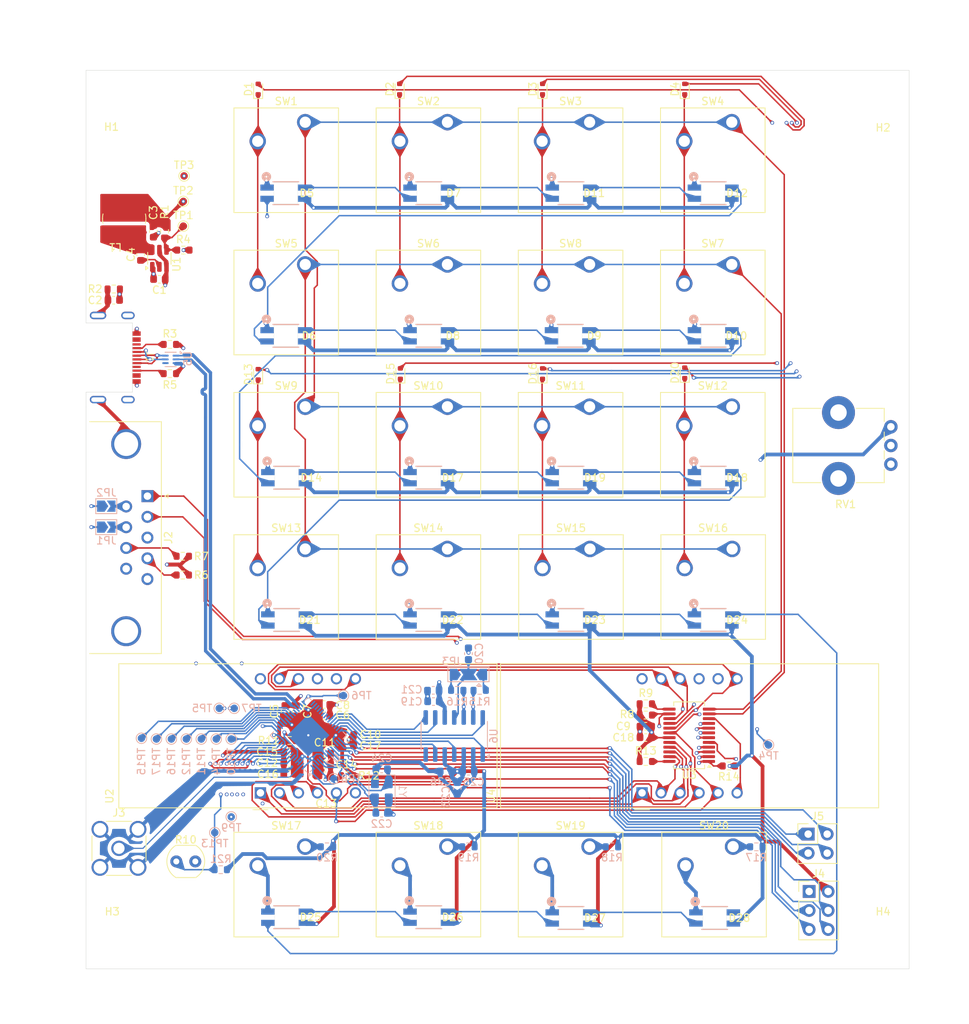
<source format=kicad_pcb>
(kicad_pcb (version 20241229) (generator "pcbnew") (generator_version "9.0")
  (layers (0 "F.Cu" mixed) (4 "In1.Cu" power) (6 "In2.Cu" power) (2 "B.Cu" mixed) (13 "F.Paste" user) (15 "B.Paste" user) (5 "F.SilkS" user "F.Silkscreen") (7 "B.SilkS" user "B.Silkscreen") (1 "F.Mask" user) (3 "B.Mask" user) (25 "Edge.Cuts" user))
  (net 0 "")
  (net 1 "+3V3")
  (net 2 "GND")
  (net 3 "+12V")
  (net 4 "Net-(JP1-C)")
  (net 5 "Net-(U2-XTAL_P)")
  (net 6 "Net-(U2-XTAL_N)")
  (net 7 "GNDS")
  (net 8 "Net-(U7-SW)")
  (net 9 "Net-(U7-BST)")
  (net 10 "DISP_SEG_A")
  (net 11 "Net-(D1-K)")
  (net 12 "Net-(D2-K)")
  (net 13 "DISP_SEG_B")
  (net 14 "DISP_SEG_C")
  (net 15 "Net-(D3-K)")
  (net 16 "DISP_SEG_D")
  (net 17 "Net-(D4-K)")
  (net 18 "DISP_SEG_DP")
  (net 19 "Net-(D5-K)")
  (net 20 "Net-(D6-K)")
  (net 21 "DISP_SEG_G")
  (net 22 "Net-(D7-K)")
  (net 23 "DISP_SEG_F")
  (net 24 "Net-(D8-K)")
  (net 25 "DISP_SEG_E")
  (net 26 "Net-(D10-DIN)")
  (net 27 "KB_NEOPIXELS")
  (net 28 "Net-(D10-DOUT)")
  (net 29 "Net-(D11-DOUT)")
  (net 30 "Net-(D12-DOUT)")
  (net 31 "Net-(D13-DOUT)")
  (net 32 "Net-(D14-DOUT)")
  (net 33 "Net-(D15-DOUT)")
  (net 34 "Net-(D16-DOUT)")
  (net 35 "Net-(D17-DOUT)")
  (net 36 "Net-(D18-DOUT)")
  (net 37 "Net-(D19-DOUT)")
  (net 38 "Net-(D20-DOUT)")
  (net 39 "Net-(D21-DOUT)")
  (net 40 "Net-(D22-DOUT)")
  (net 41 "Net-(D23-DOUT)")
  (net 42 "Net-(D24-DOUT)")
  (net 43 "Net-(D25-DOUT)")
  (net 44 "Net-(D26-DOUT)")
  (net 45 "Net-(D27-DOUT)")
  (net 47 "LNA")
  (net 49 "Net-(J2-CC2)")
  (net 50 "USB_C_P")
  (net 51 "USB_C_N")
  (net 52 "Net-(J2-CC1)")
  (net 54 "MTDI")
  (net 55 "MTMS")
  (net 56 "MTD0")
  (net 57 "MTCK")
  (net 58 "Net-(U2-GPIO1)")
  (net 59 "CAN_L")
  (net 60 "Net-(JP2-B)")
  (net 61 "CAN_H")
  (net 63 "Net-(U2-GPIO11)")
  (net 64 "Net-(JP3-B)")
  (net 65 "ESP_IO0")
  (net 66 "ESP_TX")
  (net 67 "RST")
  (net 68 "ESP_RX")
  (net 69 "BLACKOUT")
  (net 70 "OFF_ROAD")
  (net 71 "Net-(JP1-B)")
  (net 72 "Net-(JP1-A)")
  (net 73 "I2C_SCL")
  (net 74 "I2C_SDA")
  (net 75 "DISP_IRQ")
  (net 76 "Net-(U3-ISET)")
  (net 77 "USER_ENTER")
  (net 78 "USER_UP")
  (net 79 "USER_DOWN")
  (net 80 "USER_BACK")
  (net 81 "LIGHT_SENSE")
  (net 82 "Net-(U7-FB)")
  (net 83 "LIGHT_ADJUST")
  (net 84 "DISP_KEY_A")
  (net 85 "DISP_KEY_B")
  (net 86 "CAN_STB")
  (net 87 "CAN_ERR")
  (net 89 "CAN_EN")
  (net 90 "CAN_TX")
  (net 91 "CAN_RX")
  (net 92 "CAN_WAKE")
  (net 94 "Net-(U2-GPIO12)")
  (net 95 "USB_P")
  (net 96 "Net-(U2-GPIO13)")
  (net 97 "Net-(U2-GPIO14)")
  (net 99 "USB_N")
  (net 100 "Net-(U2-GPIO21)")
  (net 102 "Net-(U2-XTAL_32K_P)")
  (net 106 "Net-(U2-XTAL_32K_N)")
  (net 109 "Net-(U2-DAC_1)")
  (net 110 "DISP_DIG_5")
  (net 111 "DISP_DIG_1")
  (net 112 "DISP_DIG_7")
  (net 113 "DISP_DIG_0")
  (net 114 "DISP_DIG_3")
  (net 115 "DISP_DIG_2")
  (net 116 "DISP_DIG_6")
  (net 117 "DISP_DIG_4")
  (footprint "Resistor_SMD:R_0603_1608Metric" (layer "F.Cu") (at 166 50)
    (property "Reference" "R4")
    (property "Value" "10K")
  )
  (footprint "MountingHole:MountingHole_3.2mm_M3" (layer "F.Cu") (at 259.5 29.5 180)
    (property "Reference" "H2")
    (property "Value" "MountingHole")
  )
  (footprint "Capacitor_SMD:C_0603_1608Metric" (layer "F.Cu") (at 180.2 118.5 180)
    (property "Reference" "C12")
    (property "Value" "0uF1")
  )
  (footprint "Button_Switch_Keyboard:SW_Cherry_MX_1.00u_PCB" (layer "F.Cu") (at 182.29 70.92)
    (property "Reference" "SW9")
    (property "Value" "CH_9")
  )
  (footprint "Resistor_SMD:R_0603_1608Metric" (layer "F.Cu") (at 164.2 62.6)
    (property "Reference" "R3")
    (property "Value" "5K1")
  )
  (footprint "Capacitor_SMD:C_0603_1608Metric" (layer "F.Cu") (at 181.1 111.6 90)
    (property "Reference" "C7")
    (property "Value" "10uF")
  )
  (footprint "Library:4960_ADA" (layer "F.Cu") (at 217.8 139.2)
    (property "Reference" "D27")
    (property "Value" "K6812-E")
    (fp_line (start -1.6002 -1.397) (end -1.6002 1.397) (stroke (width 0.0254)) (layer "Edge.Cuts"))
    (fp_line (start -1.6002 -1.397) (end 1.6002 -1.397) (stroke (width 0.0254)) (layer "Edge.Cuts"))
    (fp_line (start -1.6002 1.397) (end 1.6002 1.397) (stroke (width 0.0254)) (layer "Edge.Cuts"))
    (fp_line (start 1.6002 1.397) (end 1.6002 -1.397) (stroke (width 0.0254)) (layer "Edge.Cuts"))
  )
  (footprint "Library:4960_ADA" (layer "F.Cu") (at 179.7019 61.4493)
    (property "Reference" "D6")
    (property "Value" "K6812-E")
    (fp_line (start -1.6002 -1.397) (end -1.6002 1.397) (stroke (width 0.0254)) (layer "Edge.Cuts"))
    (fp_line (start -1.6002 -1.397) (end 1.6002 -1.397) (stroke (width 0.0254)) (layer "Edge.Cuts"))
    (fp_line (start -1.6002 1.397) (end 1.6002 1.397) (stroke (width 0.0254)) (layer "Edge.Cuts"))
    (fp_line (start 1.6002 1.397) (end 1.6002 -1.397) (stroke (width 0.0254)) (layer "Edge.Cuts"))
  )
  (footprint "Diode_SMD:D_SOD-523" (layer "F.Cu") (at 176 28.5 90)
    (property "Reference" "D1")
    (property "Value" "1N4448X-TP")
  )
  (footprint "Resistor_SMD:R_0603_1608Metric" (layer "F.Cu") (at 164.2 66.5)
    (property "Reference" "R5")
    (property "Value" "5K1")
  )
  (footprint "Library:4960_ADA" (layer "F.Cu") (at 217.8 42.4)
    (property "Reference" "D11")
    (property "Value" "K6812-E")
    (fp_line (start -1.6002 -1.397) (end -1.6002 1.397) (stroke (width 0.0254)) (layer "Edge.Cuts"))
    (fp_line (start -1.6002 -1.397) (end 1.6002 -1.397) (stroke (width 0.0254)) (layer "Edge.Cuts"))
    (fp_line (start -1.6002 1.397) (end 1.6002 1.397) (stroke (width 0.0254)) (layer "Edge.Cuts"))
    (fp_line (start 1.6002 1.397) (end 1.6002 -1.397) (stroke (width 0.0254)) (layer "Edge.Cuts"))
  )
  (footprint "Resistor_SMD:R_0603_1608Metric" (layer "F.Cu") (at 165.925 93.4)
    (property "Reference" "R6")
    (property "Value" "10K")
  )
  (footprint "Library:4960_ADA" (layer "F.Cu") (at 179.8 80.4)
    (property "Reference" "D14")
    (property "Value" "K6812-E")
    (fp_line (start -1.6002 -1.397) (end -1.6002 1.397) (stroke (width 0.0254)) (layer "Edge.Cuts"))
    (fp_line (start -1.6002 -1.397) (end 1.6002 -1.397) (stroke (width 0.0254)) (layer "Edge.Cuts"))
    (fp_line (start -1.6002 1.397) (end 1.6002 1.397) (stroke (width 0.0254)) (layer "Edge.Cuts"))
    (fp_line (start 1.6002 1.397) (end 1.6002 -1.397) (stroke (width 0.0254)) (layer "Edge.Cuts"))
  )
  (footprint "Button_Switch_Keyboard:SW_Cherry_MX_1.00u_PCB" (layer "F.Cu") (at 201.29 32.92)
    (property "Reference" "SW2")
    (property "Value" "CH_2")
  )
  (footprint "Resistor_SMD:R_0603_1608Metric" (layer "F.Cu") (at 180.2 115.5)
    (property "Reference" "R11")
    (property "Value" "10K")
  )
  (footprint "Button_Switch_Keyboard:SW_Cherry_MX_1.00u_PCB" (layer "F.Cu") (at 220.34 89.92)
    (property "Reference" "SW15")
    (property "Value" "CH_15")
  )
  (footprint "Connector_Dsub:DSUB-9_Pins_Horizontal_P2.77x2.84mm_EdgePinOffset4.94mm_Housed_MountingHolesOffset4.94mm" (layer "F.Cu") (at 161.2 82.86 -90)
    (property "Reference" "J2")
    (property "Value" "~")
  )
  (footprint "Inductor_SMD:L_Bourns_SDR0604" (layer "F.Cu") (at 158.1 45.8 180)
    (property "Reference" "L1")
    (property "Value" "3uH3")
  )
  (footprint "Button_Switch_Keyboard:SW_Cherry_MX_1.00u_PCB" (layer "F.Cu") (at 201.29 89.92)
    (property "Reference" "SW14")
    (property "Value" "CH_14")
  )
  (footprint "Diode_SMD:D_SOD-523" (layer "F.Cu") (at 214 28.5 90)
    (property "Reference" "D3")
    (property "Value" "1N4448X-TP")
  )
  (footprint "MountingHole:MountingHole_3.2mm_M3" (layer "F.Cu") (at 259.5 142.5)
    (property "Reference" "H4")
    (property "Value" "MountingHole")
  )
  (footprint "Button_Switch_Keyboard:SW_Cherry_MX_1.00u_PCB" (layer "F.Cu") (at 182.29 89.92)
    (property "Reference" "SW13")
    (property "Value" "CH_13")
  )
  (footprint "Resistor_SMD:R_0603_1608Metric" (layer "F.Cu") (at 163.5 47.5 -90)
    (property "Reference" "R1")
    (property "Value" "31K6")
  )
  (footprint "Button_Switch_Keyboard:SW_Cherry_MX_1.00u_PCB" (layer "F.Cu") (at 239.29 70.92)
    (property "Reference" "SW12")
    (property "Value" "CH_12")
  )
  (footprint "Capacitor_SMD:C_0603_1608Metric" (layer "F.Cu") (at 188 116.2)
    (property "Reference" "C17")
    (property "Value" "0uF1")
  )
  (footprint "Library:4960_ADA" (layer "F.Cu") (at 236.8 80.4)
    (property "Reference" "D18")
    (property "Value" "K6812-E")
    (fp_line (start -1.6002 -1.397) (end -1.6002 1.397) (stroke (width 0.0254)) (layer "Edge.Cuts"))
    (fp_line (start -1.6002 -1.397) (end 1.6002 -1.397) (stroke (width 0.0254)) (layer "Edge.Cuts"))
    (fp_line (start -1.6002 1.397) (end 1.6002 1.397) (stroke (width 0.0254)) (layer "Edge.Cuts"))
    (fp_line (start 1.6002 1.397) (end 1.6002 -1.397) (stroke (width 0.0254)) (layer "Edge.Cuts"))
  )
  (footprint "TestPoint:TestPoint_Pad_D1.0mm" (layer "F.Cu") (at 166 46.8)
    (property "Reference" "TP1")
    (property "Value" "~")
  )
  (footprint "Library:4960_ADA" (layer "F.Cu") (at 236.8019 61.4493)
    (property "Reference" "D10")
    (property "Value" "K6812-E")
    (fp_line (start -1.6002 -1.397) (end -1.6002 1.397) (stroke (width 0.0254)) (layer "Edge.Cuts"))
    (fp_line (start -1.6002 -1.397) (end 1.6002 -1.397) (stroke (width 0.0254)) (layer "Edge.Cuts"))
    (fp_line (start -1.6002 1.397) (end 1.6002 1.397) (stroke (width 0.0254)) (layer "Edge.Cuts"))
    (fp_line (start 1.6002 1.397) (end 1.6002 -1.397) (stroke (width 0.0254)) (layer "Edge.Cuts"))
  )
  (footprint "Capacitor_SMD:C_0603_1608Metric" (layer "F.Cu") (at 156.7 56.7)
    (property "Reference" "C2")
    (property "Value" "0uF1")
  )
  (footprint "Library:4960_ADA" (layer "F.Cu") (at 198.8 99.4)
    (property "Reference" "D22")
    (property "Value" "K6812-E")
    (fp_line (start -1.6002 -1.397) (end -1.6002 1.397) (stroke (width 0.0254)) (layer "Edge.Cuts"))
    (fp_line (start -1.6002 -1.397) (end 1.6002 -1.397) (stroke (width 0.0254)) (layer "Edge.Cuts"))
    (fp_line (start -1.6002 1.397) (end 1.6002 1.397) (stroke (width 0.0254)) (layer "Edge.Cuts"))
    (fp_line (start 1.6002 1.397) (end 1.6002 -1.397) (stroke (width 0.0254)) (layer "Edge.Cuts"))
  )
  (footprint "Button_Switch_Keyboard:SW_Cherry_MX_1.00u_PCB" (layer "F.Cu") (at 220.29 32.92)
    (property "Reference" "SW3")
    (property "Value" "CH_3")
  )
  (footprint "Resistor_SMD:R_0603_1608Metric" (layer "F.Cu") (at 227.8 110.6)
    (property "Reference" "R9")
    (property "Value" "10K")
  )
  (footprint "Library:usb4500" (layer "F.Cu") (at 155.9 64.23 -90)
    (property "Reference" "J1")
    (property "Value" "~")
    (fp_line (start -4.5 2.9) (end -6.5 2.9) (stroke (width 0.05)) (layer "Edge.Cuts"))
    (fp_line (start 4.737427 2.897799) (end 6.737427 2.897799) (stroke (width 0.05)) (layer "Edge.Cuts"))
    (fp_line (start -4.5 -3.3) (end -4.5 2.9) (stroke (width 0.05)) (layer "Edge.Cuts"))
    (fp_line (start -4.5 -3.3) (end 4.74 -3.3) (stroke (width 0.05)) (layer "Edge.Cuts"))
    (fp_line (start 4.74 -3.3) (end 4.737427 2.897799) (stroke (width 0.05)) (layer "Edge.Cuts"))
  )
  (footprint "Capacitor_SMD:C_0603_1608Metric" (layer "F.Cu") (at 162.8 53.9 180)
    (property "Reference" "C1")
    (property "Value" "10uF")
  )
  (footprint "Library:4960_ADA" (layer "F.Cu") (at 198.8019 61.4493)
    (property "Reference" "D8")
    (property "Value" "K6812-E")
    (fp_line (start -1.6002 -1.397) (end -1.6002 1.397) (stroke (width 0.0254)) (layer "Edge.Cuts"))
    (fp_line (start -1.6002 -1.397) (end 1.6002 -1.397) (stroke (width 0.0254)) (layer "Edge.Cuts"))
    (fp_line (start -1.6002 1.397) (end 1.6002 1.397) (stroke (width 0.0254)) (layer "Edge.Cuts"))
    (fp_line (start 1.6002 1.397) (end 1.6002 -1.397) (stroke (width 0.0254)) (layer "Edge.Cuts"))
  )
  (footprint "TestPoint:TestPoint_Pad_D1.0mm" (layer "F.Cu") (at 166 43.5)
    (property "Reference" "TP2")
    (property "Value" "~")
  )
  (footprint "Capacitor_SMD:C_0603_1608Metric" (layer "F.Cu") (at 180.2 120 180)
    (property "Reference" "C16")
    (property "Value" "0uF1")
  )
  (footprint "Capacitor_SMD:C_0603_1608Metric" (layer "F.Cu") (at 184.9 120.2)
    (property "Reference" "C13")
    (property "Value" "10uF")
  )
  (footprint "Library:4960_ADA" (layer "F.Cu") (at 198.8 139.1)
    (property "Reference" "D26")
    (property "Value" "K6812-E")
    (fp_line (start -1.6002 -1.397) (end -1.6002 1.397) (stroke (width 0.0254)) (layer "Edge.Cuts"))
    (fp_line (start -1.6002 -1.397) (end 1.6002 -1.397) (stroke (width 0.0254)) (layer "Edge.Cuts"))
    (fp_line (start -1.6002 1.397) (end 1.6002 1.397) (stroke (width 0.0254)) (layer "Edge.Cuts"))
    (fp_line (start 1.6002 1.397) (end 1.6002 -1.397) (stroke (width 0.0254)) (layer "Edge.Cuts"))
  )
  (footprint "Library:4960_ADA" (layer "F.Cu") (at 217.8 80.4)
    (property "Reference" "D19")
    (property "Value" "K6812-E")
    (fp_line (start -1.6002 -1.397) (end -1.6002 1.397) (stroke (width 0.0254)) (layer "Edge.Cuts"))
    (fp_line (start -1.6002 -1.397) (end 1.6002 -1.397) (stroke (width 0.0254)) (layer "Edge.Cuts"))
    (fp_line (start -1.6002 1.397) (end 1.6002 1.397) (stroke (width 0.0254)) (layer "Edge.Cuts"))
    (fp_line (start 1.6002 1.397) (end 1.6002 -1.397) (stroke (width 0.0254)) (layer "Edge.Cuts"))
  )
  (footprint "Capacitor_SMD:C_0603_1608Metric" (layer "F.Cu") (at 184.9 117.2)
    (property "Reference" "C11")
    (property "Value" "10uF")
  )
  (footprint "Resistor_SMD:R_0603_1608Metric" (layer "F.Cu") (at 156.7 55.2)
    (property "Reference" "R2")
    (property "Value" "330R")
  )
  (footprint "Library:4960_ADA" (layer "F.Cu") (at 179.8 99.4)
    (property "Reference" "D21")
    (property "Value" "K6812-E")
    (fp_line (start -1.6002 -1.397) (end -1.6002 1.397) (stroke (width 0.0254)) (layer "Edge.Cuts"))
    (fp_line (start -1.6002 -1.397) (end 1.6002 -1.397) (stroke (width 0.0254)) (layer "Edge.Cuts"))
    (fp_line (start -1.6002 1.397) (end 1.6002 1.397) (stroke (width 0.0254)) (layer "Edge.Cuts"))
    (fp_line (start 1.6002 1.397) (end 1.6002 -1.397) (stroke (width 0.0254)) (layer "Edge.Cuts"))
  )
  (footprint "Library:4960_ADA" (layer "F.Cu") (at 217.8 99.4)
    (property "Reference" "D23")
    (property "Value" "K6812-E")
    (fp_line (start -1.6002 -1.397) (end -1.6002 1.397) (stroke (width 0.0254)) (layer "Edge.Cuts"))
    (fp_line (start -1.6002 -1.397) (end 1.6002 -1.397) (stroke (width 0.0254)) (layer "Edge.Cuts"))
    (fp_line (start -1.6002 1.397) (end 1.6002 1.397) (stroke (width 0.0254)) (layer "Edge.Cuts"))
    (fp_line (start 1.6002 1.397) (end 1.6002 -1.397) (stroke (width 0.0254)) (layer "Edge.Cuts"))
  )
  (footprint "Button_Switch_Keyboard:SW_Cherry_MX_1.00u_PCB" (layer "F.Cu") (at 220.29 70.92)
    (property "Reference" "SW11")
    (property "Value" "CH_11")
  )
  (footprint "Diode_SMD:D_SOD-523" (layer "F.Cu") (at 233 28.5 90)
    (property "Reference" "D4")
    (property "Value" "1N4448X-TP")
  )
  (footprint "Library:4960_ADA" (layer "F.Cu") (at 198.8 80.4)
    (property "Reference" "D17")
    (property "Value" "K6812-E")
    (fp_line (start -1.6002 -1.397) (end -1.6002 1.397) (stroke (width 0.0254)) (layer "Edge.Cuts"))
    (fp_line (start -1.6002 -1.397) (end 1.6002 -1.397) (stroke (width 0.0254)) (layer "Edge.Cuts"))
    (fp_line (start -1.6002 1.397) (end 1.6002 1.397) (stroke (width 0.0254)) (layer "Edge.Cuts"))
    (fp_line (start 1.6002 1.397) (end 1.6002 -1.397) (stroke (width 0.0254)) (layer "Edge.Cuts"))
  )
  (footprint "TestPoint:TestPoint_Pad_D1.0mm" (layer "F.Cu") (at 166.1 40.1)
    (property "Reference" "TP3")
    (property "Value" "~")
  )
  (footprint "Button_Switch_Keyboard:SW_Cherry_MX_1.00u_PCB" (layer "F.Cu") (at 239.34 89.92)
    (property "Reference" "SW16")
    (property "Value" "CH_16")
  )
  (footprint "Button_Switch_Keyboard:SW_Cherry_MX_1.00u_PCB" (layer "F.Cu") (at 239.29 32.92)
    (property "Reference" "SW4")
    (property "Value" "CH_4")
  )
  (footprint "Library:4960_ADA" (layer "F.Cu") (at 236.8 99.4)
    (property "Reference" "D24")
    (property "Value" "K6812-E")
    (fp_line (start -1.6002 -1.397) (end -1.6002 1.397) (stroke (width 0.0254)) (layer "Edge.Cuts"))
    (fp_line (start -1.6002 -1.397) (end 1.6002 -1.397) (stroke (width 0.0254)) (layer "Edge.Cuts"))
    (fp_line (start -1.6002 1.397) (end 1.6002 1.397) (stroke (width 0.0254)) (layer "Edge.Cuts"))
    (fp_line (start 1.6002 1.397) (end 1.6002 -1.397) (stroke (width 0.0254)) (layer "Edge.Cuts"))
  )
  (footprint "Button_Switch_Keyboard:SW_Cherry_MX_1.00u_PCB" (layer "F.Cu") (at 182.29 32.92)
    (property "Reference" "SW1")
    (property "Value" "CH_1")
  )
  (footprint "Capacitor_SMD:C_0603_1608Metric" (layer "F.Cu") (at 188 114.7)
    (property "Reference" "C10")
    (property "Value" "10uF")
  )
  (footprint "Capacitor_SMD:C_0603_1608Metric" (layer "F.Cu") (at 227.8 113.6 180)
    (property "Reference" "C9")
    (property "Value" "10uF")
  )
  (footprint "Capacitor_SMD:C_0603_1608Metric" (layer "F.Cu") (at 184.8 112.2)
    (property "Reference" "C6")
    (property "Value" "10uF")
  )
  (footprint "Library:4960_ADA" (layer "F.Cu") (at 179.7 42.4)
    (property "Reference" "D5")
    (property "Value" "K6812-E")
    (fp_line (start -1.6002 -1.397) (end -1.6002 1.397) (stroke (width 0.0254)) (layer "Edge.Cuts"))
    (fp_line (start -1.6002 -1.397) (end 1.6002 -1.397) (stroke (width 0.0254)) (layer "Edge.Cuts"))
    (fp_line (start -1.6002 1.397) (end 1.6002 1.397) (stroke (width 0.0254)) (layer "Edge.Cuts"))
    (fp_line (start 1.6002 1.397) (end 1.6002 -1.397) (stroke (width 0.0254)) (layer "Edge.Cuts"))
  )
  (footprint "Button_Switch_Keyboard:SW_Cherry_MX_1.00u_PCB" (layer "F.Cu") (at 201.29 70.92)
    (property "Reference" "SW10")
    (property "Value" "CH_10")
  )
  (footprint "Package_SO:QSOP-24_3.9x8.7mm_P0.635mm" (layer "F.Cu") (at 233.6 114.8 180)
    (property "Reference" "U3")
    (property "Value" "AS1115-BSST")
  )
  (footprint "Button_Switch_Keyboard:SW_Cherry_MX_1.00u_PCB" (layer "F.Cu") (at 220.29 129.67)
    (property "Reference" "SW19")
    (property "Value" "USER_DOWN")
  )
  (footprint "OptoDevice:R_LDR_4.9x4.2mm_P2.54mm_Vertical" (layer "F.Cu") (at 165.06 131.65)
    (property "Reference" "R10")
    (property "Value" "PDV-P9203")
  )
  (footprint "Library:4960_ADA" (layer "F.Cu") (at 237 139.2)
    (property "Reference" "D28")
    (property "Value" "K6812-E")
    (fp_line (start -1.6002 -1.397) (end -1.6002 1.397) (stroke (width 0.0254)) (layer "Edge.Cuts"))
    (fp_line (start -1.6002 -1.397) (end 1.6002 -1.397) (stroke (width 0.0254)) (layer "Edge.Cuts"))
    (fp_line (start -1.6002 1.397) (end 1.6002 1.397) (stroke (width 0.0254)) (layer "Edge.Cuts"))
    (fp_line (start 1.6002 1.397) (end 1.6002 -1.397) (stroke (width 0.0254)) (layer "Edge.Cuts"))
  )
  (footprint "Resistor_SMD:R_0603_1608Metric" (layer "F.Cu") (at 165.925 90.89)
    (property "Reference" "R7")
    (property "Value" "10K")
  )
  (footprint "Diode_SMD:D_SOD-523" (layer "F.Cu") (at 176 66.6 90)
    (property "Reference" "D13")
    (property "Value" "1N4448X-TP")
  )
  (footprint "Display_7Segment:CA56-12CGKWA" (layer "F.Cu") (at 227.3 122.49 90)
    (property "Reference" "U4")
    (property "Value" "LTC-5723HR")
  )
  (footprint "Diode_SMD:D_SOD-523" (layer "F.Cu") (at 195 66.5 90)
    (property "Reference" "D15")
    (property "Value" "1N4448X-TP")
  )
  (footprint "Diode_SMD:D_SOD-523" (layer "F.Cu") (at 214 66.5 90)
    (property "Reference" "D16")
    (property "Value" "1N4448X-TP")
  )
  (footprint "Library:4960_ADA" (layer "F.Cu") (at 198.8 42.4)
    (property "Reference" "D7")
    (property "Value" "K6812-E")
    (fp_line (start -1.6002 -1.397) (end -1.6002 1.397) (stroke (width 0.0254)) (layer "Edge.Cuts"))
    (fp_line (start -1.6002 -1.397) (end 1.6002 -1.397) (stroke (width 0.0254)) (layer "Edge.Cuts"))
    (fp_line (start -1.6002 1.397) (end 1.6002 1.397) (stroke (width 0.0254)) (layer "Edge.Cuts"))
    (fp_line (start 1.6002 1.397) (end 1.6002 -1.397) (stroke (width 0.0254)) (layer "Edge.Cuts"))
  )
  (footprint "Resistor_SMD:R_0603_1608Metric" (layer "F.Cu") (at 187.9 120.2 180)
    (property "Reference" "R12")
    (property "Value" "10K")
  )
  (footprint "Capacitor_SMD:C_0603_1608Metric" (layer "F.Cu") (at 179.6 111.6 90)
    (property "Reference" "C5")
    (property "Value" "0uF1")
  )
  (footprint "Potentiometer_THT:Potentiometer_Bourns_PTV09A-1_Single_Vertical" (layer "F.Cu") (at 260.55 73.6 180)
    (property "Reference" "RV1")
    (property "Value" "10K")
  )
  (footprint "Button_Switch_Keyboard:SW_Cherry_MX_1.00u_PCB" (layer "F.Cu") (at 239.29 51.92)
    (property "Reference" "SW7")
    (property "Value" "CH_8")
  )
  (footprint "Button_Switch_Keyboard:SW_Cherry_MX_1.00u_PCB" (layer "F.Cu") (at 239.46 129.67)
    (property "Reference" "SW20")
    (property "Value" "USER_BACK")
  )
  (footprint "MountingHole:MountingHole_3.2mm_M3" (layer "F.Cu") (at 156.4 29.4 180)
    (property "Reference" "H1")
    (property "Value" "MountingHole")
  )
  (footprint "Capacitor_SMD:C_0603_1608Metric" (layer "F.Cu") (at 162 47.5 -90)
    (property "Reference" "C3")
    (property "Value" "22uF")
  )
  (footprint "Library:4960_ADA" (layer "F.Cu") (at 179.8 139.1)
    (property "Reference" "D25")
    (property "Value" "K6812-E")
    (fp_line (start -1.6002 -1.397) (end -1.6002 1.397) (stroke (width 0.0254)) (layer "Edge.Cuts"))
    (fp_line (start -1.6002 -1.397) (end 1.6002 -1.397) (stroke (width 0.0254)) (layer "Edge.Cuts"))
    (fp_line (start -1.6002 1.397) (end 1.6002 1.397) (stroke (width 0.0254)) (layer "Edge.Cuts"))
    (fp_line (start 1.6002 1.397) (end 1.6002 -1.397) (stroke (width 0.0254)) (layer "Edge.Cuts"))
  )
  (footprint "Capacitor_SMD:C_0603_1608Metric" (layer "F.Cu") (at 180.2 117 180)
    (property "Reference" "C15")
    (property "Value" "10uF")
  )
  (footprint "Resistor_SMD:R_0603_1608Metric" (layer "F.Cu") (at 227.8 118.3)
    (property "Reference" "R13")
    (property "Value" "10K")
  )
  (footprint "Capacitor_SMD:C_0603_1608Metric" (layer "F.Cu") (at 184.9 118.7)
    (property "Reference" "C14")
    (property "Value" "0uF1")
  )
  (footprint "Resistor_SMD:R_0603_1608Metric" (layer "F.Cu") (at 238.9 118.9 180)
    (property "Reference" "R14")
    (property "Value" "2K2")
  )
  (footprint "Package_TO_SOT_SMD:TSOT-23-6" (layer "F.Cu") (at 162.8 51.1 90)
    (property "Reference" "U1")
    (property "Value" "AP62150WU")
  )
  (footprint "Diode_SMD:D_SOD-523" (layer "F.Cu") (at 194.9 28.5 90)
    (property "Reference" "D2")
    (property "Value" "1N4448X-TP")
  )
  (footprint "MountingHole:MountingHole_3.2mm_M3" (layer "F.Cu") (at 156.5 142.5)
    (property "Reference" "H3")
    (property "Value" "MountingHole")
  )
  (footprint "Capacitor_SMD:C_0603_1608Metric" (layer "F.Cu") (at 160.3 50.6 90)
    (property "Reference" "C4")
    (property "Value" "0uF1")
  )
  (footprint "Display_7Segment:CA56-12CGKWA" (layer "F.Cu") (at 176.3 122.49 90)
    (property "Reference" "U2")
    (property "Value" "LTC-5723HR")
  )
  (footprint "Button_Switch_Keyboard:SW_Cherry_MX_1.00u_PCB" (layer "F.Cu") (at 220.29 51.92)
    (property "Reference" "SW8")
    (property "Value" "CH_7")
  )
  (footprint "Button_Switch_Keyboard:SW_Cherry_MX_1.00u_PCB" (layer "F.Cu") (at 182.29 129.67)
    (property "Reference" "SW17")
    (property "Value" "USER_ENTER")
  )
  (footprint "Connector_PinHeader_2.54mm:PinHeader_2x03_P2.54mm_Vertical" (layer "F.Cu") (at 249.625 135.66)
    (property "Reference" "J4")
    (property "Value" "PROG_PORT")
  )
  (footprint "Button_Switch_Keyboard:SW_Cherry_MX_1.00u_PCB" (layer "F.Cu") (at 201.29 51.92)
    (property "Reference" "SW6")
    (property "Value" "CH_6")
  )
  (footprint "Button_Switch_Keyboard:SW_Cherry_MX_1.00u_PCB" (layer "F.Cu") (at 201.29 129.67)
    (property "Reference" "SW18")
    (property "Value" "USER_UP")
  )
  (footprint "Diode_SMD:D_SOD-523" (layer "F.Cu") (at 233 66.4 90)
    (property "Reference" "D20")
    (property "Value" "1N4448X-TP")
  )
  (footprint "Resistor_SMD:R_0603_1608Metric" (layer "F.Cu") (at 227.8 112.1)
    (property "Reference" "R8")
    (property "Value" "2K2")
  )
  (footprint "Library:4960_ADA" (layer "F.Cu") (at 236.8 42.4)
    (property "Reference" "D12")
    (property "Value" "K6812-E")
    (fp_line (start -1.6002 -1.397) (end -1.6002 1.397) (stroke (width 0.0254)) (layer "Edge.Cuts"))
    (fp_line (start -1.6002 -1.397) (end 1.6002 -1.397) (stroke (width 0.0254)) (layer "Edge.Cuts"))
    (fp_line (start -1.6002 1.397) (end 1.6002 1.397) (stroke (width 0.0254)) (layer "Edge.Cuts"))
    (fp_line (start 1.6002 1.397) (end 1.6002 -1.397) (stroke (width 0.0254)) (layer "Edge.Cuts"))
  )
  (footprint "Connector_Coaxial:SMA_Amphenol_132291-12_Vertical" (layer "F.Cu") (at 157.4 129.9)
    (property "Reference" "J3")
    (property "Value" "Conn_Coaxial")
  )
  (footprint "Capacitor_SMD:C_0603_1608Metric" (layer "F.Cu") (at 184.8 110.7)
    (property "Reference" "C8")
    (property "Value" "0uF1")
  )
  (footprint "Button_Switch_Keyboard:SW_Cherry_MX_1.00u_PCB" (layer "F.Cu") (at 182.29 51.92)
    (property "Reference" "SW5")
    (property "Value" "CH_5")
  )
  (footprint "Capacitor_SMD:C_0603_1608Metric" (layer "F.Cu") (at 227.8 115.1 180)
    (property "Reference" "C18")
    (property "Value" "0.1uF")
  )
  (footprint "Library:4960_ADA" (layer "F.Cu") (at 217.7019 61.4493)
    (property "Reference" "D9")
    (property "Value" "K6812-E")
    (fp_line (start -1.6002 -1.397) (end -1.6002 1.397) (stroke (width 0.0254)) (layer "Edge.Cuts"))
    (fp_line (start -1.6002 -1.397) (end 1.6002 -1.397) (stroke (width 0.0254)) (layer "Edge.Cuts"))
    (fp_line (start -1.6002 1.397) (end 1.6002 1.397) (stroke (width 0.0254)) (layer "Edge.Cuts"))
    (fp_line (start 1.6002 1.397) (end 1.6002 -1.397) (stroke (width 0.0254)) (layer "Edge.Cuts"))
  )
  (footprint "Connector_PinHeader_2.54mm:PinHeader_2x02_P2.54mm_Vertical" (layer "F.Cu") (at 249.5 128)
    (property "Reference" "J5")
    (property "Value" "JTAG")
  )
  (footprint "Capacitor_SMD:C_0603_1608Metric" (layer "B.Cu") (at 204.1 119.6)
    (property "Reference" "C25")
    (property "Value" "0uF1")
  )
  (footprint "Resistor_SMD:R_0603_1608Metric" (layer "B.Cu") (at 242.575 129.7)
    (property "Reference" "R17")
    (property "Value" "10K")
  )
  (footprint "TestPoint:TestPoint_Pad_D1.0mm" (layer "B.Cu") (at 160.4 115.2)
    (property "Reference" "TP15")
    (property "Value" "~")
  )
  (footprint "Capacitor_SMD:C_0603_1608Metric" (layer "B.Cu") (at 199.425 110.3 180)
    (property "Reference" "C19")
    (property "Value" "10uF")
  )
  (footprint "TestPoint:TestPoint_Pad_D1.0mm" (layer "B.Cu") (at 170.4 115.3)
    (property "Reference" "TP14")
    (property "Value" "~")
  )
  (footprint "Capacitor_SMD:C_0603_1608Metric" (layer "B.Cu") (at 204.1 103.9 90)
    (property "Reference" "C20")
    (property "Value" "0uF1")
  )
  (footprint "Resistor_SMD:R_0603_1608Metric" (layer "B.Cu") (at 185.2 129.7)
    (property "Reference" "R20")
    (property "Value" "10K")
  )
  (footprint "TestPoint:TestPoint_Pad_D1.0mm" (layer "B.Cu") (at 186.1 120.6)
    (property "Reference" "TP8")
    (property "Value" "~")
  )
  (footprint "TestPoint:TestPoint_Pad_D1.0mm" (layer "B.Cu") (at 162.4 115.3)
    (property "Reference" "TP17")
    (property "Value" "~")
  )
  (footprint "Package_DFN_QFN:QFN-56-1EP_7x7mm_P0.4mm_EP4x4mm" (layer "B.Cu") (at 182.7 114.8 45)
    (property "Reference" "U7")
    (property "Value" "ESP32-S2FH2")
  )
  (footprint "TestPoint:TestPoint_Pad_D1.0mm" (layer "B.Cu") (at 170.2 127.8)
    (property "Reference" "TP13")
    (property "Value" "~")
  )
  (footprint "Resistor_SMD:R_0603_1608Metric" (layer "B.Cu") (at 171 132.75 180)
    (property "Reference" "R21")
    (property "Value" "22K")
  )
  (footprint "Resistor_SMD:R_0603_1608Metric" (layer "B.Cu") (at 202.6 108.8)
    (property "Reference" "R16")
    (property "Value" "60R4")
  )
  (footprint "TestPoint:TestPoint_Pad_D1.0mm" (layer "B.Cu") (at 172.8 111.2)
    (property "Reference" "TP7")
    (property "Value" "~")
  )
  (footprint "Capacitor_SMD:C_0603_1608Metric" (layer "B.Cu") (at 202.6 121.9 -90)
    (property "Reference" "C23")
    (property "Value" "10uF")
  )
  (footprint "Capacitor_SMD:C_0603_1608Metric" (layer "B.Cu") (at 192.5 125.2)
    (property "Reference" "C22")
    (property "Value" "8pF2")
  )
  (footprint "Package_SO:SOIC-14_3.9x8.7mm_P1.27mm" (layer "B.Cu") (at 202.2 114.9 90)
    (property "Reference" "U6")
    (property "Value" "TJA1043T/1J")
  )
  (footprint "TestPoint:TestPoint_Pad_D1.0mm" (layer "B.Cu") (at 166.4 115.3)
    (property "Reference" "TP12")
    (property "Value" "~")
  )
  (footprint "Resistor_SMD:R_0603_1608Metric" (layer "B.Cu") (at 204.1 129.7)
    (property "Reference" "R19")
    (property "Value" "10K")
  )
  (footprint "Capacitor_SMD:C_0603_1608Metric" (layer "B.Cu") (at 192.5 119.3 180)
    (property "Reference" "C24")
    (property "Value" "8pF2")
  )
  (footprint "TestPoint:TestPoint_Pad_D1.0mm" (layer "B.Cu") (at 168.4 115.3)
    (property "Reference" "TP11")
    (property "Value" "~")
  )
  (footprint "Capacitor_SMD:C_0603_1608Metric" (layer "B.Cu") (at 199.4 108.8 180)
    (property "Reference" "C21")
    (property "Value" "0uF1")
  )
  (footprint "TestPoint:TestPoint_Pad_D1.0mm" (layer "B.Cu") (at 244.2 116.1)
    (property "Reference" "TP4")
    (property "Value" "~")
  )
  (footprint "Capacitor_SMD:C_0603_1608Metric" (layer "B.Cu") (at 201.1 119.6 180)
    (property "Reference" "C26")
    (property "Value" "0uF1")
  )
  (footprint "Jumper:SolderJumper-2_P1.3mm_Open_TrianglePad1.0x1.5mm" (layer "B.Cu") (at 155.7 87)
    (property "Reference" "JP1")
    (property "Value" "~")
  )
  (footprint "TestPoint:TestPoint_Pad_D1.0mm" (layer "B.Cu") (at 164.4 115.3)
    (property "Reference" "TP16")
    (property "Value" "~")
  )
  (footprint "TestPoint:TestPoint_Pad_D1.0mm" (layer "B.Cu") (at 172.4 115.3)
    (property "Reference" "TP10")
    (property "Value" "~")
  )
  (footprint "Resistor_SMD:R_0603_1608Metric" (layer "B.Cu") (at 205.6 108.8)
    (property "Reference" "R15")
    (property "Value" "60R4")
  )
  (footprint "TestPoint:TestPoint_Pad_D1.0mm" (layer "B.Cu") (at 187.4 109.5)
    (property "Reference" "TP6")
    (property "Value" "~")
  )
  (footprint "TestPoint:TestPoint_Pad_D1.0mm" (layer "B.Cu") (at 172.4 125.7)
    (property "Reference" "TP9")
    (property "Value" "~")
  )
  (footprint "TestPoint:TestPoint_Pad_D1.0mm" (layer "B.Cu") (at 170.8 111.2)
    (property "Reference" "TP5")
    (property "Value" "~")
  )
  (footprint "Library:cx3225sa_e" (layer "B.Cu") (at 192.5 122.2 90)
    (property "Reference" "Y1")
    (property "Value" "40 MHz")
  )
  (footprint "Jumper:SolderJumper-2_P1.3mm_Open_TrianglePad1.0x1.5mm" (layer "B.Cu") (at 155.7 84.2)
    (property "Reference" "JP2")
    (property "Value" "~")
  )
  (footprint "Jumper:SolderJumper-3_P2.0mm_Open_TrianglePad1.0x1.5mm" (layer "B.Cu") (at 204.1 106.7 180)
    (property "Reference" "JP3")
    (property "Value" "~")
  )
  (footprint "Resistor_SMD:R_0603_1608Metric" (layer "B.Cu") (at 223.275 129.7)
    (property "Reference" "R18")
    (property "Value" "10K")
  )
  (footprint "Package_DFN_QFN:ST_UQFN-6L_1.5x1.7mm_P0.5mm" (layer "B.Cu") (at 164.3 64.6 180)
    (property "Reference" "U5")
    (property "Value" "ECMF02-2AMX6")
  )
  (gr_line (start 153 26) (end 263 26) (stroke (width 0.05)) (layer "Edge.Cuts"))
  (gr_line (start 153 146) (end 153.002201 70.967427) (stroke (width 0.05)) (layer "Edge.Cuts"))
  (gr_line (start 263 146) (end 153 146) (stroke (width 0.05)) (layer "Edge.Cuts"))
  (gr_line (start 153 57.73) (end 153 26) (stroke (width 0.05)) (layer "Edge.Cuts"))
  (gr_line (start 263 26) (end 263 146) (stroke (width 0.05)) (layer "Edge.Cuts"))
  (segment (start 243.4 118.926184) (end 241.973816 117.5) (width 0.5) (layer "F.Cu") (net 1))
  (segment (start 187.225 116.2) (end 187.225 114.7) (width 0.5) (layer "F.Cu") (net 1))
  (segment (start 186 128.9) (end 186.131 129.031) (width 0.5) (layer "F.Cu") (net 1))
  (segment (start 178.8 113.175) (end 179.6 112.375) (width 0.5) (layer "F.Cu") (net 1))
  (segment (start 181 118.5) (end 181.9 117.6) (width 0.5) (layer "F.Cu") (net 1))
  (segment (start 201.77084 120.42916) (end 189.67084 120.42916) (width 0.5) (layer "F.Cu") (net 1))
  (segment (start 178.8 114.925) (end 178.8 113.175) (width 0.5) (layer "F.Cu") (net 1))
  (segment (start 188.725 120.2) (end 189.44168 120.2) (width 0.5) (layer "F.Cu") (net 1))
  (segment (start 228.475 113.6) (end 226.975 112.1) (width 0.5) (layer "F.Cu") (net 1))
  (segment (start 243.4 129) (end 245.505 129) (width 0.5) (layer "F.Cu") (net 1))
  (segment (start 226.975 112.1) (end 226.975 110.6) (width 0.5) (layer "F.Cu") (net 1))
  (segment (start 224.1 128.6) (end 221.4 131.3) (width 0.5) (layer "F.Cu") (net 1))
  (segment (start 183.5 112.2) (end 182.7 111.4) (width 0.5) (layer "F.Cu") (net 1))
  (segment (start 202.529 131.171) (end 202.529 139.229) (width 0.5) (layer "F.Cu") (net 1))
  (segment (start 179.375 115.5) (end 178.8 114.925) (width 0.5) (layer "F.Cu") (net 1))
  (segment (start 228.575 114.4) (end 228.575 113.6) (width 0.5) (layer "F.Cu") (net 1))
  (segment (start 188.725 120.2) (end 187.225 118.7) (width 0.5) (layer "F.Cu") (net 1))
  (segment (start 202.529 139.229) (end 202.9 139.6) (width 0.5) (layer "F.Cu") (net 1))
  (segment (start 163.5 46) (end 166 43.5) (width 0.5) (layer "F.Cu") (net 1))
  (segment (start 183.9 117.2) (end 183.2 117.9) (width 0.5) (layer "F.Cu") (net 1))
  (segment (start 165.64 92) (end 166.75 90.89) (width 0.5) (layer "F.Cu") (net 1))
  (segment (start 179.6 112.375) (end 181.1 112.375) (width 0.5) (layer "F.Cu") (net 1))
  (segment (start 228.575 115.1) (end 228.575 114.4) (width 0.5) (layer "F.Cu") (net 1))
  (segment (start 189.44168 120.2) (end 189.67084 120.42916) (width 0.5) (layer "F.Cu") (net 1))
  (segment (start 186.131 137.669) (end 183.8 140) (width 0.5) (layer "F.Cu") (net 1))
  (segment (start 163.5 46.675) (end 163.5 46) (width 0.5) (layer "F.Cu") (net 1))
  (segment (start 184.125 117.2) (end 183.9 117.2) (width 0.5) (layer "F.Cu") (net 1))
  (segment (start 243.4 129) (end 243.4 118.926184) (width 0.5) (layer "F.Cu") (net 1))
  (segment (start 184.025 110.7) (end 183.4 110.7) (width 0.5) (layer "F.Cu") (net 1))
  (segment (start 180.975 120) (end 180.975 117) (width 0.5) (layer "F.Cu") (net 1))
  (segment (start 184.025 112.2) (end 183.5 112.2) (width 0.5) (layer "F.Cu") (net 1))
  (segment (start 239.725 118.9) (end 239 118.9) (width 0.5) (layer "F.Cu") (net 1))
  (segment (start 245.505 129) (end 252.165 135.66) (width 0.5) (layer "F.Cu") (net 1))
  (segment (start 187.225 118.7) (end 187.225 116.2) (width 0.5) (layer "F.Cu") (net 1))
  (segment (start 180.975 117) (end 181.3 117) (width 0.5) (layer "F.Cu") (net 1))
  (segment (start 180.975 118.5) (end 181 118.5) (width 0.5) (layer "F.Cu") (net 1))
  (segment (start 163.8 92) (end 165.35 92) (width 0.5) (layer "F.Cu") (net 1))
  (segment (start 228.5925 115.1175) (end 228.575 115.1) (width 0.2) (layer "F.Cu") (net 1))
  (segment (start 181.725 112.375) (end 182.7 111.4) (width 0.5) (layer "F.Cu") (net 1))
  (segment (start 204.9 128.8) (end 202.529 131.171) (width 0.5) (layer "F.Cu") (net 1))
  (segment (start 226.975 116.7) (end 228.575 115.1) (width 0.5) (layer "F.Cu") (net 1))
  (segment (start 163.8 92) (end 165.64 92) (width 0.5) (layer "F.Cu") (net 1))
  (segment (start 230.9625 115.1175) (end 228.5925 115.1175) (width 0.2) (layer "F.Cu") (net 1))
  (segment (start 183.4 110.7) (end 182.7 111.4) (width 0.5) (layer "F.Cu") (net 1))
  (segment (start 181.3 117) (end 181.9 117.6) (width 0.5) (layer "F.Cu") (net 1))
  (segment (start 202.6 119.6) (end 201.77084 120.42916) (width 0.5) (layer "F.Cu") (net 1))
  (segment (start 179.475 115.5) (end 180.975 117) (width 0.5) (layer "F.Cu") (net 1))
  (segment (start 228.575 113.6) (end 228.475 113.6) (width 0.5) (layer "F.Cu") (net 1))
  (segment (start 206.2 119.6) (end 202.6 119.6) (width 0.5) (layer "F.Cu") (net 1))
  (segment (start 183.2 117.9) (end 183.325 117.9) (width 0.5) (layer "F.Cu") (net 1))
  (segment (start 184.125 118.7) (end 184.125 117.2) (width 0.5) (layer "F.Cu") (net 1))
  (segment (start 183.325 117.9) (end 184.125 118.7) (width 0.5) (layer "F.Cu") (net 1))
  (segment (start 226.975 118.3) (end 226.975 116.7) (width 0.5) (layer "F.Cu") (net 1))
  (segment (start 221.4 131.3) (end 221.4 139.8) (width 0.5) (layer "F.Cu") (net 1))
  (segment (start 186.131 129.031) (end 186.131 137.669) (width 0.5) (layer "F.Cu") (net 1))
  (segment (start 184.125 120.2) (end 184.125 118.7) (width 0.5) (layer "F.Cu") (net 1))
  (segment (start 165.35 92) (end 166.75 93.4) (width 0.5) (layer "F.Cu") (net 1))
  (segment (start 179.375 115.5) (end 179.475 115.5) (width 0.5) (layer "F.Cu") (net 1))
  (segment (start 221.4 139.8) (end 221.8 140.2) (width 0.5) (layer "F.Cu") (net 1))
  (segment (start 181.1 112.375) (end 181.725 112.375) (width 0.5) (layer "F.Cu") (net 1))
  (via (at 243.131 78.017) (size 0.5) (drill 0.3) (layers "F.Cu" "B.Cu") (net 1))
  (via (at 182.7 111.4) (size 0.5) (drill 0.3) (layers "F.Cu" "B.Cu") (net 1))
  (via (at 239 63.3973) (size 0.5) (drill 0.3) (layers "F.Cu" "B.Cu") (net 1))
  (via (at 239.0288 101.3288) (size 0.5) (drill 0.3) (layers "F.Cu" "B.Cu") (net 1))
  (via (at 166 43.5) (size 0.5) (drill 0.3) (layers "F.Cu" "B.Cu") (net 1))
  (via (at 186 128.9) (size 0.5) (drill 0.3) (layers "F.Cu" "B.Cu") (net 1))
  (via (at 189.67084 120.42916) (size 0.5) (drill 0.3) (layers "F.Cu" "B.Cu") (net 1))
  (via (at 241.973816 117.5) (size 0.5) (drill 0.3) (layers "F.Cu" "B.Cu") (net 1))
  (via (at 186.376955 114.8) (size 0.5) (drill 0.3) (layers "F.Cu" "B.Cu") (net 1))
  (via (at 221.8 140.2) (size 0.5) (drill 0.3) (layers "F.Cu" "B.Cu") (net 1))
  (via (at 183.4006 44.348) (size 0.5) (drill 0.3) (layers "F.Cu" "B.Cu") (net 1))
  (via (at 224.1 128.6) (size 0.5) (drill 0.3) (layers "F.Cu" "B.Cu") (net 1))
  (via (at 163.8 92) (size 0.5) (drill 0.3) (layers "F.Cu" "B.Cu") (net 1))
  (via (at 239 44.348) (size 0.5) (drill 0.3) (layers "F.Cu" "B.Cu") (net 1))
  (via (at 243.4 129) (size 0.5) (drill 0.3) (layers "F.Cu" "B.Cu") (net 1))
  (via (at 228.575 114.4) (size 0.5) (drill 0.3) (layers "F.Cu" "B.Cu") (net 1))
  (via (at 183.2 117.9) (size 0.5) (drill 0.3) (layers "F.Cu" "B.Cu") (net 1))
  (via (at 202.9 139.6) (size 0.5) (drill 0.3) (layers "F.Cu" "B.Cu") (net 1))
  (via (at 206.2 119.6) (size 0.5) (drill 0.3) (layers "F.Cu" "B.Cu") (net 1))
  (via (at 202.6 119.6) (size 0.5) (drill 0.3) (layers "F.Cu" "B.Cu") (net 1))
  (via (at 238.8 82.348) (size 0.5) (drill 0.3) (layers "F.Cu" "B.Cu") (net 1))
  (via (at 183.8 140) (size 0.5) (drill 0.3) (layers "F.Cu" "B.Cu") (net 1))
  (via (at 239 118.9) (size 0.5) (drill 0.3) (layers "F.Cu" "B.Cu") (net 1))
  (via (at 181.9 117.6) (size 0.5) (drill 0.3) (layers "F.Cu" "B.Cu") (net 1))
  (via (at 204.9 128.8) (size 0.5) (drill 0.3) (layers "F.Cu" "B.Cu") (net 1))
  (via (at 180.5 113.4) (size 0.5) (drill 0.3) (layers "F.Cu" "B.Cu") (net 1))
  (segment (start 239.3019 82.0557) (end 239.3019 81.1493) (width 0.5) (layer "B.Cu") (net 1))
  (segment (start 220.3019 101.0557) (end 220.3019 100.1493) (width 0.5) (layer "B.Cu") (net 1))
  (segment (start 181.270532 118.229468) (end 181.9 117.6) (width 0.2) (layer "B.Cu") (net 1))
  (segment (start 183.233319 111.155411) (end 183.583883 110.804847) (width 0.2) (layer "B.Cu") (net 1))
  (segment (start 220.2038 63.105) (end 220.2038 62.1986) (width 0.5) (layer "B.Cu") (net 1))
  (segment (start 241.201 117.641364) (end 239.942364 118.9) (width 0.5) (layer "B.Cu") (net 1))
  (segment (start 243.4 129) (end 242.5 128.1) (width 0.5) (layer "B.Cu") (net 1))
  (segment (start 201.3019 44.0557) (end 201.3019 43.1493) (width 0.5) (layer "B.Cu") (net 1))
  (segment (start 186.025 129.7) (end 186.025 128.925) (width 0.5) (layer "B.Cu") (net 1))
  (segment (start 181.533274 118.512311) (end 181.533274 118.466726) (width 0.2) (layer "B.Cu") (net 1))
  (segment (start 243.4 129.7) (end 243.4 136.5465) (width 0.5) (layer "B.Cu") (net 1))
  (segment (start 202.7036 100.1493) (end 203.9023 101.348) (width 0.5) (layer "B.Cu") (net 1))
  (segment (start 186.060331 115.116624) (end 186.060331 115.614747) (width 0.2) (layer "B.Cu") (net 1))
  (segment (start 220.3019 82.0557) (end 220.3019 81.1493) (width 0.5) (layer "B.Cu") (net 1))
  (segment (start 181.250431 118.229468) (end 181.270532 118.229468) (width 0.2) (layer "B.Cu") (net 1))
  (segment (start 205.581 128.119) (end 204.9 128.8) (width 0.5) (layer "B.Cu") (net 1))
  (segment (start 186 128.9) (end 186 129.476196) (width 0.5) (layer "B.Cu") (net 1))
  (segment (start 181.9 117.6) (end 182.245894 117.6) (width 0.2) (layer "B.Cu") (net 1))
  (segment (start 182.3019 81.1493) (end 183.5006 82.348) (width 0.5) (layer "B.Cu") (net 1))
  (segment (start 183.2 117.9) (end 183.460331 118.160331) (width 0.2) (layer "B.Cu") (net 1))
  (segment (start 173.916 130.659) (end 171.825 132.75) (width 0.5) (layer "B.Cu") (net 1))
  (segment (start 182.7 111.4) (end 182.943174 111.156826) (width 0.2) (layer "B.Cu") (net 1))
  (segment (start 177.144446 131.221) (end 176.582446 130.659) (width 0.5) (layer "B.Cu") (net 1))
  (segment (start 221.5006 44.348) (end 239 44.348) (width 0.5) (layer "B.Cu") (net 1))
  (segment (start 224.6 128.1) (end 224.1 128.6) (width 0.5) (layer "B.Cu") (net 1))
  (segment (start 201.875 119.6) (end 202.6 119.6) (width 0.5) (layer "B.Cu") (net 1))
  (segment (start 221.5006 82.348) (end 238.8 82.348) (width 0.5) (layer "B.Cu") (net 1))
  (segment (start 239.3019 101.0557) (end 239.3019 100.1493) (width 0.5) (layer "B.Cu") (net 1))
  (segment (start 260.55 73.6) (end 256.849 77.301) (width 0.5) (layer "B.Cu") (net 1))
  (segment (start 224.1 129.7) (end 224.1 128.6) (width 0.5) (layer "B.Cu") (net 1))
  (segment (start 202.5006 82.348) (end 220.0096 82.348) (width 0.5) (layer "B.Cu") (net 1))
  (segment (start 183.8 140) (end 182.4526 140) (width 0.5) (layer "B.Cu") (net 1))
  (segment (start 201.0115 63.3973) (end 201.3038 63.105) (width 0.5) (layer "B.Cu") (net 1))
  (segment (start 181.9 118.1) (end 181.9 117.6) (width 0.2) (layer "B.Cu") (net 1))
  (segment (start 183.4006 44.348) (end 201.0096 44.348) (width 0.5) (layer "B.Cu") (net 1))
  (segment (start 182.2019 43.1493) (end 183.4006 44.348) (width 0.5) (layer "B.Cu") (net 1))
  (segment (start 200.93 118.655) (end 201.875 119.6) (width 0.5) (layer "B.Cu") (net 1))
  (segment (start 204.925 129.7) (end 204.925 128.825) (width 0.5) (layer "B.Cu") (net 1))
  (segment (start 201.3019 82.0557) (end 201.3019 81.1493) (width 0.5) (layer "B.Cu") (net 1))
  (segment (start 201.875 120.4) (end 202.6 121.125) (width 0.5) (layer "B.Cu") (net 1))
  (segment (start 220.0096 101.348) (end 220.3019 101.0557) (width 0.5) (layer "B.Cu") (net 1))
  (segment (start 200.93 117.375) (end 200.93 118.655) (width 0.5) (layer "B.Cu") (net 1))
  (segment (start 180.5 113.4) (end 180.451472 113.4) (width 0.2) (layer "B.Cu") (net 1))
  (segment (start 239 44.348) (end 239.0096 44.348) (width 0.5) (layer "B.Cu") (net 1))
  (segment (start 224.1 128.6) (end 223.619 128.119) (width 0.5) (layer "B.Cu") (net 1))
  (segment (start 201.3019 43.1493) (end 202.5006 44.348) (width 0.5) (layer "B.Cu") (net 1))
  (segment (start 243.847 77.301) (end 243.131 78.017) (width 0.5) (layer "B.Cu") (net 1))
  (segment (start 203.325 119.6) (end 203.325 120.4) (width 0.5) (layer "B.Cu") (net 1))
  (segment (start 201.3019 139.8493) (end 202.6507 139.8493) (width 0.5) (layer "B.Cu") (net 1))
  (segment (start 201.3038 62.1986) (end 202.5025 63.3973) (width 0.5) (layer "B.Cu") (net 1))
  (segment (start 239.9972 139.9493) (end 239.5019 139.9493) (width 0.5) (layer "B.Cu") (net 1))
  (segment (start 186 129.476196) (end 184.255196 131.221) (width 0.5) (layer "B.Cu") (net 1))
  (segment (start 223.619 128.119) (end 205.581 128.119) (width 0.5) (layer "B.Cu") (net 1))
  (segment (start 203.47 117.375) (end 203.47 119.455) (width 0.5) (layer "B.Cu") (net 1))
  (segment (start 239.0288 101.3288) (end 239.3019 101.0557) (width 0.5) (layer "B.Cu") (net 1))
  (segment (start 183.2 117.9) (end 183.788197 117.311803) (width 0.2) (layer "B.Cu") (net 1))
  (segment (start 204.9 128.8) (end 206.2 127.5) (width 0.5) (layer "B.Cu") (net 1))
  (segment (start 203.47 119.455) (end 203.325 119.6) (width 0.5) (layer "B.Cu") (net 1))
  (segment (start 238.8 82.348) (end 239.0096 82.348) (width 0.5) (layer "B.Cu") (net 1))
  (segment (start 183.233319 111.156826) (end 183.233319 111.155411) (width 0.2) (layer "B.Cu") (net 1))
  (segment (start 220.3019 44.0557) (end 220.3019 43.1493) (width 0.5) (layer "B.Cu") (net 1))
  (segment (start 239.0096 101.348) (end 239.0288 101.3288) (width 0.5) (layer "B.Cu") (net 1))
  (segment (start 239.3019 44.0557) (end 239.3019 43.1493) (width 0.5) (layer "B.Cu") (net 1))
  (segment (start 239 63.3973) (end 239.0115 63.3973) (width 0.5) (layer "B.Cu") (net 1))
  (segment (start 243.4 136.5465) (end 239.9972 139.9493) (width 0.5) (layer "B.Cu") (net 1))
  (segment (start 183.788197 117.311803) (end 184.363275 117.311803) (width 0.2) (layer "B.Cu") (net 1))
  (segment (start 219.9115 63.3973) (end 220.2038 63.105) (width 0.5) (layer "B.Cu") (net 1))
  (segment (start 182.3019 100.1493) (end 183.6526 101.5) (width 0.5) (layer "B.Cu") (net 1))
  (segment (start 203.9023 101.348) (end 220.0096 101.348) (width 0.5) (layer "B.Cu") (net 1))
  (segment (start 184.255196 131.221) (end 177.144446 131.221) (width 0.5) (layer "B.Cu") (net 1))
  (segment (start 239.942364 118.9) (end 239 118.9) (width 0.5) (layer "B.Cu") (net 1))
  (segment (start 241.973816 117.5) (end 241.342364 117.5) (width 0.5) (layer "B.Cu") (net 1))
  (segment (start 220.0096 82.348) (end 220.3019 82.0557) (width 0.5) (layer "B.Cu") (net 1))
  (segment (start 221.8 140.2) (end 220.5526 140.2) (width 0.5) (layer "B.Cu") (net 1))
  (segment (start 201.3019 101.0557) (end 201.3019 100.1493) (width 0.5) (layer "B.Cu") (net 1))
  (segment (start 180.451472 113.4) (end 179.836218 112.784746) (width 0.2) (layer "B.Cu") (net 1))
  (segment (start 220.3019 81.1493) (end 221.5006 82.348) (width 0.5) (layer "B.Cu") (net 1))
  (segment (start 201.3019 100.1493) (end 202.7036 100.1493) (width 0.5) (layer "B.Cu") (net 1))
  (segment (start 183.4025 63.3973) (end 201.0115 63.3973) (width 0.5) (layer "B.Cu") (net 1))
  (segment (start 201.3038 63.105) (end 201.3038 62.1986) (width 0.5) (layer "B.Cu") (net 1))
  (segment (start 186.060331 115.614747) (end 186.412311 115.966726) (width 0.2) (layer "B.Cu") (net 1))
  (segment (start 182.4526 140) (end 182.3019 139.8493) (width 0.5) (layer "B.Cu") (net 1))
  (segment (start 183.170573 117.929427) (end 183.2 117.9) (width 0.2) (layer "B.Cu") (net 1))
  (segment (start 186.781 128.119) (end 186 128.9) (width 0.5) (layer "B.Cu") (net 1))
  (segment (start 206.2 127.5) (end 206.2 119.6) (width 0.5) (layer "B.Cu") (net 1))
  (segment (start 182.245894 117.6) (end 182.575321 117.929427) (width 0.2) (layer "B.Cu") (net 1))
  (segment (start 203.325 120.4) (end 202.6 121.125) (width 0.5) (layer "B.Cu") (net 1))
  (segment (start 202.6507 139.8493) (end 202.9 139.6) (width 0.5) (layer "B.Cu") (net 1))
  (segment (start 242.5 128.1) (end 224.6 128.1) (width 0.5) (layer "B.Cu") (net 1))
  (segment (start 221.4025 63.3973) (end 239 63.3973) (width 0.5) (layer "B.Cu") (net 1))
  (segment (start 202.6 119.6) (end 203.325 119.6) (width 0.5) (layer "B.Cu") (net 1))
  (segment (start 239.0115 63.3973) (end 239.3038 63.105) (width 0.5) (layer "B.Cu") (net 1))
  (segment (start 183.6526 101.5) (end 200.8576 101.5) (width 0.5) (layer "B.Cu") (net 1))
  (segment (start 176.582446 130.659) (end 173.916 130.659) (width 0.5) (layer "B.Cu") (net 1))
  (segment (start 220.3019 100.1493) (end 221.5006 101.348) (width 0.5) (layer "B.Cu") (net 1))
  (segment (start 182.575321 117.929427) (end 183.170573 117.929427) (width 0.2) (layer "B.Cu") (net 1))
  (segment (start 241.973816 104.273816) (end 241.973816 117.5) (width 0.5) (layer "B.Cu") (net 1))
  (segment (start 228.575 114.4) (end 220.3019 106.1269) (width 0.5) (layer "B.Cu") (net 1))
  (segment (start 201.3019 81.1493) (end 202.5006 82.348) (width 0.5) (layer "B.Cu") (net 1))
  (segment (start 201.0096 82.348) (end 201.3019 82.0557) (width 0.5) (layer "B.Cu") (net 1))
  (segment (start 202.5006 44.348) (end 220.0096 44.348) (width 0.5) (layer "B.Cu") (net 1))
  (segment (start 201.875 119.6) (end 201.875 120.4) (width 0.5) (layer "B.Cu") (net 1))
  (segment (start 183.514747 118.160331) (end 183.866726 118.51231) (width 0.2) (layer "B.Cu") (net 1))
  (segment (start 241.342364 117.5) (end 241.201 117.641364) (width 0.5) (layer "B.Cu") (net 1))
  (segment (start 239.0288 101.3288) (end 241.973816 104.273816) (width 0.5) (layer "B.Cu") (net 1))
  (segment (start 243.4 129.7) (end 243.4 129) (width 0.5) (layer "B.Cu") (net 1))
  (segment (start 204.925 128.825) (end 204.9 128.8) (width 0.5) (layer "B.Cu") (net 1))
  (segment (start 204.9 128.8) (end 204.219 128.119) (width 0.5) (layer "B.Cu") (net 1))
  (segment (start 182.122004 119.077996) (end 183.2 118) (width 0.2) (layer "B.Cu") (net 1))
  (segment (start 183.460331 118.160331) (end 183.514747 118.160331) (width 0.2) (layer "B.Cu") (net 1))
  (segment (start 182.943174 111.156826) (end 183.233319 111.156826) (width 0.2) (layer "B.Cu") (net 1))
  (segment (start 186.025 128.925) (end 186 128.9) (width 0.5) (layer "B.Cu") (net 1))
  (segment (start 239.0096 44.348) (end 239.3019 44.0557) (width 0.5) (layer "B.Cu") (net 1))
  (segment (start 183.2 118) (end 183.2 117.9) (width 0.2) (layer "B.Cu") (net 1))
  (segment (start 220.3019 106.1269) (end 220.3019 100.1493) (width 0.5) (layer "B.Cu") (net 1))
  (segment (start 221.5006 101.348) (end 239.0096 101.348) (width 0.5) (layer "B.Cu") (net 1))
  (segment (start 182.7 111.4) (end 182.41127 111.4) (width 0.2) (layer "B.Cu") (net 1))
  (segment (start 220.5526 140.2) (end 220.3019 139.9493) (width 0.5) (layer "B.Cu") (net 1))
  (segment (start 186.376955 114.8) (end 186.060331 115.116624) (width 0.2) (layer "B.Cu") (net 1))
  (segment (start 220.0096 44.348) (end 220.3019 44.0557) (width 0.5) (layer "B.Cu") (net 1))
  (segment (start 204.219 128.119) (end 186.781 128.119) (width 0.5) (layer "B.Cu") (net 1))
  (segment (start 182.2038 62.1986) (end 183.4025 63.3973) (width 0.5) (layer "B.Cu") (net 1))
  (segment (start 182.41127 111.4) (end 181.816117 110.804847) (width 0.2) (layer "B.Cu") (net 1))
  (segment (start 181.533274 118.512311) (end 181.315485 118.294521) (width 0.2) (layer "B.Cu") (net 1))
  (segment (start 220.3019 43.1493) (end 221.5006 44.348) (width 0.5) (layer "B.Cu") (net 1))
  (segment (start 183.5006 82.348) (end 201.0096 82.348) (width 0.5) (layer "B.Cu") (net 1))
  (segment (start 202.5025 63.3973) (end 219.9115 63.3973) (width 0.5) (layer "B.Cu") (net 1))
  (segment (start 200.8576 101.5) (end 201.3019 101.0557) (width 0.5) (layer "B.Cu") (net 1))
  (segment (start 181.533274 118.466726) (end 181.9 118.1) (width 0.2) (layer "B.Cu") (net 1))
  (segment (start 239.0096 82.348) (end 239.3019 82.0557) (width 0.5) (layer "B.Cu") (net 1))
  (segment (start 256.849 77.301) (end 243.847 77.301) (width 0.5) (layer "B.Cu") (net 1))
  (segment (start 201.0096 44.348) (end 201.3019 44.0557) (width 0.5) (layer "B.Cu") (net 1))
  (segment (start 183.866726 118.51231) (end 183.866726 118.512311) (width 0.2) (layer "B.Cu") (net 1))
  (segment (start 184.363275 117.311803) (end 184.715254 117.663782) (width 0.2) (layer "B.Cu") (net 1))
  (segment (start 182.098959 119.077996) (end 182.122004 119.077996) (width 0.2) (layer "B.Cu") (net 1))
  (segment (start 239.3038 63.105) (end 239.3038 62.1986) (width 0.5) (layer "B.Cu") (net 1))
  (segment (start 220.2038 62.1986) (end 221.4025 63.3973) (width 0.5) (layer "B.Cu") (net 1))
  (segment (start 165.5 62.6) (end 166 63.1) (width 0.5) (layer "F.Cu") (net 2))
  (segment (start 162.025 53.2) (end 162.025 52.4125) (width 0.5) (layer "F.Cu") (net 2))
  (segment (start 185.726648 117.251648) (end 185.675 117.2) (width 0.5) (layer "F.Cu") (net 2))
  (segment (start 236.2375 115.1175) (end 234.8175 115.1175) (width 0.2) (layer "F.Cu") (net 2))
  (segment (start 171.777818 117) (end 179.425 117) (width 0.5) (layer "F.Cu") (net 2))
  (segment (start 162.025 52.4125) (end 161.85 52.2375) (width 0.5) (layer "F.Cu") (net 2))
  (segment (start 166.825 50) (end 166.03258 50) (width 0.5) (layer "F.Cu") (net 2))
  (segment (start 159.75 60.55) (end 159.8 60.5) (width 0.5) (layer "F.Cu") (net 2))
  (segment (start 179.425 118.5) (end 179.425 117) (width 0.5) (layer "F.Cu") (net 2))
  (segment (start 165.025 66.5) (end 165.025 66.475) (width 0.5) (layer "F.Cu") (net 2))
  (segment (start 159.75 67.55) (end 159.75 68.05) (width 0.5) (layer "F.Cu") (net 2))
  (segment (start 171.278817 117.499001) (end 171.777818 117) (width 0.5) (layer "F.Cu") (net 2))
  (segment (start 188.7 116.2) (end 188.775 116.2) (width 0.5) (layer "F.Cu") (net 2))
  (segment (start 234.8175 115.1175) (end 234.8 115.1) (width 0.2) (layer "F.Cu") (net 2))
  (segment (start 159.75 61.15) (end 159.75 60.55) (width 0.5) (layer "F.Cu") (net 2))
  (segment (start 188.098591 115.376409) (end 188.775 114.7) (width 0.5) (layer "F.Cu") (net 2))
  (segment (start 185.726648 118.2) (end 185.726648 117.251648) (width 0.5) (layer "F.Cu") (net 2))
  (segment (start 162.025 53.9) (end 162.025 53.2) (width 0.5) (layer "F.Cu") (net 2))
  (segment (start 157.475 56.7) (end 157.475 55.9) (width 0.5) (layer "F.Cu") (net 2))
  (segment (start 188.775 114.7) (end 188.775 116.2) (width 0.5) (layer "F.Cu") (net 2))
  (segment (start 180.425 110.825) (end 179.6 110.825) (width 0.5) (layer "F.Cu") (net 2))
  (segment (start 185.675 120.2) (end 185.55 120.2) (width 0.5) (layer "F.Cu") (net 2))
  (segment (start 179.425 120) (end 179.425 118.5) (width 0.5) (layer "F.Cu") (net 2))
  (segment (start 185.726648 118.2) (end 185.726648 118.648352) (width 0.5) (layer "F.Cu") (net 2))
  (segment (start 186.45 110.7) (end 186.5 110.75) (width 0.5) (layer "F.Cu") (net 2))
  (segment (start 157.475 55.25) (end 157.525 55.2) (width 0.5) (layer "F.Cu") (net 2))
  (segment (start 162 48.275) (end 162.125 48.275) (width 0.5) (layer "F.Cu") (net 2))
  (segment (start 188.098591 115.598591) (end 188.7 116.2) (width 0.5) (layer "F.Cu") (net 2))
  (segment (start 181.1 110.825) (end 179.6 110.825) (width 0.5) (layer "F.Cu") (net 2))
  (segment (start 165.025 62.6) (end 165.5 62.6) (width 0.5) (layer "F.Cu") (net 2))
  (segment (start 185.726648 118.648352) (end 185.675 118.7) (width 0.5) (layer "F.Cu") (net 2))
  (segment (start 185.575 110.7) (end 186.45 110.7) (width 0.5) (layer "F.Cu") (net 2))
  (segment (start 227.025 114.3) (end 227.025 113.6) (width 0.5) (layer "F.Cu") (net 2))
  (segment (start 185.675 118.7) (end 185.675 117.2) (width 0.5) (layer "F.Cu") (net 2))
  (segment (start 162.125 48.275) (end 162.7 47.7) (width 0.5) (layer "F.Cu") (net 2))
  (segment (start 165.025 66.475) (end 166 65.5) (width 0.5) (layer "F.Cu") (net 2))
  (segment (start 185.575 112.2) (end 185.575 110.7) (width 0.5) (layer "F.Cu") (net 2))
  (segment (start 185.55 120.2) (end 185 120.75) (width 0.5) (layer "F.Cu") (net 2))
  (segment (start 188.098591 115.376409) (end 188.098591 115.598591) (width 0.5) (layer "F.Cu") (net 2))
  (segment (start 185.675 120.2) (end 185.675 118.7) (width 0.5) (layer "F.Cu") (net 2))
  (segment (start 181.7 109.55) (end 180.425 110.825) (width 0.5) (layer "F.Cu") (net 2))
  (segment (start 227.025 115.1) (end 227.025 114.3) (width 0.5) (layer "F.Cu") (net 2))
  (segment (start 159.75 68.05) (end 159.8 68.1) (width 0.5) (layer "F.Cu") (net 2))
  (segment (start 157.475 55.9) (end 157.475 55.25) (width 0.5) (layer "F.Cu") (net 2))
  (segment (start 166.03258 50) (end 166.025 50.00758) (width 0.5) (layer "F.Cu") (net 2))
  (via (at 234.3 40.7) (size 0.5) (drill 0.3) (layers "F.Cu" "B.Cu") (net 2))
  (via (at 171.278817 117.499001) (size 0.5) (drill 0.3) (layers "F.Cu" "B.Cu") (net 2))
  (via (at 159.8 68.1) (size 0.5) (drill 0.3) (layers "F.Cu" "B.Cu") (net 2))
  (via (at 177.1 40.7) (size 0.5) (drill 0.3) (layers "F.Cu" "B.Cu") (net 2))
  (via (at 194.1 125.4) (size 0.5) (drill 0.3) (layers "F.Cu" "B.Cu") (net 2))
  (via (at 215.3 78.8) (size 0.5) (drill 0.3) (layers "F.Cu" "B.Cu") (net 2))
  (via (at 204.0875 121.1875) (size 0.5) (drill 0.3) (layers "F.Cu" "B.Cu") (net 2))
  (via (at 166.1 40.1) (size 0.5) (drill 0.3) (layers "F.Cu" "B.Cu") (net 2))
  (via (at 234.8 115.1) (size 0.5) (drill 0.3) (layers "F.Cu" "B.Cu") (net 2))
  (via (at 157.475 55.9) (size 0.5) (drill 0.3) (layers "F.Cu" "B.Cu") (net 2))
  (via (at 166.025 50.00758) (size 0.5) (drill 0.3) (layers "F.Cu" "B.Cu") (net 2))
  (via (at 162.025 53.2) (size 0.5) (drill 0.3) (layers "F.Cu" "B.Cu") (net 2))
  (via (at 215.2 40.5) (size 0.5) (drill 0.3) (layers "F.Cu" "B.Cu") (net 2))
  (via (at 234.4 59.9) (size 0.5) (drill 0.3) (layers "F.Cu" "B.Cu") (net 2))
  (via (at 196.1 97.4) (size 0.5) (drill 0.3) (layers "F.Cu" "B.Cu") (net 2))
  (via (at 215.4 97.7) (size 0.5) (drill 0.3) (layers "F.Cu" "B.Cu") (net 2))
  (via (at 198.65 109.6) (size 0.5) (drill 0.3) (layers "F.Cu" "B.Cu") (net 2))
  (via (at 177.3 97.7) (size 0.5) (drill 0.3) (layers "F.Cu" "B.Cu") (net 2))
  (via (at 204.116754 103.775) (size 0.5) (drill 0.3) (layers "F.Cu" "B.Cu") (net 2))
  (via (at 215.2 60) (size 0.5) (drill 0.3) (layers "F.Cu" "B.Cu") (net 2))
  (via (at 196.1 40.5) (size 0.5) (drill 0.3) (layers "F.Cu" "B.Cu") (net 2))
  (via (at 196.1 59.9) (size 0.5) (drill 0.3) (layers "F.Cu" "B.Cu") (net 2))
  (via (at 182.7 114.8) (size 0.5) (drill 0.3) (layers "F.Cu" "B.Cu") (net 2))
  (via (at 234.2 78.7) (size 0.5) (drill 0.3) (layers "F.Cu" "B.Cu") (net 2))
  (via (at 166 63.1) (size 0.5) (drill 0.3) (layers "F.Cu" "B.Cu") (net 2))
  (via (at 234.4 97.5) (size 0.5) (drill 0.3) (layers "F.Cu" "B.Cu") (net 2))
  (via (at 177 59.8) (size 0.5) (drill 0.3) (layers "F.Cu" "B.Cu") (net 2))
  (via (at 162.7 47.7) (size 0.5) (drill 0.3) (layers "F.Cu" "B.Cu") (net 2))
  (via (at 196.3 78.7) (size 0.5) (drill 0.3) (layers "F.Cu" "B.Cu") (net 2))
  (via (at 186.5 110.75) (size 0.5) (drill 0.3) (layers "F.Cu" "B.Cu") (net 2))
  (via (at 188.098591 115.376409) (size 0.5) (drill 0.3) (layers "F.Cu" "B.Cu") (net 2))
  (via (at 159.8 60.5) (size 0.5) (drill 0.3) (layers "F.Cu" "B.Cu") (net 2))
  (via (at 227.025 114.3) (size 0.5) (drill 0.3) (layers "F.Cu" "B.Cu") (net 2))
  (via (at 177.3 78.8) (size 0.5) (drill 0.3) (layers "F.Cu" "B.Cu") (net 2))
  (via (at 185 120.75) (size 0.5) (drill 0.3) (layers "F.Cu" "B.Cu") (net 2))
  (via (at 181.7 109.55) (size 0.5) (drill 0.3) (layers "F.Cu" "B.Cu") (net 2))
  (via (at 166 65.5) (size 0.5) (drill 0.3) (layers "F.Cu" "B.Cu") (net 2))
  (segment (start 234.2981 60.6507) (end 234.2981 60.0019) (width 0.5) (layer "B.Cu") (net 2))
  (segment (start 234.2981 97.6019) (end 234.4 97.5) (width 0.5) (layer "B.Cu") (net 2))
  (segment (start 194.1 125.4) (end 193.475 125.4) (width 0.5) (layer "B.Cu") (net 2))
  (segment (start 177.2981 98.6507) (end 177.2981 97.7019) (width 0.5) (layer "B.Cu") (net 2))
  (segment (start 193.475 125.4) (end 193.275 125.2) (width 0.5) (layer "B.Cu") (net 2))
  (segment (start 193.45 124.75) (end 193.45 123.3) (width 0.5) (layer "B.Cu") (net 2))
  (segment (start 204.875 120.4) (end 204.0875 121.1875) (width 0.5) (layer "B.Cu") (net 2))
  (segment (start 234.2981 98.6507) (end 234.2981 97.6019) (width 0.5) (layer "B.Cu") (net 2))
  (segment (start 215.2981 79.6507) (end 215.2981 78.8019) (width 0.5) (layer "B.Cu") (net 2))
  (segment (start 177.2981 133.5681) (end 175.94 132.21) (width 0.5) (layer "B.Cu") (net 2))
  (segment (start 215.2981 97.8019) (end 215.4 97.7) (width 0.5) (layer "B.Cu") (net 2))
  (segment (start 200.325 120.4) (end 200.325 119.6) (width 0.5) (layer "B.Cu") (net 2))
  (segment (start 215.2981 98.6507) (end 215.2981 97.8019) (width 0.5) (layer "B.Cu") (net 2))
  (segment (start 215.2981 133.5681) (end 213.94 132.21) (width 0.5) (layer "B.Cu") (net 2))
  (segment (start 198.65 108.825) (end 198.625 108.8) (width 0.5) (layer "B.Cu") (net 2))
  (segment (start 191.725 119.3) (end 192.651 118.374) (width 0.5) (layer "B.Cu") (net 2))
  (segment (start 204.875 119.6) (end 204.875 120.4) (width 0.5) (layer "B.Cu") (net 2))
  (segment (start 196.2981 79.6507) (end 196.2981 78.7019) (width 0.5) (layer "B.Cu") (net 2))
  (segment (start 196.2981 138.3507) (end 196.2981 133.5681) (width 0.5) (layer "B.Cu") (net 2))
  (segment (start 191.725 120.25) (end 191.725 121.025) (width 0.5) (layer "B.Cu") (net 2))
  (segment (start 198.7859 119.6) (end 200.325 119.6) (width 0.5) (layer "B.Cu") (net 2))
  (segment (start 215.2981 40.5981) (end 215.2 40.5) (width 0.5) (layer "B.Cu") (net 2))
  (segment (start 234.2981 79.6507) (end 234.2981 78.7981) (width 0.5) (layer "B.Cu") (net 2))
  (segment (start 185 120.25) (end 184.28873 119.53873) (width 0.2) (layer "B.Cu") (net 2))
  (segment (start 177.2981 138.3507) (end 177.2981 133.5681) (width 0.5) (layer "B.Cu") (net 2))
  (segment (start 177.2981 97.7019) (end 177.3 97.7) (width 0.5) (layer "B.Cu") (net 2))
  (segment (start 215.2981 78.8019) (end 215.3 78.8) (width 0.5) (layer "B.Cu") (net 2))
  (segment (start 215.2981 138.4507) (end 215.2981 133.5681) (width 0.5) (layer "B.Cu") (net 2))
  (segment (start 204.74 119.465) (end 204.875 119.6) (width 0.5) (layer "B.Cu") (net 2))
  (segment (start 184.609994 116.990007) (end 184.646118 117.026131) (width 0.2) (layer "B.Cu") (net 2))
  (segment (start 234.2981 40.7019) (end 234.3 40.7) (width 0.5) (layer "B.Cu") (net 2))
  (segment (start 177.1981 40.7981) (end 177.1 40.7) (width 0.5) (layer "B.Cu") (net 2))
  (segment (start 215.1981 60.6507) (end 215.1981 60.0019) (width 0.5) (layer "B.Cu") (net 2))
  (segment (start 198.65 109.6) (end 198.65 108.825) (width 0.5) (layer "B.Cu") (net 2))
  (segment (start 166 65.5) (end 165.676 65.176) (width 0.5) (layer "B.Cu") (net 2))
  (segment (start 234.2981 78.7981) (end 234.2 78.7) (width 0.5) (layer "B.Cu") (net 2))
  (segment (start 196.2981 97.5981) (end 196.1 97.4) (width 0.5) (layer "B.Cu") (net 2))
  (segment (start 194.1 125.4) (end 193.45 124.75) (width 0.5) (layer "B.Cu") (net 2))
  (segment (start 184.28873 119.53873) (end 184.28873 119.5) (width 0.2) (layer "B.Cu") (net 2))
  (segment (start 165.676 65.176) (end 164.9875 65.176) (width 0.5) (layer "B.Cu") (net 2))
  (segment (start 184.28873 119.5) (end 183.583883 118.795153) (width 0.2) (layer "B.Cu") (net 2))
  (segment (start 177.2981 79.6507) (end 177.2981 78.8019) (width 0.5) (layer "B.Cu") (net 2))
  (segment (start 196.2981 133.5681) (end 194.94 132.21) (width 0.5) (layer "B.Cu") (net 2))
  (segment (start 215.2981 41.6507) (end 215.2981 40.5981) (width 0.5) (layer "B.Cu") (net 2))
  (segment (start 192.651 118.374) (end 197.5599 118.374) (width 0.5) (layer "B.Cu") (net 2))
  (segment (start 234.2981 60.0019) (end 234.4 59.9) (width 0.5) (layer "B.Cu") (net 2))
  (segment (start 196.2981 98.6507) (end 196.2981 97.5981) (width 0.5) (layer "B.Cu") (net 2))
  (segment (start 191.725 119.3) (end 191.725 120.25) (width 0.5) (layer "B.Cu") (net 2))
  (segment (start 196.2981 78.7019) (end 196.3 78.7) (width 0.5) (layer "B.Cu") (net 2))
  (segment (start 202.6 122.675) (end 200.325 120.4) (width 0.5) (layer "B.Cu") (net 2))
  (segment (start 233.11 134.406237) (end 233.11 132.21) (width 0.5) (layer "B.Cu") (net 2))
  (segment (start 204.1 103.758246) (end 204.116754 103.775) (width 0.5) (layer "B.Cu") (net 2))
  (segment (start 204.74 117.375) (end 204.74 119.465) (width 0.5) (layer "B.Cu") (net 2))
  (segment (start 197.5599 118.374) (end 198.7859 119.6) (width 0.5) (layer "B.Cu") (net 2))
  (segment (start 182.7 114.8) (end 184.609994 116.709994) (width 0.2) (layer "B.Cu") (net 2))
  (segment (start 177.1981 41.6507) (end 177.1981 40.7981) (width 0.5) (layer "B.Cu") (net 2))
  (segment (start 177.2981 78.8019) (end 177.3 78.8) (width 0.5) (layer "B.Cu") (net 2))
  (segment (start 234.2981 41.6507) (end 234.2981 40.7019) (width 0.5) (layer "B.Cu") (net 2))
  (segment (start 234.4981 138.4507) (end 234.4981 135.794337) (width 0.5) (layer "B.Cu") (net 2))
  (segment (start 184.646118 117.026131) (end 184.646118 117.028961) (width 0.2) (layer "B.Cu") (net 2))
  (segment (start 185 120.75) (end 185 120.25) (width 0.2) (layer "B.Cu") (net 2))
  (segment (start 191.725 121.025) (end 191.6 121.15) (width 0.5) (layer "B.Cu") (net 2))
  (segment (start 184.609994 116.709994) (end 184.609994 116.990007) (width 0.2) (layer "B.Cu") (net 2))
  (segment (start 177.1981 59.9981) (end 177 59.8) (width 0.5) (layer "B.Cu") (net 2))
  (segment (start 215.1981 60.0019) (end 215.2 60) (width 0.5) (layer "B.Cu") (net 2))
  (segment (start 234.4981 135.794337) (end 233.11 134.406237) (width 0.5) (layer "B.Cu") (net 2))
  (segment (start 196.2981 41.6507) (end 196.2981 40.6981) (width 0.5) (layer "B.Cu") (net 2))
  (segment (start 196.2981 40.6981) (end 196.1 40.5) (width 0.5) (layer "B.Cu") (net 2))
  (segment (start 177.1981 60.6507) (end 177.1981 59.9981) (width 0.5) (layer "B.Cu") (net 2))
  (segment (start 204.1 103.125) (end 204.1 103.758246) (width 0.5) (layer "B.Cu") (net 2))
  (segment (start 198.65 110.3) (end 198.65 109.6) (width 0.5) (layer "B.Cu") (net 2))
  (segment (start 184.646118 117.028961) (end 184.998097 117.38094) (width 0.2) (layer "B.Cu") (net 2))
  (segment (start 196.2981 60.6507) (end 196.2981 60.0981) (width 0.5) (layer "B.Cu") (net 2))
  (segment (start 196.2981 60.0981) (end 196.1 59.9) (width 0.5) (layer "B.Cu") (net 2))
  (segment (start 204.0875 121.1875) (end 202.6 122.675) (width 0.5) (layer "B.Cu") (net 2))
  (segment (start 163.75 53.725) (end 163.75 52.2375) (width 0.5) (layer "F.Cu") (net 3))
  (segment (start 163.75 51.55) (end 162.8 50.6) (width 0.5) (layer "F.Cu") (net 3))
  (segment (start 162.8 50.6) (end 162.8 49.9625) (width 0.5) (layer "F.Cu") (net 3))
  (segment (start 163.75 52.2375) (end 163.75 51.55) (width 0.5) (layer "F.Cu") (net 3))
  (segment (start 163.575 53.9) (end 163.75 53.725) (width 0.5) (layer "F.Cu") (net 3))
  (segment (start 163.575 54.7) (end 163.575 53.9) (width 0.5) (layer "F.Cu") (net 3))
  (via (at 173.8 105.2) (size 0.5) (drill 0.3) (layers "F.Cu" "B.Cu") (net 3))
  (via (at 163.575 54.7) (size 0.5) (drill 0.3) (layers "F.Cu" "B.Cu") (net 3))
  (via (at 200.2 107.7) (size 0.5) (drill 0.3) (layers "F.Cu" "B.Cu") (net 3))
  (via (at 167.7 105.2) (size 0.5) (drill 0.3) (layers "F.Cu" "B.Cu") (net 3))
  (segment (start 200.93 112.425) (end 200.93 111.03) (width 0.5) (layer "B.Cu") (net 3))
  (segment (start 200.175 108.8) (end 200.175 107.725) (width 0.5) (layer "B.Cu") (net 3))
  (segment (start 200.93 111.03) (end 200.2 110.3) (width 0.5) (layer "B.Cu") (net 3))
  (segment (start 200.2 110.3) (end 200.2 108.825) (width 0.5) (layer "B.Cu") (net 3))
  (segment (start 200.2 108.825) (end 200.175 108.8) (width 0.5) (layer "B.Cu") (net 3))
  (segment (start 200.175 107.725) (end 200.2 107.7) (width 0.5) (layer "B.Cu") (net 3))
  (segment (start 204.1 106.7) (end 204.1 104.675) (width 0.2) (layer "B.Cu") (net 4))
  (segment (start 202.724 111.901) (end 202.724 108.076) (width 0.2) (layer "B.Cu") (net 4))
  (segment (start 202.2 112.425) (end 202.724 111.901) (width 0.2) (layer "B.Cu") (net 4))
  (segment (start 202.724 108.076) (end 204.1 106.7) (width 0.2) (layer "B.Cu") (net 4))
  (segment (start 191.725 123.425) (end 191.6 123.3) (width 0.2) (layer "B.Cu") (net 5))
  (segment (start 185.021925 119) (end 185.099925 119.078) (width 0.2) (layer "B.Cu") (net 5))
  (segment (start 185.099925 119.078) (end 187.077667 119.078) (width 0.2) (layer "B.Cu") (net 5))
  (segment (start 189.146993 121.146992) (end 189.255888 121.255888) (width 0.2) (layer "B.Cu") (net 5))
  (segment (start 189.321063 121.321063) (end 190.25 122.25) (width 0.2) (layer "B.Cu") (net 5))
  (segment (start 187.527719 120.152801) (end 187.622471 120.058048) (width 0.2) (layer "B.Cu") (net 5))
  (segment (start 187.077667 119.078) (end 187.078 119.078) (width 0.2) (layer "B.Cu") (net 5))
  (segment (start 191.05 123.3) (end 191.6 123.3) (width 0.2) (layer "B.Cu") (net 5))
  (segment (start 188.166944 120.602521) (end 188.072191 120.697273) (width 0.2) (layer "B.Cu") (net 5))
  (segment (start 184.920101 119) (end 185.021925 119) (width 0.2) (layer "B.Cu") (net 5))
  (segment (start 187.078 119.513577) (end 186.983247 119.608329) (width 0.2) (layer "B.Cu") (net 5))
  (segment (start 190.25 122.5) (end 191.05 123.3) (width 0.2) (layer "B.Cu") (net 5))
  (segment (start 186.983247 120.043907) (end 187.092141 120.152801) (width 0.2) (layer "B.Cu") (net 5))
  (segment (start 184.149569 118.229468) (end 184.920101 119) (width 0.2) (layer "B.Cu") (net 5))
  (segment (start 188.072191 121.132851) (end 188.181085 121.241745) (width 0.2) (layer "B.Cu") (net 5))
  (segment (start 188.616663 121.241745) (end 188.711415 121.146992) (width 0.2) (layer "B.Cu") (net 5))
  (segment (start 191.725 125.2) (end 191.725 123.425) (width 0.2) (layer "B.Cu") (net 5))
  (segment (start 188.058049 120.058048) (end 188.166944 120.166944) (width 0.2) (layer "B.Cu") (net 5))
  (segment (start 190.25 122.25) (end 190.25 122.5) (width 0.2) (layer "B.Cu") (net 5))
  (segment (start 189.255888 121.255888) (end 189.321063 121.321063) (width 0.2) (layer "B.Cu") (net 5))
  (arc (start 188.166944 120.166944) (mid 188.257154 120.384733) (end 188.166944 120.602521) (width 0.2) (layer "B.Cu") (net 5))
  (arc (start 186.983247 119.608329) (mid 186.893036 119.826118) (end 186.983247 120.043907) (width 0.2) (layer "B.Cu") (net 5))
  (arc (start 187.622471 120.058048) (mid 187.84026 119.967837) (end 188.058049 120.058048) (width 0.2) (layer "B.Cu") (net 5))
  (arc (start 188.711415 121.146992) (mid 188.929204 121.056781) (end 189.146993 121.146992) (width 0.2) (layer "B.Cu") (net 5))
  (arc (start 187.078 119.078) (mid 187.16821 119.295789) (end 187.078 119.513577) (width 0.2) (layer "B.Cu") (net 5))
  (arc (start 187.092141 120.152801) (mid 187.30993 120.243012) (end 187.527719 120.152801) (width 0.2) (layer "B.Cu") (net 5))
  (arc (start 188.181085 121.241745) (mid 188.398874 121.331956) (end 188.616663 121.241745) (width 0.2) (layer "B.Cu") (net 5))
  (arc (start 188.072191 120.697273) (mid 187.98198 120.915062) (end 188.072191 121.132851) (width 0.2) (layer "B.Cu") (net 5))
  (segment (start 188.565118 120.101256) (end 189.315921 120.852059) (width 0.2) (layer "B.Cu") (net 6))
  (segment (start 189.470552 120.988172) (end 189.471812 121.00795) (width 0.2) (layer "B.Cu") (net 6))
  (segment (start 187.236817 118.754439) (end 187.372948 118.909086) (width 0.2) (layer "B.Cu") (net 6))
  (segment (start 193.45 121.15) (end 193.45 119.475) (width 0.2) (layer "B.Cu") (net 6))
  (segment (start 187.493294 119.045801) (end 187.509663 119.045801) (width 0.2) (layer "B.Cu") (net 6))
  (segment (start 189.471812 121.00795) (end 190.639862 122.176) (width 0.2) (layer "B.Cu") (net 6))
  (segment (start 187.406 118.946634) (end 187.493294 119.045801) (width 0.2) (layer "B.Cu") (net 6))
  (segment (start 187.372948 118.909086) (end 187.406 118.942138) (width 0.2) (layer "B.Cu") (net 6))
  (segment (start 193.45 119.475) (end 193.275 119.3) (width 0.2) (layer "B.Cu") (net 6))
  (segment (start 192.424 122.176) (end 193.45 121.15) (width 0.2) (layer "B.Cu") (net 6))
  (segment (start 188.382319 119.910387) (end 188.565118 120.101256) (width 0.2) (layer "B.Cu") (net 6))
  (segment (start 188.318056 119.843286) (end 188.381608 119.899228) (width 0.2) (layer "B.Cu") (net 6))
  (segment (start 187.509663 119.045801) (end 188.226977 119.763115) (width 0.2) (layer "B.Cu") (net 6))
  (segment (start 187.213862 118.75) (end 187.217042 118.75318) (width 0.2) (layer "B.Cu") (net 6))
  (segment (start 188.226977 119.763115) (end 188.310886 119.836975) (width 0.2) (layer "B.Cu") (net 6))
  (segment (start 188.310886 119.836975) (end 188.312035 119.837) (width 0.2) (layer "B.Cu") (net 6))
  (segment (start 187.406 118.942138) (end 187.406 118.946634) (width 0.2) (layer "B.Cu") (net 6))
  (segment (start 189.315921 120.852059) (end 189.470552 120.988172) (width 0.2) (layer "B.Cu") (net 6))
  (segment (start 188.312035 119.837) (end 188.318056 119.843286) (width 0.2) (layer "B.Cu") (net 6))
  (segment (start 188.381608 119.899228) (end 188.382319 119.910387) (width 0.2) (layer "B.Cu") (net 6))
  (segment (start 187.217042 118.75318) (end 187.236817 118.754439) (width 0.2) (layer "B.Cu") (net 6))
  (segment (start 185.235787 118.75) (end 187.213862 118.75) (width 0.2) (layer "B.Cu") (net 6))
  (segment (start 190.639862 122.176) (end 192.424 122.176) (width 0.2) (layer "B.Cu") (net 6))
  (segment (start 184.432412 117.946625) (end 185.235787 118.75) (width 0.2) (layer "B.Cu") (net 6))
  (segment (start 155.875 56.65) (end 155.925 56.7) (width 0.5) (layer "F.Cu") (net 7))
  (segment (start 154.6 69.97) (end 158.36 73.73) (width 0.5) (layer "F.Cu") (net 7))
  (segment (start 155.925 57.405) (end 154.6 58.73) (width 0.5) (layer "F.Cu") (net 7))
  (segment (start 155.925 56.7) (end 155.925 57.405) (width 0.5) (layer "F.Cu") (net 7))
  (segment (start 155.875 55.2) (end 155.875 56.65) (width 0.5) (layer "F.Cu") (net 7))
  (segment (start 158.36 73.73) (end 158.36 75.9) (width 0.5) (layer "F.Cu") (net 7))
  (segment (start 162.8 51.883032) (end 162.190968 51.274) (width 0.2) (layer "F.Cu") (net 8))
  (segment (start 160.401 51.274) (end 160.3 51.375) (width 0.2) (layer "F.Cu") (net 8))
  (segment (start 162.8 52.2375) (end 162.8 51.883032) (width 0.2) (layer "F.Cu") (net 8))
  (segment (start 162.190968 51.274) (end 160.401 51.274) (width 0.2) (layer "F.Cu") (net 8))
  (segment (start 228.69 106.1) (end 179.99 106.1) (width 0.2) (layer "F.Cu") (net 10))
  (segment (start 232.75 110.16) (end 229.84 107.25) (width 0.2) (layer "F.Cu") (net 10))
  (segment (start 231.774999 112.5775) (end 232.75 111.602499) (width 0.2) (layer "F.Cu") (net 10))
  (segment (start 176.799 28.599) (end 176 27.8) (width 0.2) (layer "F.Cu") (net 10))
  (segment (start 240.299 28.599) (end 176.799 28.599) (width 0.2) (layer "F.Cu") (net 10))
  (segment (start 232.75 111.602499) (end 232.75 111.3) (width 0.2) (layer "F.Cu") (net 10))
  (segment (start 230.9625 112.5775) (end 231.774999 112.5775) (width 0.2) (layer "F.Cu") (net 10))
  (segment (start 244.7 33) (end 240.299 28.599) (width 0.2) (layer "F.Cu") (net 10))
  (segment (start 179.99 106.1) (end 178.84 107.25) (width 0.2) (layer "F.Cu") (net 10))
  (segment (start 229.84 107.25) (end 228.69 106.1) (width 0.2) (layer "F.Cu") (net 10))
  (segment (start 232.75 111.3) (end 232.75 110.16) (width 0.2) (layer "F.Cu") (net 10))
  (via (at 244.7 33) (size 0.5) (drill 0.3) (layers "F.Cu" "B.Cu") (net 10))
  (via (at 232.75 111.3) (size 0.5) (drill 0.3) (layers "F.Cu" "B.Cu") (net 10))
  (segment (start 175.94 54.46) (end 175.94 35.46) (width 0.2) (layer "F.Cu") (net 11))
  (segment (start 176 29.2) (end 176 35.4) (width 0.2) (layer "F.Cu") (net 11))
  (segment (start 176 35.4) (end 175.94 35.46) (width 0.2) (layer "F.Cu") (net 11))
  (segment (start 194.94 35.46) (end 194.94 54.46) (width 0.2) (layer "F.Cu") (net 12))
  (segment (start 194.9 29.2) (end 194.9 35.42) (width 0.2) (layer "F.Cu") (net 12))
  (segment (start 194.9 35.42) (end 194.94 35.46) (width 0.2) (layer "F.Cu") (net 12))
  (segment (start 195.902 26.798) (end 194.9 27.8) (width 0.2) (layer "F.Cu") (net 13))
  (segment (start 248.394338 33.952) (end 248.952006 33.394332) (width 0.2) (layer "F.Cu") (net 13))
  (segment (start 177.388 106.612) (end 177.388 107.851439) (width 0.2) (layer "F.Cu") (net 13))
  (segment (start 230.9625 113.8475) (end 231.7854 113.8475) (width 0.2) (layer "F.Cu") (net 13))
  (segment (start 187.549 108.701) (end 189 107.25) (width 0.2) (layer "F.Cu") (net 13))
  (segment (start 248.952006 33.394332) (end 248.952006 32.552006) (width 0.2) (layer "F.Cu") (net 13))
  (segment (start 248.952006 32.552006) (end 243.198 26.798) (width 0.2) (layer "F.Cu") (net 13))
  (segment (start 238.05 109.2) (end 240 107.25) (width 0.2) (layer "F.Cu") (net 13))
  (segment (start 247.472771 33.952) (end 248.394338 33.952) (width 0.2) (layer "F.Cu") (net 13))
  (segment (start 234.494056 111.446581) (end 236.740637 109.2) (width 0.2) (layer "F.Cu") (net 13))
  (segment (start 240 107.25) (end 238.048 105.298) (width 0.2) (layer "F.Cu") (net 13))
  (segment (start 178.237561 108.701) (end 187.549 108.701) (width 0.2) (layer "F.Cu") (net 13))
  (segment (start 246.6 33.079229) (end 247.472771 33.952) (width 0.2) (layer "F.Cu") (net 13))
  (segment (start 238.048 105.298) (end 178.702 105.298) (width 0.2) (layer "F.Cu") (net 13))
  (segment (start 177.388 107.851439) (end 178.237561 108.701) (width 0.2) (layer "F.Cu") (net 13))
  (segment (start 178.702 105.298) (end 177.388 106.612) (width 0.2) (layer "F.Cu") (net 13))
  (segment (start 246.6 33) (end 246.6 33.079229) (width 0.2) (layer "F.Cu") (net 13))
  (segment (start 236.740637 109.2) (end 238.05 109.2) (width 0.2) (layer "F.Cu") (net 13))
  (segment (start 231.7854 113.8475) (end 234.186319 111.446581) (width 0.2) (layer "F.Cu") (net 13))
  (segment (start 243.198 26.798) (end 195.902 26.798) (width 0.2) (layer "F.Cu") (net 13))
  (segment (start 234.186319 111.446581) (end 234.494056 111.446581) (width 0.2) (layer "F.Cu") (net 13))
  (via (at 234.494056 111.446581) (size 0.5) (drill 0.3) (layers "F.Cu" "B.Cu") (net 13))
  (via (at 246.6 33) (size 0.5) (drill 0.3) (layers "F.Cu" "B.Cu") (net 13))
  (segment (start 225.001 124.401) (end 225 124.4) (width 0.2) (layer "F.Cu") (net 14))
  (segment (start 233.009 124.401) (end 234.92 122.49) (width 0.2) (layer "F.Cu") (net 14))
  (segment (start 247.771774 33.551) (end 248.228238 33.551) (width 0.2) (layer "F.Cu") (net 14))
  (segment (start 175.688 121) (end 175.2 121.488) (width 0.2) (layer "F.Cu") (net 14))
  (segment (start 247.300003 33.079229) (end 247.771774 33.551) (width 0.2) (layer "F.Cu") (net 14))
  (segment (start 233.8 118.628104) (end 233.8 121.37) (width 0.2) (layer "F.Cu") (net 14))
  (segment (start 248.228238 33.551) (end 248.551006 33.228232) (width 0.2) (layer "F.Cu") (net 14))
  (segment (start 233.8 121.37) (end 234.92 122.49) (width 0.2) (layer "F.Cu") (net 14))
  (segment (start 183.92 122.49) (end 182.43 121) (width 0.2) (layer "F.Cu") (net 14))
  (segment (start 231.7525 115.7525) (end 230.9625 115.7525) (width 0.2) (layer "F.Cu") (net 14))
  (segment (start 175.2 123.492) (end 177.408 125.7) (width 0.2) (layer "F.Cu") (net 14))
  (segment (start 247.300003 33) (end 247.300003 33.079229) (width 0.2) (layer "F.Cu") (net 14))
  (segment (start 214.601 27.199) (end 214 27.8) (width 0.2) (layer "F.Cu") (net 14))
  (segment (start 248.551006 32.751006) (end 242.999 27.199) (width 0.2) (layer "F.Cu") (net 14))
  (segment (start 233.75 118.578104) (end 233.8 118.528104) (width 0.2) (layer "F.Cu") (net 14))
  (segment (start 233.8 118.528104) (end 233.8 117.8) (width 0.2) (layer "F.Cu") (net 14))
  (segment (start 242.999 27.199) (end 214.601 27.199) (width 0.2) (layer "F.Cu") (net 14))
  (segment (start 190.276639 124.401) (end 233.009 124.401) (width 0.2) (layer "F.Cu") (net 14))
  (segment (start 248.551006 33.228232) (end 248.551006 32.751006) (width 0.2) (layer "F.Cu") (net 14))
  (segment (start 233.8 117.8) (end 231.7525 115.7525) (width 0.2) (layer "F.Cu") (net 14))
  (segment (start 188.977639 125.7) (end 190.276639 124.401) (width 0.2) (layer "F.Cu") (net 14))
  (segment (start 182.43 121) (end 175.688 121) (width 0.2) (layer "F.Cu") (net 14))
  (segment (start 177.408 125.7) (end 188.977639 125.7) (width 0.2) (layer "F.Cu") (net 14))
  (segment (start 233.75 118.578104) (end 233.8 118.628104) (width 0.2) (layer "F.Cu") (net 14))
  (segment (start 175.2 121.488) (end 175.2 123.492) (width 0.2) (layer "F.Cu") (net 14))
  (via (at 247.300003 33) (size 0.5) (drill 0.3) (layers "F.Cu" "B.Cu") (net 14))
  (via (at 233.75 118.578104) (size 0.5) (drill 0.3) (layers "F.Cu" "B.Cu") (net 14))
  (segment (start 214 35.4) (end 213.94 35.46) (width 0.2) (layer "F.Cu") (net 15))
  (segment (start 214 29.2) (end 214 35.4) (width 0.2) (layer "F.Cu") (net 15))
  (segment (start 213.94 35.46) (end 213.94 54.46) (width 0.2) (layer "F.Cu") (net 15))
  (segment (start 229.84 122.49) (end 229.84 121.42934) (width 0.2) (layer "F.Cu") (net 16))
  (segment (start 223.902 123.198) (end 220.3 123.198) (width 0.2) (layer "F.Cu") (net 16))
  (segment (start 231.7 119) (end 231.7 120.63) (width 0.2) (layer "F.Cu") (net 16))
  (segment (start 227.9 120.899) (end 226.201 120.899) (width 0.2) (layer "F.Cu") (net 16))
  (segment (start 231.7 120.63) (end 229.84 122.49) (width 0.2) (layer "F.Cu") (net 16))
  (segment (start 231.774999 117.6575) (end 230.9625 117.6575) (width 0.2) (layer "F.Cu") (net 16))
  (segment (start 248.000006 33) (end 248.000006 32.920771) (width 0.2) (layer "F.Cu") (net 16))
  (segment (start 225.2 121.9) (end 223.902 123.198) (width 0.2) (layer "F.Cu") (net 16))
  (segment (start 226.201 120.899) (end 225.2 121.9) (width 0.2) (layer "F.Cu") (net 16))
  (segment (start 220.3 123.198) (end 194.502 123.198) (width 0.2) (layer "F.Cu") (net 16))
  (segment (start 189.778339 123.198) (end 188.477339 124.499) (width 0.2) (layer "F.Cu") (net 16))
  (segment (start 180.849 124.499) (end 178.84 122.49) (width 0.2) (layer "F.Cu") (net 16))
  (segment (start 229.84 121.42934) (end 229.30966 120.899) (width 0.2) (layer "F.Cu") (net 16))
  (segment (start 194.502 123.198) (end 194.5 123.2) (width 0.2) (layer "F.Cu") (net 16))
  (segment (start 231.7 119) (end 232.294576 118.405424) (width 0.2) (layer "F.Cu") (net 16))
  (segment (start 242.879235 27.8) (end 233 27.8) (width 0.2) (layer "F.Cu") (net 16))
  (segment (start 188.477339 124.499) (end 180.849 124.499) (width 0.2) (layer "F.Cu") (net 16))
  (segment (start 194.502 123.198) (end 189.778339 123.198) (width 0.2) (layer "F.Cu") (net 16))
  (segment (start 232.294576 118.405424) (end 232.294576 118.177077) (width 0.2) (layer "F.Cu") (net 16))
  (segment (start 229.30966 120.899) (end 227.9 120.899) (width 0.2) (layer "F.Cu") (net 16))
  (segment (start 248.000006 32.920771) (end 242.879235 27.8) (width 0.2) (layer "F.Cu") (net 16))
  (segment (start 232.294576 118.177077) (end 231.774999 117.6575) (width 0.2) (layer "F.Cu") (net 16))
  (via (at 231.7 119) (size 0.5) (drill 0.3) (layers "F.Cu" "B.Cu") (net 16))
  (via (at 248.000006 33) (size 0.5) (drill 0.3) (layers "F.Cu" "B.Cu") (net 16))
  (segment (start 232.94 35.46) (end 232.94 54.46) (width 0.2) (layer "F.Cu") (net 17))
  (segment (start 232.94 29.86) (end 232.94 35.46) (width 0.2) (layer "F.Cu") (net 17))
  (segment (start 233 29.8) (end 232.94 29.86) (width 0.2) (layer "F.Cu") (net 17))
  (segment (start 233 29.2) (end 233 29.8) (width 0.2) (layer "F.Cu") (net 17))
  (segment (start 232.38 122.49) (end 231.329 123.541) (width 0.2) (layer "F.Cu") (net 18))
  (segment (start 232.476249 117.723751) (end 231.774999 117.0225) (width 0.2) (layer "F.Cu") (net 18))
  (segment (start 177.789 122.054661) (end 178.404661 121.439) (width 0.2) (layer "F.Cu") (net 18))
  (segment (start 199.5 123.6) (end 189.943439 123.6) (width 0.2) (layer "F.Cu") (net 18))
  (segment (start 199.501 123.599) (end 199.5 123.6) (width 0.2) (layer "F.Cu") (net 18))
  (segment (start 232.6 117.847501) (end 232.476249 117.723751) (width 0.2) (layer "F.Cu") (net 18))
  (segment (start 178.404661 121.439) (end 180.329 121.439) (width 0.2) (layer "F.Cu") (net 18))
  (segment (start 179.763661 124.9) (end 177.789 122.925339) (width 0.2) (layer "F.Cu") (net 18))
  (segment (start 228.53855 121.62655) (end 228.212 121.3) (width 0.2) (layer "F.Cu") (net 18))
  (segment (start 232.875689 119.475689) (end 232.875689 121.994311) (width 0.2) (layer "F.Cu") (net 18))
  (segment (start 232.695576 117.943078) (end 232.476249 117.723751) (width 0.2) (layer "F.Cu") (net 18))
  (segment (start 177.789 122.925339) (end 177.789 122.054661) (width 0.2) (layer "F.Cu") (net 18))
  (segment (start 224.201 123.599) (end 199.501 123.599) (width 0.2) (layer "F.Cu") (net 18))
  (segment (start 228.212 121.3) (end 226.5 121.3) (width 0.2) (layer "F.Cu") (net 18))
  (segment (start 234.2 67.05) (end 234.2 66.9) (width 0.2) (layer "F.Cu") (net 18))
  (segment (start 188.643439 124.9) (end 179.763661 124.9) (width 0.2) (layer "F.Cu") (net 18))
  (segment (start 226.5 121.3) (end 224.201 123.599) (width 0.2) (layer "F.Cu") (net 18))
  (segment (start 189.943439 123.6) (end 188.643439 124.9) (width 0.2) (layer "F.Cu") (net 18))
  (segment (start 234.2 66.9) (end 233 65.7) (width 0.2) (layer "F.Cu") (net 18))
  (segment (start 232.875689 121.994311) (end 232.38 122.49) (width 0.2) (layer "F.Cu") (net 18))
  (segment (start 232.5 119) (end 232.695576 118.804424) (width 0.2) (layer "F.Cu") (net 18))
  (segment (start 232.695576 118.804424) (end 232.695576 117.943078) (width 0.2) (layer "F.Cu") (net 18))
  (segment (start 228.53855 123.16145) (end 228.53855 121.62655) (width 0.2) (layer "F.Cu") (net 18))
  (segment (start 231.329 123.541) (end 228.9181 123.541) (width 0.2) (layer "F.Cu") (net 18))
  (segment (start 231.774999 117.0225) (end 230.9625 117.0225) (width 0.2) (layer "F.Cu") (net 18))
  (segment (start 180.329 121.439) (end 181.38 122.49) (width 0.2) (layer "F.Cu") (net 18))
  (segment (start 232.5 119.1) (end 232.875689 119.475689) (width 0.2) (layer "F.Cu") (net 18))
  (segment (start 228.9181 123.541) (end 228.53855 123.16145) (width 0.2) (layer "F.Cu") (net 18))
  (via (at 234.2 67.05) (size 0.5) (drill 0.3) (layers "F.Cu" "B.Cu") (net 18))
  (via (at 248.351 66.894822) (size 0.5) (drill 0.3) (layers "F.Cu" "B.Cu") (net 18))
  (via (at 232.5 119) (size 0.5) (drill 0.3) (layers "F.Cu" "B.Cu") (net 18))
  (segment (start 248.195822 67.05) (end 234.2 67.05) (width 0.2) (layer "B.Cu") (net 18))
  (segment (start 248.351 66.894822) (end 248.195822 67.05) (width 0.2) (layer "B.Cu") (net 18))
  (segment (start 232.94 92.41) (end 232.99 92.46) (width 0.2) (layer "F.Cu") (net 19))
  (segment (start 232.94 73.46) (end 232.94 92.41) (width 0.2) (layer "F.Cu") (net 19))
  (segment (start 233 73.4) (end 232.94 73.46) (width 0.2) (layer "F.Cu") (net 19))
  (segment (start 233 67.1) (end 233 73.4) (width 0.2) (layer "F.Cu") (net 19))
  (segment (start 213.99 92.46) (end 213.99 73.51) (width 0.2) (layer "F.Cu") (net 20))
  (segment (start 213.99 73.51) (end 213.94 73.46) (width 0.2) (layer "F.Cu") (net 20))
  (segment (start 213.94 73.46) (end 213.94 67.26) (width 0.2) (layer "F.Cu") (net 20))
  (segment (start 213.94 67.26) (end 214 67.2) (width 0.2) (layer "F.Cu") (net 20))
  (segment (start 234.349 117.749) (end 234.349 119.379) (width 0.2) (layer "F.Cu") (net 21))
  (segment (start 234.031995 117.431995) (end 234.349 117.749) (width 0.2) (layer "F.Cu") (net 21))
  (segment (start 234.203419 111.996581) (end 234.975 111.996581) (width 0.2) (layer "F.Cu") (net 21))
  (segment (start 234.031995 116.739496) (end 234.031995 117.431995) (width 0.2) (layer "F.Cu") (net 21))
  (segment (start 230.9625 114.4825) (end 231.774999 114.4825) (width 0.2) (layer "F.Cu") (net 21))
  (segment (start 234.349 119.379) (end 237.46 122.49) (width 0.2) (layer "F.Cu") (net 21))
  (segment (start 215 65.9) (end 214.1 65.9) (width 0.2) (layer "F.Cu") (net 21))
  (segment (start 188.944739 126.3) (end 190.442739 124.802) (width 0.2) (layer "F.Cu") (net 21))
  (segment (start 231.774999 114.4825) (end 234.031995 116.739496) (width 0.2) (layer "F.Cu") (net 21))
  (segment (start 190.442739 124.802) (end 235.148 124.802) (width 0.2) (layer "F.Cu") (net 21))
  (segment (start 235.148 124.802) (end 237.46 122.49) (width 0.2) (layer "F.Cu") (net 21))
  (segment (start 230.9625 114.4825) (end 231.7175 114.4825) (width 0.2) (layer "F.Cu") (net 21))
  (segment (start 231.7175 114.4825) (end 234.203419 111.996581) (width 0.2) (layer "F.Cu") (net 21))
  (segment (start 186.4 126.3) (end 188.944739 126.3) (width 0.2) (layer "F.Cu") (net 21))
  (segment (start 214.1 65.9) (end 214 65.8) (width 0.2) (layer "F.Cu") (net 21))
  (via (at 247.15 65.1) (size 0.5) (drill 0.3) (layers "F.Cu" "B.Cu") (net 21))
  (via (at 215 65.9) (size 0.5) (drill 0.3) (layers "F.Cu" "B.Cu") (net 21))
  (via (at 234.975 111.996581) (size 0.5) (drill 0.3) (layers "F.Cu" "B.Cu") (net 21))
  (via (at 186.4 126.3) (size 0.5) (drill 0.3) (layers "F.Cu" "B.Cu") (net 21))
  (segment (start 215.2 66.1) (end 215 65.9) (width 0.2) (layer "B.Cu") (net 21))
  (segment (start 246.15 66.1) (end 223.2 66.1) (width 0.2) (layer "B.Cu") (net 21))
  (segment (start 186.46 125.56) (end 186.46 122.49) (width 0.2) (layer "B.Cu") (net 21))
  (segment (start 186.4 125.62) (end 186.46 125.56) (width 0.2) (layer "B.Cu") (net 21))
  (segment (start 186.4 126.3) (end 186.4 125.62) (width 0.2) (layer "B.Cu") (net 21))
  (segment (start 247.15 65.1) (end 246.15 66.1) (width 0.2) (layer "B.Cu") (net 21))
  (segment (start 223.2 66.1) (end 215.2 66.1) (width 0.2) (layer "B.Cu") (net 21))
  (segment (start 194.94 67.26) (end 195 67.2) (width 0.2) (layer "F.Cu") (net 22))
  (segment (start 194.94 92.46) (end 194.94 73.46) (width 0.2) (layer "F.Cu") (net 22))
  (segment (start 194.94 73.46) (end 194.94 67.26) (width 0.2) (layer "F.Cu") (net 22))
  (segment (start 234.251 110.688909) (end 234.170219 110.76969) (width 0.2) (layer "F.Cu") (net 23))
  (segment (start 230.829 105.699) (end 178.901 105.699) (width 0.2) (layer "F.Cu") (net 23))
  (segment (start 195.7 65.1) (end 195 65.8) (width 0.2) (layer "F.Cu") (net 23))
  (segment (start 178.403661 108.3) (end 180.33 108.3) (width 0.2) (layer "F.Cu") (net 23))
  (segment (start 233.3329 108.2029) (end 232.38 107.25) (width 0.2) (layer "F.Cu") (net 23))
  (segment (start 177.789 106.811) (end 177.789 107.685339) (width 0.2) (layer "F.Cu") (net 23))
  (segment (start 245.349 65.1) (end 195.7 65.1) (width 0.2) (layer "F.Cu") (net 23))
  (segment (start 232.38 107.25) (end 230.829 105.699) (width 0.2) (layer "F.Cu") (net 23))
  (segment (start 234.170219 110.76969) (end 234.170219 110.895581) (width 0.2) (layer "F.Cu") (net 23))
  (segment (start 231.8533 113.2125) (end 233.3329 111.7329) (width 0.2) (layer "F.Cu") (net 23))
  (segment (start 234.170219 110.895581) (end 233.3329 111.7329) (width 0.2) (layer "F.Cu") (net 23))
  (segment (start 230.9625 113.2125) (end 231.8533 113.2125) (width 0.2) (layer "F.Cu") (net 23))
  (segment (start 177.789 107.685339) (end 178.403661 108.3) (width 0.2) (layer "F.Cu") (net 23))
  (segment (start 180.33 108.3) (end 181.38 107.25) (width 0.2) (layer "F.Cu") (net 23))
  (segment (start 233.3329 111.7329) (end 233.3329 108.2029) (width 0.2) (layer "F.Cu") (net 23))
  (segment (start 178.901 105.699) (end 177.789 106.811) (width 0.2) (layer "F.Cu") (net 23))
  (via (at 245.349 65.1) (size 0.5) (drill 0.3) (layers "F.Cu" "B.Cu") (net 23))
  (via (at 234.251 110.688909) (size 0.5) (drill 0.3) (layers "F.Cu" "B.Cu") (net 23))
  (segment (start 175.94 73.46) (end 175.94 67.36) (width 0.2) (layer "F.Cu") (net 24))
  (segment (start 175.94 92.46) (end 175.94 73.46) (width 0.2) (layer "F.Cu") (net 24))
  (segment (start 175.94 67.36) (end 176 67.3) (width 0.2) (layer "F.Cu") (net 24))
  (segment (start 233.4 119.222182) (end 233.4 122.023661) (width 0.2) (layer "F.Cu") (net 25))
  (segment (start 232.356339 124) (end 228.81 124) (width 0.2) (layer "F.Cu") (net 25))
  (segment (start 232.076 116.75363) (end 231.84387 116.5215) (width 0.2) (layer "F.Cu") (net 25))
  (segment (start 225.1 123.999) (end 225.099 124) (width 0.2) (layer "F.Cu") (net 25))
  (segment (start 231.6875 116.3875) (end 230.9625 116.3875) (width 0.2) (layer "F.Cu") (net 25))
  (segment (start 233.2 119.022182) (end 233.2 117.9) (width 0.2) (layer "F.Cu") (net 25))
  (segment (start 231.84387 116.5215) (end 231.8215 116.5215) (width 0.2) (layer "F.Cu") (net 25))
  (segment (start 225.099 124) (end 190.110539 124) (width 0.2) (layer "F.Cu") (net 25))
  (segment (start 190.110539 124) (end 188.810539 125.3) (width 0.2) (layer "F.Cu") (net 25))
  (segment (start 231.8215 116.5215) (end 231.6875 116.3875) (width 0.2) (layer "F.Cu") (net 25))
  (segment (start 233.431 122.925339) (end 232.356339 124) (width 0.2) (layer "F.Cu") (net 25))
  (segment (start 227.3 122.49) (end 225.791 123.999) (width 0.2) (layer "F.Cu") (net 25))
  (segment (start 233.4 122.023661) (end 233.431 122.054661) (width 0.2) (layer "F.Cu") (net 25))
  (segment (start 233.2 117.9) (end 233.096576 117.796576) (width 0.2) (layer "F.Cu") (net 25))
  (segment (start 225.791 123.999) (end 225.1 123.999) (width 0.2) (layer "F.Cu") (net 25))
  (segment (start 233.210391 119.032573) (end 233.4 119.222182) (width 0.2) (layer "F.Cu") (net 25))
  (segment (start 228.81 124) (end 227.3 122.49) (width 0.2) (layer "F.Cu") (net 25))
  (segment (start 233.210391 119.032573) (end 233.2 119.022182) (width 0.2) (layer "F.Cu") (net 25))
  (segment (start 177.2 66) (end 176.1 66) (width 0.2) (layer "F.Cu") (net 25))
  (segment (start 188.810539 125.3) (end 179.11 125.3) (width 0.2) (layer "F.Cu") (net 25))
  (segment (start 179.11 125.3) (end 176.3 122.49) (width 0.2) (layer "F.Cu") (net 25))
  (segment (start 233.096576 117.796576) (end 233.096576 117.776978) (width 0.2) (layer "F.Cu") (net 25))
  (segment (start 176.1 66) (end 176 65.9) (width 0.2) (layer "F.Cu") (net 25))
  (segment (start 233.096576 117.776978) (end 232.076 116.756401) (width 0.2) (layer "F.Cu") (net 25))
  (segment (start 233.431 122.054661) (end 233.431 122.925339) (width 0.2) (layer "F.Cu") (net 25))
  (segment (start 232.076 116.756401) (end 232.076 116.75363) (width 0.2) (layer "F.Cu") (net 25))
  (via (at 247.95 66.188909) (size 0.5) (drill 0.3) (layers "F.Cu" "B.Cu") (net 25))
  (via (at 177.2 66) (size 0.5) (drill 0.3) (layers "F.Cu" "B.Cu") (net 25))
  (via (at 233.210391 119.032573) (size 0.5) (drill 0.3) (layers "F.Cu" "B.Cu") (net 25))
  (segment (start 177.7 66.5) (end 177.2 66) (width 0.2) (layer "B.Cu") (net 25))
  (segment (start 247.638909 66.5) (end 177.7 66.5) (width 0.2) (layer "B.Cu") (net 25))
  (segment (start 247.95 66.188909) (end 247.638909 66.5) (width 0.2) (layer "B.Cu") (net 25))
  (segment (start 196.2981 43.1493) (end 195.8028 43.1493) (width 0.2) (layer "B.Cu") (net 26))
  (segment (start 194.3042 41.6507) (end 182.2019 41.6507) (width 0.2) (layer "B.Cu") (net 26))
  (segment (start 195.8028 43.1493) (end 194.3042 41.6507) (width 0.2) (layer "B.Cu") (net 26))
  (via (at 177.2 45.5) (size 0.5) (drill 0.3) (layers "F.Cu" "B.Cu") (net 27))
  (via (at 176.6 113.577113) (size 0.5) (drill 0.3) (layers "F.Cu" "B.Cu") (net 27))
  (segment (start 177.800158 113.577113) (end 176.6 113.577113) (width 0.2) (layer "B.Cu") (net 27))
  (segment (start 177.1981 43.1493) (end 177.1981 45.4981) (width 0.2) (layer "B.Cu") (net 27))
  (segment (start 178.422004 114.198959) (end 177.800158 113.577113) (width 0.2) (layer "B.Cu") (net 27))
  (segment (start 177.1981 45.4981) (end 177.2 45.5) (width 0.2) (layer "B.Cu") (net 27))
  (segment (start 214.8028 43.1493) (end 213.3042 41.6507) (width 0.2) (layer "B.Cu") (net 28))
  (segment (start 215.2981 43.1493) (end 214.8028 43.1493) (width 0.2) (layer "B.Cu") (net 28))
  (segment (start 213.3042 41.6507) (end 201.3019 41.6507) (width 0.2) (layer "B.Cu") (net 28))
  (segment (start 233.8028 43.1493) (end 232.3042 41.6507) (width 0.2) (layer "B.Cu") (net 29))
  (segment (start 232.3042 41.6507) (end 220.3019 41.6507) (width 0.2) (layer "B.Cu") (net 29))
  (segment (start 234.2981 43.1493) (end 233.8028 43.1493) (width 0.2) (layer "B.Cu") (net 29))
  (segment (start 175.5 60.4899) (end 175.5 61.4) (width 0.2) (layer "B.Cu") (net 30))
  (segment (start 177.268 54.960686) (end 177.268 58.7219) (width 0.2) (layer "B.Cu") (net 30))
  (segment (start 175.5 61.4) (end 176.2986 62.1986) (width 0.2) (layer "B.Cu") (net 30))
  (segment (start 239.3019 41.6507) (end 239.7972 41.6507) (width 0.2) (layer "B.Cu") (net 30))
  (segment (start 176.2986 62.1986) (end 177.2 62.1986) (width 0.2) (layer "B.Cu") (net 30))
  (segment (start 239.7972 41.6507) (end 240.5046 42.3581) (width 0.2) (layer "B.Cu") (net 30))
  (segment (start 238.9613 45.4) (end 186.828686 45.4) (width 0.2) (layer "B.Cu") (net 30))
  (segment (start 240.5046 42.3581) (end 240.5046 43.8567) (width 0.2) (layer "B.Cu") (net 30))
  (segment (start 186.828686 45.4) (end 177.268 54.960686) (width 0.2) (layer "B.Cu") (net 30))
  (segment (start 177.268 58.7219) (end 175.5 60.4899) (width 0.2) (layer "B.Cu") (net 30))
  (segment (start 240.5046 43.8567) (end 238.9613 45.4) (width 0.2) (layer "B.Cu") (net 30))
  (segment (start 196.3 62.1986) (end 195.8047 62.1986) (width 0.2) (layer "B.Cu") (net 31))
  (segment (start 195.8047 62.1986) (end 194.3061 60.7) (width 0.2) (layer "B.Cu") (net 31))
  (segment (start 194.3061 60.7) (end 182.2038 60.7) (width 0.2) (layer "B.Cu") (net 31))
  (segment (start 214.7047 62.1986) (end 213.2061 60.7) (width 0.2) (layer "B.Cu") (net 32))
  (segment (start 213.2061 60.7) (end 201.3038 60.7) (width 0.2) (layer "B.Cu") (net 32))
  (segment (start 215.2 62.1986) (end 214.7047 62.1986) (width 0.2) (layer "B.Cu") (net 32))
  (segment (start 234.3 62.1986) (end 233.8047 62.1986) (width 0.2) (layer "B.Cu") (net 33))
  (segment (start 233.8047 62.1986) (end 232.3061 60.7) (width 0.2) (layer "B.Cu") (net 33))
  (segment (start 232.3061 60.7) (end 220.2038 60.7) (width 0.2) (layer "B.Cu") (net 33))
  (segment (start 173.519 77.8655) (end 176.8028 81.1493) (width 0.2) (layer "B.Cu") (net 34))
  (segment (start 178.320768 64.1) (end 173.519 68.901768) (width 0.2) (layer "B.Cu") (net 34))
  (segment (start 239.7153 60.7) (end 240.5065 61.4912) (width 0.2) (layer "B.Cu") (net 34))
  (segment (start 240.5065 61.4912) (end 240.5065 62.7935) (width 0.2) (layer "B.Cu") (net 34))
  (segment (start 176.8028 81.1493) (end 177.2981 81.1493) (width 0.2) (layer "B.Cu") (net 34))
  (segment (start 173.519 68.901768) (end 173.519 77.8655) (width 0.2) (layer "B.Cu") (net 34))
  (segment (start 239.2 64.1) (end 178.320768 64.1) (width 0.2) (layer "B.Cu") (net 34))
  (segment (start 239.3038 60.7) (end 239.7153 60.7) (width 0.2) (layer "B.Cu") (net 34))
  (segment (start 240.5065 62.7935) (end 239.2 64.1) (width 0.2) (layer "B.Cu") (net 34))
  (segment (start 195.8028 81.1493) (end 194.3042 79.6507) (width 0.2) (layer "B.Cu") (net 35))
  (segment (start 194.3042 79.6507) (end 182.3019 79.6507) (width 0.2) (layer "B.Cu") (net 35))
  (segment (start 196.2981 81.1493) (end 195.8028 81.1493) (width 0.2) (layer "B.Cu") (net 35))
  (segment (start 215.2981 81.1493) (end 214.8028 81.1493) (width 0.2) (layer "B.Cu") (net 36))
  (segment (start 214.8028 81.1493) (end 213.3042 79.6507) (width 0.2) (layer "B.Cu") (net 36))
  (segment (start 213.3042 79.6507) (end 201.3019 79.6507) (width 0.2) (layer "B.Cu") (net 36))
  (segment (start 232.3042 79.6507) (end 220.3019 79.6507) (width 0.2) (layer "B.Cu") (net 37))
  (segment (start 234.2981 81.1493) (end 233.8028 81.1493) (width 0.2) (layer "B.Cu") (net 37))
  (segment (start 233.8028 81.1493) (end 232.3042 79.6507) (width 0.2) (layer "B.Cu") (net 37))
  (segment (start 238.9613 83.4) (end 186.828686 83.4) (width 0.2) (layer "B.Cu") (net 38))
  (segment (start 176.8028 100.1493) (end 177.2981 100.1493) (width 0.2) (layer "B.Cu") (net 38))
  (segment (start 176.0954 97.9433) (end 176.0954 99.4419) (width 0.2) (layer "B.Cu") (net 38))
  (segment (start 240.5046 81.8567) (end 238.9613 83.4) (width 0.2) (layer "B.Cu") (net 38))
  (segment (start 240.5046 80.3581) (end 240.5046 81.8567) (width 0.2) (layer "B.Cu") (net 38))
  (segment (start 177.268 96.7707) (end 176.0954 97.9433) (width 0.2) (layer "B.Cu") (net 38))
  (segment (start 186.828686 83.4) (end 177.268 92.960686) (width 0.2) (layer "B.Cu") (net 38))
  (segment (start 177.268 92.960686) (end 177.268 96.7707) (width 0.2) (layer "B.Cu") (net 38))
  (segment (start 176.0954 99.4419) (end 176.8028 100.1493) (width 0.2) (layer "B.Cu") (net 38))
  (segment (start 239.7972 79.6507) (end 240.5046 80.3581) (width 0.2) (layer "B.Cu") (net 38))
  (segment (start 239.3019 79.6507) (end 239.7972 79.6507) (width 0.2) (layer "B.Cu") (net 38))
  (segment (start 196.2981 100.1493) (end 195.8028 100.1493) (width 0.2) (layer "B.Cu") (net 39))
  (segment (start 194.3042 98.6507) (end 182.3019 98.6507) (width 0.2) (layer "B.Cu") (net 39))
  (segment (start 195.8028 100.1493) (end 194.3042 98.6507) (width 0.2) (layer "B.Cu") (net 39))
  (segment (start 213.3042 98.6507) (end 201.3019 98.6507) (width 0.2) (layer "B.Cu") (net 40))
  (segment (start 215.2981 100.1493) (end 214.8028 100.1493) (width 0.2) (layer "B.Cu") (net 40))
  (segment (start 214.8028 100.1493) (end 213.3042 98.6507) (width 0.2) (layer "B.Cu") (net 40))
  (segment (start 232.3042 98.6507) (end 220.3019 98.6507) (width 0.2) (layer "B.Cu") (net 41))
  (segment (start 233.8028 100.1493) (end 232.3042 98.6507) (width 0.2) (layer "B.Cu") (net 41))
  (segment (start 234.2981 100.1493) (end 233.8028 100.1493) (width 0.2) (layer "B.Cu") (net 41))
  (segment (start 177.2981 139.8493) (end 177.2981 140.9481) (width 0.2) (layer "B.Cu") (net 42))
  (segment (start 252.9 143.95) (end 180.3 143.95) (width 0.2) (layer "B.Cu") (net 42))
  (segment (start 253.316 143.534) (end 253.316 103.816) (width 0.2) (layer "B.Cu") (net 42))
  (segment (start 248.1507 98.6507) (end 239.3019 98.6507) (width 0.2) (layer "B.Cu") (net 42))
  (segment (start 252.9 143.95) (end 253.316 143.534) (width 0.2) (layer "B.Cu") (net 42))
  (segment (start 253.316 103.816) (end 248.1507 98.6507) (width 0.2) (layer "B.Cu") (net 42))
  (segment (start 239.3019 98.6507) (end 247.4507 98.6507) (width 0.2) (layer "B.Cu") (net 42))
  (segment (start 177.2981 140.9481) (end 180.3 143.95) (width 0.2) (layer "B.Cu") (net 42))
  (segment (start 196.2981 139.8493) (end 195.8028 139.8493) (width 0.2) (layer "B.Cu") (net 43))
  (segment (start 194.3042 138.3507) (end 182.3019 138.3507) (width 0.2) (layer "B.Cu") (net 43))
  (segment (start 195.8028 139.8493) (end 194.3042 138.3507) (width 0.2) (layer "B.Cu") (net 43))
  (segment (start 213.2042 138.3507) (end 201.3019 138.3507) (width 0.2) (layer "B.Cu") (net 44))
  (segment (start 214.8028 139.9493) (end 213.2042 138.3507) (width 0.2) (layer "B.Cu") (net 44))
  (segment (start 215.2981 139.9493) (end 214.8028 139.9493) (width 0.2) (layer "B.Cu") (net 44))
  (segment (start 232.5042 138.4507) (end 220.3019 138.4507) (width 0.2) (layer "B.Cu") (net 45))
  (segment (start 234.4981 139.9493) (end 234.0028 139.9493) (width 0.2) (layer "B.Cu") (net 45))
  (segment (start 234.0028 139.9493) (end 232.5042 138.4507) (width 0.2) (layer "B.Cu") (net 45))
  (segment (start 180.21127 120.4) (end 181.177887 119.433383) (width 0.1565) (layer "B.Cu") (net 47))
  (segment (start 181.5 119.1) (end 181.2 119.4) (width 0.2) (layer "B.Cu") (net 47))
  (segment (start 181.804847 118.795153) (end 181.5 119.1) (width 0.2) (layer "B.Cu") (net 47))
  (segment (start 160.6 129.9) (end 170.1 120.4) (width 0.1565) (layer "B.Cu") (net 47))
  (segment (start 157.4 129.9) (end 160.6 129.9) (width 0.1565) (layer "B.Cu") (net 47))
  (segment (start 170.1 120.4) (end 180.21127 120.4) (width 0.1565) (layer "B.Cu") (net 47))
  (segment (start 181.816117 118.795153) (end 181.804847 118.795153) (width 0.2) (layer "B.Cu") (net 47))
  (segment (start 159.75 66.1) (end 162.975 66.1) (width 0.2) (layer "F.Cu") (net 49))
  (segment (start 162.975 66.1) (end 163.375 66.5) (width 0.2) (layer "F.Cu") (net 49))
  (segment (start 159.75 65.1) (end 161.277183 65.1) (width 0.2) (layer "F.Cu") (net 50))
  (segment (start 160.601 64.05) (end 160.601 64.051) (width 0.2) (layer "F.Cu") (net 50))
  (segment (start 162.107415 64.828232) (end 162.107415 64.826817) (width 0.2) (layer "F.Cu") (net 50))
  (segment (start 162.5 64.434232) (end 162.5 64.05) (width 0.2) (layer "F.Cu") (net 50))
  (segment (start 160.601 64.051) (end 159.804 64.051) (width 0.2) (layer "F.Cu") (net 50))
  (segment (start 161.328183 65.151) (end 161.784647 65.151) (width 0.2) (layer "F.Cu") (net 50))
  (segment (start 161.277183 65.1) (end 161.328183 65.151) (width 0.2) (layer "F.Cu") (net 50))
  (segment (start 159.804 64.051) (end 159.75 64.105) (width 0.2) (layer "F.Cu") (net 50))
  (segment (start 162.5 64.05) (end 160.601 64.05) (width 0.2) (layer "F.Cu") (net 50))
  (segment (start 161.784647 65.151) (end 162.107415 64.828232) (width 0.2) (layer "F.Cu") (net 50))
  (segment (start 162.107415 64.826817) (end 162.5 64.434232) (width 0.2) (layer "F.Cu") (net 50))
  (via (at 162.5 64.05) (size 0.5) (drill 0.3) (layers "F.Cu" "B.Cu") (net 50))
  (segment (start 163.598933 64.086433) (end 163.6125 64.1) (width 0.2) (layer "B.Cu") (net 50))
  (segment (start 162.5 64.05) (end 162.536433 64.086433) (width 0.2) (layer "B.Cu") (net 50))
  (segment (start 162.5 64.05) (end 162.463567 64.086433) (width 0.2) (layer "B.Cu") (net 50))
  (segment (start 162.536433 64.086433) (end 163.598933 64.086433) (width 0.2) (layer "B.Cu") (net 50))
  (segment (start 160.955 63.6) (end 159.75 63.6) (width 0.2) (layer "F.Cu") (net 51))
  (segment (start 161.556415 64.6) (end 159.75 64.6) (width 0.2) (layer "F.Cu") (net 51))
  (segment (start 161 63.4) (end 161 63.555) (width 0.2) (layer "F.Cu") (net 51))
  (segment (start 161 63.555) (end 160.955 63.6) (width 0.2) (layer "F.Cu") (net 51))
  (via (at 161 63.4) (size 0.5) (drill 0.3) (layers "F.Cu" "B.Cu") (net 51))
  (via (at 161.556415 64.6) (size 0.5) (drill 0.3) (layers "F.Cu" "B.Cu") (net 51))
  (segment (start 161 63.4) (end 161 64.155) (width 0.2) (layer "B.Cu") (net 51))
  (segment (start 161.556415 64.6) (end 163.6125 64.6) (width 0.2) (layer "B.Cu") (net 51))
  (segment (start 161 64.155) (end 161.445 64.6) (width 0.2) (layer "B.Cu") (net 51))
  (segment (start 161.445 64.6) (end 161.556415 64.6) (width 0.2) (layer "B.Cu") (net 51))
  (segment (start 160.520768 63.1) (end 161.020768 62.6) (width 0.2) (layer "F.Cu") (net 52))
  (segment (start 161.020768 62.6) (end 163.375 62.6) (width 0.2) (layer "F.Cu") (net 52))
  (segment (start 159.75 63.1) (end 160.520768 63.1) (width 0.2) (layer "F.Cu") (net 52))
  (segment (start 188.397814 117.148994) (end 188.94882 117.7) (width 0.2) (layer "F.Cu") (net 54))
  (segment (start 188.94882 117.7) (end 222.720765 117.7) (width 0.2) (layer "F.Cu") (net 54))
  (segment (start 222.771768 117.751003) (end 222.850997 117.751003) (width 0.2) (layer "F.Cu") (net 54))
  (segment (start 222.850997 117.751003) (end 223 117.900006) (width 0.2) (layer "F.Cu") (net 54))
  (segment (start 222.720765 117.7) (end 222.771768 117.751003) (width 0.2) (layer "F.Cu") (net 54))
  (segment (start 188.397814 117.107953) (end 188.397814 117.148994) (width 0.2) (layer "F.Cu") (net 54))
  (via (at 188.397814 117.107953) (size 0.5) (drill 0.3) (layers "F.Cu" "B.Cu") (net 54))
  (via (at 223 117.900006) (size 0.5) (drill 0.3) (layers "F.Cu" "B.Cu") (net 54))
  (segment (start 186.4 116.520101) (end 186.779899 116.9) (width 0.2) (layer "B.Cu") (net 54))
  (segment (start 247.3561 129.389) (end 250.889 129.389) (width 0.2) (layer "B.Cu") (net 54))
  (segment (start 223 117.900006) (end 223.079229 117.900006) (width 0.2) (layer "B.Cu") (net 54))
  (segment (start 186.129468 116.249569) (end 186.4 116.520101) (width 0.2) (layer "B.Cu") (net 54))
  (segment (start 188.189861 116.9) (end 188.397814 117.107953) (width 0.2) (layer "B.Cu") (net 54))
  (segment (start 186.779899 116.9) (end 187.8 116.9) (width 0.2) (layer "B.Cu") (net 54))
  (segment (start 250.889 129.389) (end 252.04 130.54) (width 0.2) (layer "B.Cu") (net 54))
  (segment (start 225.131 119.951777) (end 225.131 124.898738) (width 0.2) (layer "B.Cu") (net 54))
  (segment (start 225.800262 125.568) (end 243.5351 125.568) (width 0.2) (layer "B.Cu") (net 54))
  (segment (start 225.131 124.898738) (end 225.800262 125.568) (width 0.2) (layer "B.Cu") (net 54))
  (segment (start 187.8 116.9) (end 188.189861 116.9) (width 0.2) (layer "B.Cu") (net 54))
  (segment (start 223.079229 117.900006) (end 225.131 119.951777) (width 0.2) (layer "B.Cu") (net 54))
  (segment (start 243.5351 125.568) (end 247.3561 129.389) (width 0.2) (layer "B.Cu") (net 54))
  (segment (start 188.558221 118.101) (end 222.449 118.101) (width 0.2) (layer "F.Cu") (net 55))
  (segment (start 222.850997 118.451006) (end 223 118.600009) (width 0.2) (layer "F.Cu") (net 55))
  (segment (start 188.269318 117.812097) (end 188.558221 118.101) (width 0.2) (layer "F.Cu") (net 55))
  (segment (start 222.771768 118.451006) (end 222.850997 118.451006) (width 0.2) (layer "F.Cu") (net 55))
  (segment (start 222.449 118.101) (end 222.449 118.128238) (width 0.2) (layer "F.Cu") (net 55))
  (segment (start 222.449 118.128238) (end 222.771768 118.451006) (width 0.2) (layer "F.Cu") (net 55))
  (via (at 223 118.600009) (size 0.5) (drill 0.3) (layers "F.Cu" "B.Cu") (net 55))
  (via (at 188.269318 117.812097) (size 0.5) (drill 0.3) (layers "F.Cu" "B.Cu") (net 55))
  (segment (start 224.73 120.25078) (end 224.73 125.064838) (width 0.2) (layer "B.Cu") (net 55))
  (segment (start 243.369 125.969) (end 247.94 130.54) (width 0.2) (layer "B.Cu") (net 55))
  (segment (start 225.634162 125.969) (end 243.369 125.969) (width 0.2) (layer "B.Cu") (net 55))
  (segment (start 223.079229 118.600009) (end 224.73 120.25078) (width 0.2) (layer "B.Cu") (net 55))
  (segment (start 223 118.600009) (end 223.079229 118.600009) (width 0.2) (layer "B.Cu") (net 55))
  (segment (start 187.941088 117.483867) (end 186.79808 117.483867) (width 0.2) (layer "B.Cu") (net 55))
  (segment (start 224.73 125.064838) (end 225.634162 125.969) (width 0.2) (layer "B.Cu") (net 55))
  (segment (start 247.94 130.54) (end 249.5 130.54) (width 0.2) (layer "B.Cu") (net 55))
  (segment (start 186.79808 117.483867) (end 185.846625 116.532412) (width 0.2) (layer "B.Cu") (net 55))
  (segment (start 188.269318 117.812097) (end 187.941088 117.483867) (width 0.2) (layer "B.Cu") (net 55))
  (segment (start 222.910634 117.110637) (end 223 117.200003) (width 0.2) (layer "F.Cu") (net 56))
  (segment (start 189.138689 117.110637) (end 222.910634 117.110637) (width 0.2) (layer "F.Cu") (net 56))
  (via (at 223 117.200003) (size 0.5) (drill 0.3) (layers "F.Cu" "B.Cu") (net 56))
  (via (at 189.138689 117.110637) (size 0.5) (drill 0.3) (layers "F.Cu" "B.Cu") (net 56))
  (segment (start 189.138689 117.069596) (end 189.138689 117.110637) (width 0.2) (layer "B.Cu") (net 56))
  (segment (start 186.461331 115.450061) (end 187.51027 116.499) (width 0.2) (layer "B.Cu") (net 56))
  (segment (start 225.532 119.652774) (end 225.532 124.732638) (width 0.2) (layer "B.Cu") (net 56))
  (segment (start 188.568093 116.499) (end 189.138689 117.069596) (width 0.2) (layer "B.Cu") (net 56))
  (segment (start 246.5342 128) (end 249.5 128) (width 0.2) (layer "B.Cu") (net 56))
  (segment (start 225.966362 125.167) (end 243.7012 125.167) (width 0.2) (layer "B.Cu") (net 56))
  (segment (start 225.532 124.732638) (end 225.966362 125.167) (width 0.2) (layer "B.Cu") (net 56))
  (segment (start 243.7012 125.167) (end 246.5342 128) (width 0.2) (layer "B.Cu") (net 56))
  (segment (start 187.51027 116.499) (end 188.568093 116.499) (width 0.2) (layer "B.Cu") (net 56))
  (segment (start 223 117.200003) (end 223.079229 117.200003) (width 0.2) (layer "B.Cu") (net 56))
  (segment (start 223.079229 117.200003) (end 225.532 119.652774) (width 0.2) (layer "B.Cu") (net 56))
  (segment (start 189.9 116.55) (end 222.95 116.55) (width 0.2) (layer "F.Cu") (net 57))
  (segment (start 222.95 116.55) (end 223 116.5) (width 0.2) (layer "F.Cu") (net 57))
  (via (at 189.9 116.55) (size 0.5) (drill 0.3) (layers "F.Cu" "B.Cu") (net 57))
  (via (at 223 116.5) (size 0.5) (drill 0.3) (layers "F.Cu" "B.Cu") (net 57))
  (segment (start 188.8 116) (end 189.35 116.55) (width 0.2) (layer "B.Cu") (net 57))
  (segment (start 189.35 116.55) (end 189.9 116.55) (width 0.2) (layer "B.Cu") (net 57))
  (segment (start 225.933 124.566538) (end 226.132462 124.766) (width 0.2) (layer "B.Cu") (net 57))
  (segment (start 186.977996 115.401041) (end 187.576955 116) (width 0.2) (layer "B.Cu") (net 57))
  (segment (start 223.079229 116.5) (end 225.933 119.353771) (width 0.2) (layer "B.Cu") (net 57))
  (segment (start 187.576955 116) (end 188.8 116) (width 0.2) (layer "B.Cu") (net 57))
  (segment (start 226.132462 124.766) (end 248.806 124.766) (width 0.2) (layer "B.Cu") (net 57))
  (segment (start 225.933 119.353771) (end 225.933 124.566538) (width 0.2) (layer "B.Cu") (net 57))
  (segment (start 248.806 124.766) (end 252.04 128) (width 0.2) (layer "B.Cu") (net 57))
  (segment (start 223 116.5) (end 223.079229 116.5) (width 0.2) (layer "B.Cu") (net 57))
  (via (at 176 118.6) (size 0.5) (drill 0.3) (layers "F.Cu" "B.Cu") (net 58))
  (via (at 172.4 125.7) (size 0.5) (drill 0.3) (layers "F.Cu" "B.Cu") (net 58))
  (segment (start 180.684746 117.715254) (end 180.684746 117.663782) (width 0.2) (layer "B.Cu") (net 58))
  (segment (start 176.169984 118.572) (end 179.828 118.572) (width 0.2) (layer "B.Cu") (net 58))
  (segment (start 179.828 118.572) (end 180.684746 117.715254) (width 0.2) (layer "B.Cu") (net 58))
  (segment (start 168.8 96.9) (end 168.8 88.5) (width 0.2) (layer "F.Cu") (net 59))
  (segment (start 165.93 85.63) (end 161.2 85.63) (width 0.2) (layer "F.Cu") (net 59))
  (segment (start 202.1 102) (end 173.9 102) (width 0.2) (layer "F.Cu") (net 59))
  (segment (start 202.55 102.45) (end 202.1 102) (width 0.2) (layer "F.Cu") (net 59))
  (segment (start 173.9 102) (end 168.8 96.9) (width 0.2) (layer "F.Cu") (net 59))
  (segment (start 168.8 88.5) (end 165.93 85.63) (width 0.2) (layer "F.Cu") (net 59))
  (via (at 202.55 102.45) (size 0.5) (drill 0.3) (layers "F.Cu" "B.Cu") (net 59))
  (via (at 203.47 111) (size 0.5) (drill 0.3) (layers "F.Cu" "B.Cu") (net 59))
  (segment (start 203.47 112.425) (end 203.47 111) (width 0.2) (layer "B.Cu") (net 59))
  (segment (start 203.47 111) (end 203.47 108.845) (width 0.2) (layer "B.Cu") (net 59))
  (segment (start 203.47 108.845) (end 203.425 108.8) (width 0.2) (layer "B.Cu") (net 59))
  (segment (start 156.425 84.2) (end 158.315 84.2) (width 0.2) (layer "B.Cu") (net 60))
  (segment (start 158.315 84.2) (end 158.36 84.245) (width 0.2) (layer "B.Cu") (net 60))
  (segment (start 202.719986 101.599) (end 174.0661 101.599) (width 0.2) (layer "F.Cu") (net 61))
  (segment (start 203.060493 101.939507) (end 202.719986 101.599) (width 0.2) (layer "F.Cu") (net 61))
  (segment (start 166.04 82.86) (end 161.2 82.86) (width 0.2) (layer "F.Cu") (net 61))
  (segment (start 169.2 86) (end 166.05 82.85) (width 0.2) (layer "F.Cu") (net 61))
  (segment (start 169.2 96.7329) (end 169.2 86) (width 0.2) (layer "F.Cu") (net 61))
  (segment (start 166.05 82.85) (end 166.04 82.86) (width 0.2) (layer "F.Cu") (net 61))
  (segment (start 174.0661 101.599) (end 169.2 96.7329) (width 0.2) (layer "F.Cu") (net 61))
  (via (at 203.060493 101.939507) (size 0.5) (drill 0.3) (layers "F.Cu" "B.Cu") (net 61))
  (via (at 204.74 111) (size 0.5) (drill 0.3) (layers "F.Cu" "B.Cu") (net 61))
  (segment (start 204.74 112.425) (end 204.74 111) (width 0.2) (layer "B.Cu") (net 61))
  (segment (start 204.74 111) (end 204.74 108.835) (width 0.2) (layer "B.Cu") (net 61))
  (segment (start 204.74 108.835) (end 204.775 108.8) (width 0.2) (layer "B.Cu") (net 61))
  (segment (start 174.1 115.3) (end 172.4 115.3) (width 0.2) (layer "B.Cu") (net 63))
  (segment (start 177.887843 113.099113) (end 176.300887 113.099113) (width 0.2) (layer "B.Cu") (net 63))
  (segment (start 176.300887 113.099113) (end 174.1 115.3) (width 0.2) (layer "B.Cu") (net 63))
  (segment (start 178.704847 113.916117) (end 177.887843 113.099113) (width 0.2) (layer "B.Cu") (net 63))
  (segment (start 156.425 87) (end 158.345 87) (width 0.2) (layer "B.Cu") (net 64))
  (segment (start 158.345 87) (end 158.36 87.015) (width 0.2) (layer "B.Cu") (net 64))
  (segment (start 203.920768 121.8) (end 223 121.8) (width 0.2) (layer "F.Cu") (net 65))
  (segment (start 180.076 115.011936) (end 180.076 115.061177) (width 0.2) (layer "F.Cu") (net 65))
  (segment (start 186.895339 123.541) (end 187.949 122.487339) (width 0.2) (layer "F.Cu") (net 65))
  (segment (start 185.1 122.8) (end 185.841 123.541) (width 0.2) (layer "F.Cu") (net 65))
  (segment (start 179.5 114.4) (end 179.5 114.485177) (width 0.2) (layer "F.Cu") (net 65))
  (segment (start 203.521768 121.401) (end 203.920768 121.8) (width 0.2) (layer "F.Cu") (net 65))
  (segment (start 179.5 114.485177) (end 179.738823 114.724) (width 0.2) (layer "F.Cu") (net 65))
  (segment (start 179.5 114.4) (end 180.889823 115.789823) (width 0.2) (layer "F.Cu") (net 65))
  (segment (start 183.2971 121.3) (end 184.216339 121.3) (width 0.2) (layer "F.Cu") (net 65))
  (segment (start 180.889823 115.789823) (end 181.389823 115.789823) (width 0.2) (layer "F.Cu") (net 65))
  (segment (start 182.649 117.049) (end 182.649 120.6519) (width 0.2) (layer "F.Cu") (net 65))
  (segment (start 180.076 115.061177) (end 180.514823 115.5) (width 0.2) (layer "F.Cu") (net 65))
  (segment (start 180.514823 115.5) (end 181.025 115.5) (width 0.2) (layer "F.Cu") (net 65))
  (segment (start 182.649 120.6519) (end 183.2971 121.3) (width 0.2) (layer "F.Cu") (net 65))
  (segment (start 179.788064 114.724) (end 180.076 115.011936) (width 0.2) (layer "F.Cu") (net 65))
  (segment (start 181.389823 115.789823) (end 182.649 117.049) (width 0.2) (layer "F.Cu") (net 65))
  (segment (start 187.949 121.951) (end 188.499 121.401) (width 0.2) (layer "F.Cu") (net 65))
  (segment (start 185.841 123.541) (end 186.895339 123.541) (width 0.2) (layer "F.Cu") (net 65))
  (segment (start 184.216339 121.3) (end 185.1 122.183661) (width 0.2) (layer "F.Cu") (net 65))
  (segment (start 185.1 122.183661) (end 185.1 122.8) (width 0.2) (layer "F.Cu") (net 65))
  (segment (start 187.949 122.487339) (end 187.949 121.951) (width 0.2) (layer "F.Cu") (net 65))
  (segment (start 188.499 121.401) (end 203.521768 121.401) (width 0.2) (layer "F.Cu") (net 65))
  (segment (start 179.738823 114.724) (end 179.788064 114.724) (width 0.2) (layer "F.Cu") (net 65))
  (via (at 179.5 114.4) (size 0.5) (drill 0.3) (layers "F.Cu" "B.Cu") (net 65))
  (via (at 223 121.8) (size 0.5) (drill 0.3) (layers "F.Cu" "B.Cu") (net 65))
  (segment (start 181.246568 117.667645) (end 180.967588 117.946625) (width 0.2) (layer "B.Cu") (net 65))
  (segment (start 181.246568 116.811391) (end 181.246568 117.667645) (width 0.2) (layer "B.Cu") (net 65))
  (segment (start 242.679232 127.5) (end 244.7 129.520768) (width 0.2) (layer "B.Cu") (net 65))
  (segment (start 225 127.5) (end 242.679232 127.5) (width 0.2) (layer "B.Cu") (net 65))
  (segment (start 244.7 135.815) (end 249.625 140.74) (width 0.2) (layer "B.Cu") (net 65))
  (segment (start 223 125.5) (end 225 127.5) (width 0.2) (layer "B.Cu") (net 65))
  (segment (start 223 121.8) (end 223 125.5) (width 0.2) (layer "B.Cu") (net 65))
  (segment (start 179.5 114.4) (end 179.5 115.064823) (width 0.2) (layer "B.Cu") (net 65))
  (segment (start 179.5 115.064823) (end 181.246568 116.811391) (width 0.2) (layer "B.Cu") (net 65))
  (segment (start 244.7 129.520768) (end 244.7 135.815) (width 0.2) (layer "B.Cu") (net 65))
  (segment (start 222.876311 119.300012) (end 223 119.300012) (width 0.2) (layer "F.Cu") (net 66))
  (segment (start 222.229468 118.653169) (end 222.876311 119.300012) (width 0.2) (layer "F.Cu") (net 66))
  (segment (start 188.906053 118.653169) (end 222.229468 118.653169) (width 0.2) (layer "F.Cu") (net 66))
  (via (at 223 119.300012) (size 0.5) (drill 0.3) (layers "F.Cu" "B.Cu") (net 66))
  (via (at 188.906053 118.653169) (size 0.5) (drill 0.3) (layers "F.Cu" "B.Cu") (net 66))
  (segment (start 224.329 125.230938) (end 225.468062 126.37) (width 0.2) (layer "B.Cu") (net 66))
  (segment (start 186 117.3) (end 185.563782 116.863782) (width 0.2) (layer "B.Cu") (net 66))
  (segment (start 245.83 129.052706) (end 245.83 132.33) (width 0.2) (layer "B.Cu") (net 66))
  (segment (start 186 117.322) (end 186 117.3) (width 0.2) (layer "B.Cu") (net 66))
  (segment (start 187.67396 118.07396) (end 187.652838 118.052838) (width 0.2) (layer "B.Cu") (net 66))
  (segment (start 186.022 117.322) (end 186 117.322) (width 0.2) (layer "B.Cu") (net 66))
  (segment (start 188.906053 118.653169) (end 188.725881 118.472997) (width 0.2) (layer "B.Cu") (net 66))
  (segment (start 187.652838 118.052838) (end 186.752838 118.052838) (width 0.2) (layer "B.Cu") (net 66))
  (segment (start 188.725881 118.472997) (end 188.075757 118.472997) (width 0.2) (layer "B.Cu") (net 66))
  (segment (start 245.83 132.33) (end 247.6 134.1) (width 0.2) (layer "B.Cu") (net 66))
  (segment (start 251.014 137.049) (end 252.165 138.2) (width 0.2) (layer "B.Cu") (net 66))
  (segment (start 250.367 134.1) (end 251.014 134.747) (width 0.2) (layer "B.Cu") (net 66))
  (segment (start 186.752838 118.052838) (end 186.022 117.322) (width 0.2) (layer "B.Cu") (net 66))
  (segment (start 185.563782 116.863782) (end 185.563782 116.815254) (width 0.2) (layer "B.Cu") (net 66))
  (segment (start 225.468062 126.37) (end 243.147294 126.37) (width 0.2) (layer "B.Cu") (net 66))
  (segment (start 188.075757 118.472997) (end 187.67672 118.07396) (width 0.2) (layer "B.Cu") (net 66))
  (segment (start 224.329 120.629012) (end 224.329 125.230938) (width 0.2) (layer "B.Cu") (net 66))
  (segment (start 243.147294 126.37) (end 245.83 129.052706) (width 0.2) (layer "B.Cu") (net 66))
  (segment (start 247.6 134.1) (end 250.367 134.1) (width 0.2) (layer "B.Cu") (net 66))
  (segment (start 187.67672 118.07396) (end 187.67396 118.07396) (width 0.2) (layer "B.Cu") (net 66))
  (segment (start 223 119.300012) (end 224.329 120.629012) (width 0.2) (layer "B.Cu") (net 66))
  (segment (start 251.014 134.747) (end 251.014 137.049) (width 0.2) (layer "B.Cu") (net 66))
  (segment (start 186.4 121) (end 203.495768 121) (width 0.2) (layer "F.Cu") (net 67))
  (segment (start 186.4 120.875) (end 187.075 120.2) (width 0.2) (layer "F.Cu") (net 67))
  (segment (start 186.4 121) (end 186.4 120.875) (width 0.2) (layer "F.Cu") (net 67))
  (segment (start 203.495768 121) (end 203.859268 120.6365) (width 0.2) (layer "F.Cu") (net 67))
  (segment (start 203.859268 120.6365) (end 222.936497 120.6365) (width 0.2) (layer "F.Cu") (net 67))
  (segment (start 222.936497 120.6365) (end 223 120.700003) (width 0.2) (layer "F.Cu") (net 67))
  (via (at 223 120.700003) (size 0.5) (drill 0.3) (layers "F.Cu" "B.Cu") (net 67))
  (via (at 186.4 121) (size 0.5) (drill 0.3) (layers "F.Cu" "B.Cu") (net 67))
  (segment (start 183.301041 119.901041) (end 183.301041 119.077996) (width 0.2) (layer "B.Cu") (net 67))
  (segment (start 223 120.700003) (end 223.6 121.300003) (width 0.2) (layer "B.Cu") (net 67))
  (segment (start 225.1661 127.099) (end 242.845332 127.099) (width 0.2) (layer "B.Cu") (net 67))
  (segment (start 223.6 121.300003) (end 223.6 125.5329) (width 0.2) (layer "B.Cu") (net 67))
  (segment (start 223.6 125.5329) (end 225.1661 127.099) (width 0.2) (layer "B.Cu") (net 67))
  (segment (start 242.845332 127.099) (end 245.101 129.354668) (width 0.2) (layer "B.Cu") (net 67))
  (segment (start 186.4 121) (end 186.099 121.301) (width 0.2) (layer "B.Cu") (net 67))
  (segment (start 247.6521 138.2) (end 249.625 138.2) (width 0.2) (layer "B.Cu") (net 67))
  (segment (start 186.099 121.301) (end 184.701 121.301) (width 0.2) (layer "B.Cu") (net 67))
  (segment (start 245.101 135.6489) (end 247.6521 138.2) (width 0.2) (layer "B.Cu") (net 67))
  (segment (start 184.701 121.301) (end 183.301041 119.901041) (width 0.2) (layer "B.Cu") (net 67))
  (segment (start 245.101 129.354668) (end 245.101 135.6489) (width 0.2) (layer "B.Cu") (net 67))
  (segment (start 202.371768 119.049) (end 222.049 119.049) (width 0.2) (layer "F.Cu") (net 68))
  (segment (start 188.825688 119.275) (end 202.145768 119.275) (width 0.2) (layer "F.Cu") (net 68))
  (segment (start 202.145768 119.275) (end 202.371768 119.049) (width 0.2) (layer "F.Cu") (net 68))
  (segment (start 222.049 119.049) (end 223 120) (width 0.2) (layer "F.Cu") (net 68))
  (via (at 188.825688 119.275) (size 0.5) (drill 0.3) (layers "F.Cu" "B.Cu") (net 68))
  (via (at 223 120) (size 0.5) (drill 0.3) (layers "F.Cu" "B.Cu") (net 68))
  (segment (start 223.079229 120) (end 224.001 120.921771) (width 0.2) (layer "B.Cu") (net 68))
  (segment (start 245.502 135) (end 247.502 137) (width 0.2) (layer "B.Cu") (net 68))
  (segment (start 224.001 120.921771) (end 224.001 125.3668) (width 0.2) (layer "B.Cu") (net 68))
  (segment (start 188.825688 119.275) (end 188.650688 119.1) (width 0.2) (layer "B.Cu") (net 68))
  (segment (start 247.502 137) (end 250.05276 137) (width 0.2) (layer "B.Cu") (net 68))
  (segment (start 245.502 129.188568) (end 245.502 135) (width 0.2) (layer "B.Cu") (net 68))
  (segment (start 224.001 125.3668) (end 225.3322 126.698) (width 0.2) (layer "B.Cu") (net 68))
  (segment (start 187.540858 118.40196) (end 186.584803 118.40196) (width 0.2) (layer "B.Cu") (net 68))
  (segment (start 188.238898 119.1) (end 187.540858 118.40196) (width 0.2) (layer "B.Cu") (net 68))
  (segment (start 251.087 138.03424) (end 251.087 139.662) (width 0.2) (layer "B.Cu") (net 68))
  (segment (start 186.584803 118.40196) (end 185.28094 117.098097) (width 0.2) (layer "B.Cu") (net 68))
  (segment (start 243.011432 126.698) (end 245.502 129.188568) (width 0.2) (layer "B.Cu") (net 68))
  (segment (start 225.3322 126.698) (end 243.011432 126.698) (width 0.2) (layer "B.Cu") (net 68))
  (segment (start 223 120) (end 223.079229 120) (width 0.2) (layer "B.Cu") (net 68))
  (segment (start 188.650688 119.1) (end 188.238898 119.1) (width 0.2) (layer "B.Cu") (net 68))
  (segment (start 251.087 139.662) (end 252.165 140.74) (width 0.2) (layer "B.Cu") (net 68))
  (segment (start 250.05276 137) (end 251.087 138.03424) (width 0.2) (layer "B.Cu") (net 68))
  (segment (start 165.1 90.89) (end 163.995 89.785) (width 0.2) (layer "F.Cu") (net 69))
  (segment (start 163.995 89.785) (end 158.36 89.785) (width 0.2) (layer "F.Cu") (net 69))
  (segment (start 165.1 93.4) (end 163.43 93.4) (width 0.2) (layer "F.Cu") (net 70))
  (segment (start 163.43 93.4) (end 161.2 91.17) (width 0.2) (layer "F.Cu") (net 70))
  (segment (start 201.775 108.8) (end 201.775 107.025) (width 0.2) (layer "B.Cu") (net 71))
  (segment (start 201.775 107.025) (end 202.1 106.7) (width 0.2) (layer "B.Cu") (net 71))
  (segment (start 206.1 108.475) (end 206.425 108.8) (width 0.2) (layer "B.Cu") (net 72))
  (segment (start 206.1 106.7) (end 206.1 108.475) (width 0.2) (layer "B.Cu") (net 72))
  (segment (start 171.229232 118.049) (end 174.828229 118.049) (width 0.2) (layer "F.Cu") (net 73))
  (segment (start 170.449 118.451) (end 170.449 118.370768) (width 0.2) (layer "F.Cu") (net 73))
  (segment (start 174.828229 118.049) (end 175.3 118.520771) (width 0.2) (layer "F.Cu") (net 73))
  (segment (start 170.771768 118.048) (end 171.228232 118.048) (width 0.2) (layer "F.Cu") (net 73))
  (segment (start 171.228232 118.048) (end 171.229232 118.049) (width 0.2) (layer "F.Cu") (net 73))
  (segment (start 229.6 113.6) (end 229.6 112.492501) (width 0.2) (layer "F.Cu") (net 73))
  (segment (start 229.6 112.492501) (end 230.150001 111.9425) (width 0.2) (layer "F.Cu") (net 73))
  (segment (start 230.150001 111.9425) (end 230.9625 111.9425) (width 0.2) (layer "F.Cu") (net 73))
  (segment (start 228.7825 111.9425) (end 228.625 112.1) (width 0.2) (layer "F.Cu") (net 73))
  (segment (start 170.449 118.370768) (end 170.771768 118.048) (width 0.2) (layer "F.Cu") (net 73))
  (segment (start 230.9625 111.9425) (end 228.7825 111.9425) (width 0.2) (layer "F.Cu") (net 73))
  (segment (start 170.299998 118.600002) (end 170.449 118.451) (width 0.2) (layer "F.Cu") (net 73))
  (segment (start 175.3 118.520771) (end 175.3 118.6) (width 0.2) (layer "F.Cu") (net 73))
  (segment (start 170.299998 118.600167) (end 170.299998 118.600002) (width 0.2) (layer "F.Cu") (net 73))
  (via (at 229.6 113.6) (size 0.5) (drill 0.3) (layers "F.Cu" "B.Cu") (net 73))
  (via (at 175.3 118.6) (size 0.5) (drill 0.3) (layers "F.Cu" "B.Cu") (net 73))
  (via (at 170.299998 118.600167) (size 0.5) (drill 0.3) (layers "F.Cu" "B.Cu") (net 73))
  (via (at 153.7 84.2) (size 0.5) (drill 0.3) (layers "F.Cu" "B.Cu") (net 73))
  (via (at 172.2 111.2) (size 0.5) (drill 0.3) (layers "F.Cu" "B.Cu") (net 73))
  (segment (start 177.4 118) (end 177.5 118.1) (width 0.2) (layer "B.Cu") (net 73))
  (segment (start 179.682843 118.1) (end 180.401903 117.38094) (width 0.2) (layer "B.Cu") (net 73))
  (segment (start 154.975 84.2) (end 153.7 84.2) (width 0.2) (layer "B.Cu") (net 73))
  (segment (start 177.5 118.1) (end 179.682843 118.1) (width 0.2) (layer "B.Cu") (net 73))
  (segment (start 175.8 118) (end 177.4 118) (width 0.2) (layer "B.Cu") (net 73))
  (segment (start 175.3 118.6) (end 175.3 118.5) (width 0.2) (layer "B.Cu") (net 73))
  (segment (start 175.3 118.5) (end 175.8 118) (width 0.2) (layer "B.Cu") (net 73))
  (segment (start 236.845 118.9) (end 236.2375 118.2925) (width 0.2) (layer "F.Cu") (net 74))
  (segment (start 169.748998 118.749002) (end 169.748998 118.828399) (width 0.2) (layer "F.Cu") (net 74))
  (segment (start 170.52823 119.151167) (end 170.528397 119.151) (width 0.2) (layer "F.Cu") (net 74))
  (segment (start 174.449 119.151) (end 174.599997 119.000003) (width 0.2) (layer "F.Cu") (net 74))
  (segment (start 169.748998 118.828399) (end 170.071766 119.151167) (width 0.2) (layer "F.Cu") (net 74))
  (segment (start 236.23 118.3) (end 236.2375 118.2925) (width 0.2) (layer "F.Cu") (net 74))
  (segment (start 170.528397 119.151) (end 174.449 119.151) (width 0.2) (layer "F.Cu") (net 74))
  (segment (start 238.075 118.9) (end 236.845 118.9) (width 0.2) (layer "F.Cu") (net 74))
  (segment (start 170.071766 119.151167) (end 170.52823 119.151167) (width 0.2) (layer "F.Cu") (net 74))
  (segment (start 174.599997 119.000003) (end 174.599997 118.6) (width 0.2) (layer "F.Cu") (net 74))
  (segment (start 234.9 118.5) (end 235.1 118.3) (width 0.2) (layer "F.Cu") (net 74))
  (segment (start 235.1 118.3) (end 236.23 118.3) (width 0.2) (layer "F.Cu") (net 74))
  (segment (start 169.599996 118.6) (end 169.748998 118.749002) (width 0.2) (layer "F.Cu") (net 74))
  (via (at 153.7 87) (size 0.5) (drill 0.3) (layers "F.Cu" "B.Cu") (net 74))
  (via (at 169.599996 118.6) (size 0.5) (drill 0.3) (layers "F.Cu" "B.Cu") (net 74))
  (via (at 171.499997 111.2) (size 0.5) (drill 0.3) (layers "F.Cu" "B.Cu") (net 74))
  (via (at 234.9 118.5) (size 0.5) (drill 0.3) (layers "F.Cu" "B.Cu") (net 74))
  (via (at 174.599997 118.6) (size 0.5) (drill 0.3) (layers "F.Cu" "B.Cu") (net 74))
  (segment (start 174.599997 118.420771) (end 175.420768 117.6) (width 0.2) (layer "B.Cu") (net 74))
  (segment (start 177.6661 117.699) (end 179.518157 117.699) (width 0.2) (layer "B.Cu") (net 74))
  (segment (start 175.420768 117.6) (end 177.5671 117.6) (width 0.2) (layer "B.Cu") (net 74))
  (segment (start 177.5671 117.6) (end 177.6661 117.699) (width 0.2) (layer "B.Cu") (net 74))
  (segment (start 179.518157 117.699) (end 180.11906 117.098097) (width 0.2) (layer "B.Cu") (net 74))
  (segment (start 154.975 87) (end 153.7 87) (width 0.2) (layer "B.Cu") (net 74))
  (segment (start 174.599997 118.6) (end 174.599997 118.420771) (width 0.2) (layer "B.Cu") (net 74))
  (segment (start 230.955 118.3) (end 230.9625 118.2925) (width 0.2) (layer "F.Cu") (net 75))
  (segment (start 228.625 118.3) (end 230.955 118.3) (width 0.2) (layer "F.Cu") (net 75))
  (segment (start 229.3325 111.3075) (end 228.625 110.6) (width 0.2) (layer "F.Cu") (net 76))
  (segment (start 230.9625 111.3075) (end 229.3325 111.3075) (width 0.2) (layer "F.Cu") (net 76))
  (via (at 171.8 118.6) (size 0.5) (drill 0.3) (layers "F.Cu" "B.Cu") (net 77))
  (via (at 171.800006 122.7) (size 0.5) (drill 0.3) (layers "F.Cu" "B.Cu") (net 77))
  (segment (start 174.256 116.144) (end 178.24473 116.144) (width 0.2) (layer "B.Cu") (net 77))
  (segment (start 182.29 129.67) (end 184.345 129.67) (width 0.2) (layer "B.Cu") (net 77))
  (segment (start 178.24473 116.144) (end 178.704847 115.683883) (width 0.2) (layer "B.Cu") (net 77))
  (segment (start 184.345 129.67) (end 184.375 129.7) (width 0.2) (layer "B.Cu") (net 77))
  (segment (start 171.8 118.6) (end 174.256 116.144) (width 0.2) (layer "B.Cu") (net 77))
  (via (at 172.500006 122.7) (size 0.5) (drill 0.3) (layers "F.Cu" "B.Cu") (net 78))
  (via (at 172.5 118.6) (size 0.5) (drill 0.3) (layers "F.Cu" "B.Cu") (net 78))
  (segment (start 177.961924 116.5) (end 177.933924 116.472) (width 0.2) (layer "B.Cu") (net 78))
  (segment (start 201.29 129.67) (end 203.245 129.67) (width 0.2) (layer "B.Cu") (net 78))
  (segment (start 174.628 116.472) (end 172.5 118.6) (width 0.2) (layer "B.Cu") (net 78))
  (segment (start 177.933924 116.472) (end 174.628 116.472) (width 0.2) (layer "B.Cu") (net 78))
  (segment (start 203.245 129.67) (end 203.275 129.7) (width 0.2) (layer "B.Cu") (net 78))
  (segment (start 178.987689 115.966726) (end 178.454415 116.5) (width 0.2) (layer "B.Cu") (net 78))
  (segment (start 178.454415 116.5) (end 177.961924 116.5) (width 0.2) (layer "B.Cu") (net 78))
  (via (at 173.200006 122.7) (size 0.5) (drill 0.3) (layers "F.Cu" "B.Cu") (net 79))
  (via (at 173.2 118.6) (size 0.5) (drill 0.3) (layers "F.Cu" "B.Cu") (net 79))
  (segment (start 222.42 129.67) (end 222.45 129.7) (width 0.2) (layer "B.Cu") (net 79))
  (segment (start 177.968062 116.97) (end 177.798062 116.8) (width 0.2) (layer "B.Cu") (net 79))
  (segment (start 220.29 129.67) (end 222.42 129.67) (width 0.2) (layer "B.Cu") (net 79))
  (segment (start 175 116.8) (end 173.2 118.6) (width 0.2) (layer "B.Cu") (net 79))
  (segment (start 179.13 116.97) (end 177.968062 116.97) (width 0.2) (layer "B.Cu") (net 79))
  (segment (start 179.553375 116.532412) (end 179.553375 116.546625) (width 0.2) (layer "B.Cu") (net 79))
  (segment (start 177.798062 116.8) (end 175 116.8) (width 0.2) (layer "B.Cu") (net 79))
  (segment (start 179.553375 116.546625) (end 179.13 116.97) (width 0.2) (layer "B.Cu") (net 79))
  (via (at 174 122.7) (size 0.5) (drill 0.3) (layers "F.Cu" "B.Cu") (net 80))
  (via (at 173.899994 118.6) (size 0.5) (drill 0.3) (layers "F.Cu" "B.Cu") (net 80))
  (segment (start 239.46 129.67) (end 241.72 129.67) (width 0.2) (layer "B.Cu") (net 80))
  (segment (start 177.7342 117.2) (end 175.220765 117.2) (width 0.2) (layer "B.Cu") (net 80))
  (segment (start 179.836218 116.815254) (end 179.353472 117.298) (width 0.2) (layer "B.Cu") (net 80))
  (segment (start 175.220765 117.2) (end 173.899994 118.520771) (width 0.2) (layer "B.Cu") (net 80))
  (segment (start 241.72 129.67) (end 241.75 129.7) (width 0.2) (layer "B.Cu") (net 80))
  (segment (start 177.8322 117.298) (end 177.7342 117.2) (width 0.2) (layer "B.Cu") (net 80))
  (segment (start 179.353472 117.298) (end 177.8322 117.298) (width 0.2) (layer "B.Cu") (net 80))
  (segment (start 173.899994 118.520771) (end 173.899994 118.6) (width 0.2) (layer "B.Cu") (net 80))
  (via (at 171 118.599) (size 0.5) (drill 0.3) (layers "F.Cu" "B.Cu") (net 81))
  (via (at 171 122.7) (size 0.5) (drill 0.3) (layers "F.Cu" "B.Cu") (net 81))
  (segment (start 166.16 132.75) (end 165.06 131.65) (width 0.2) (layer "B.Cu") (net 81))
  (segment (start 178.422004 115.401041) (end 178.023045 115.8) (width 0.2) (layer "B.Cu") (net 81))
  (segment (start 178.023045 115.8) (end 173.799 115.8) (width 0.2) (layer "B.Cu") (net 81))
  (segment (start 171 124.6) (end 170.175 125.425) (width 0.2) (layer "B.Cu") (net 81))
  (segment (start 170.175 132.75) (end 166.16 132.75) (width 0.2) (layer "B.Cu") (net 81))
  (segment (start 171 122.7) (end 171 124.6) (width 0.2) (layer "B.Cu") (net 81))
  (segment (start 173.799 115.8) (end 171 118.599) (width 0.2) (layer "B.Cu") (net 81))
  (segment (start 170.175 125.425) (end 170.175 132.75) (width 0.2) (layer "B.Cu") (net 81))
  (segment (start 164.475 48.325) (end 166 46.8) (width 0.2) (layer "F.Cu") (net 82))
  (segment (start 163.5 48.325) (end 163.5 49.7125) (width 0.2) (layer "F.Cu") (net 82))
  (segment (start 165.1375 49.9625) (end 165.175 50) (width 0.2) (layer "F.Cu") (net 82))
  (segment (start 163.5 49.7125) (end 163.75 49.9625) (width 0.2) (layer "F.Cu") (net 82))
  (segment (start 163.75 49.9625) (end 165.1375 49.9625) (width 0.2) (layer "F.Cu") (net 82))
  (segment (start 163.5 48.325) (end 164.475 48.325) (width 0.2) (layer "F.Cu") (net 82))
  (via (at 178.1 114.773245) (size 0.5) (drill 0.3) (layers "F.Cu" "B.Cu") (net 83))
  (via (at 176.58729 123.91271) (size 0.5) (drill 0.3) (layers "F.Cu" "B.Cu") (net 83))
  (via (at 242.679175 113.979175) (size 0.5) (drill 0.3) (layers "F.Cu" "B.Cu") (net 83))
  (segment (start 242.679175 113.979175) (end 242.679175 114.579175) (width 0.2) (layer "B.Cu") (net 83))
  (segment (start 179.549511 115.97059) (end 179.270532 116.249569) (width 0.2) (layer "B.Cu") (net 83))
  (segment (start 242.679175 114.579175) (end 244.2 116.1) (width 0.2) (layer "B.Cu") (net 83))
  (segment (start 178.1 114.773245) (end 178.682334 114.773245) (width 0.2) (layer "B.Cu") (net 83))
  (segment (start 179.549511 115.640422) (end 179.549511 115.97059) (width 0.2) (layer "B.Cu") (net 83))
  (segment (start 178.682334 114.773245) (end 179.549511 115.640422) (width 0.2) (layer "B.Cu") (net 83))
  (segment (start 236.2375 111.9425) (end 240.7575 111.9425) (width 0.2) (layer "F.Cu") (net 84))
  (segment (start 183.5 55.075895) (end 183.5 69.71) (width 0.2) (layer "F.Cu") (net 84))
  (segment (start 183.5 69.71) (end 182.29 70.92) (width 0.2) (layer "F.Cu") (net 84))
  (segment (start 240.7575 111.9425) (end 246.3 106.4) (width 0.2) (layer "F.Cu") (net 84))
  (segment (start 182.29 32.92) (end 182.29 49.938686) (width 0.2) (layer "F.Cu") (net 84))
  (segment (start 246.3 106.4) (end 246.3 39.93) (width 0.2) (layer "F.Cu") (net 84))
  (segment (start 246.3 39.93) (end 239.29 32.92) (width 0.2) (layer "F.Cu") (net 84))
  (segment (start 183.9 54.675895) (end 183.5 55.075895) (width 0.2) (layer "F.Cu") (net 84))
  (segment (start 182.29 49.938686) (end 183.9 51.548686) (width 0.2) (layer "F.Cu") (net 84))
  (segment (start 183.9 51.548686) (end 183.9 54.675895) (width 0.2) (layer "F.Cu") (net 84))
  (segment (start 201.29 32.92) (end 182.29 32.92) (width 0.2) (layer "B.Cu") (net 84))
  (segment (start 239.29 32.92) (end 220.29 32.92) (width 0.2) (layer "B.Cu") (net 84))
  (segment (start 220.29 70.92) (end 201.29 70.92) (width 0.2) (layer "B.Cu") (net 84))
  (segment (start 201.29 70.92) (end 182.29 70.92) (width 0.2) (layer "B.Cu") (net 84))
  (segment (start 220.29 32.92) (end 201.29 32.92) (width 0.2) (layer "B.Cu") (net 84))
  (segment (start 239.29 70.92) (end 220.29 70.92) (width 0.2) (layer "B.Cu") (net 84))
  (segment (start 180.889 73.884895) (end 182.29 75.285895) (width 0.2) (layer "F.Cu") (net 85))
  (segment (start 245.899 58.529) (end 239.29 51.92) (width 0.2) (layer "F.Cu") (net 85))
  (segment (start 236.2375 111.3075) (end 240.8254 111.3075) (width 0.2) (layer "F.Cu") (net 85))
  (segment (start 182.29 68.938686) (end 180.889 70.339686) (width 0.2) (layer "F.Cu") (net 85))
  (segment (start 182.29 75.285895) (end 182.29 89.92) (width 0.2) (layer "F.Cu") (net 85))
  (segment (start 245.899 106.2339) (end 245.899 58.529) (width 0.2) (layer "F.Cu") (net 85))
  (segment (start 182.29 51.92) (end 182.29 68.938686) (width 0.2) (layer "F.Cu") (net 85))
  (segment (start 180.889 70.339686) (end 180.889 73.884895) (width 0.2) (layer "F.Cu") (net 85))
  (segment (start 240.8254 111.3075) (end 245.899 106.2339) (width 0.2) (layer "F.Cu") (net 85))
  (segment (start 182.29 51.92) (end 201.29 51.92) (width 0.2) (layer "B.Cu") (net 85))
  (segment (start 201.29 51.92) (end 220.29 51.92) (width 0.2) (layer "B.Cu") (net 85))
  (segment (start 201.29 89.92) (end 220.34 89.92) (width 0.2) (layer "B.Cu") (net 85))
  (segment (start 182.29 89.92) (end 201.29 89.92) (width 0.2) (layer "B.Cu") (net 85))
  (segment (start 220.34 89.92) (end 239.34 89.92) (width 0.2) (layer "B.Cu") (net 85))
  (segment (start 220.29 51.92) (end 239.29 51.92) (width 0.2) (layer "B.Cu") (net 85))
  (segment (start 188.146337 112.762137) (end 186.717762 112.762137) (width 0.2) (layer "B.Cu") (net 86))
  (segment (start 206.01 112.425) (end 206.01 113.399999) (width 0.2) (layer "B.Cu") (net 86))
  (segment (start 186.717762 112.762137) (end 186.129468 113.350431) (width 0.2) (layer "B.Cu") (net 86))
  (segment (start 204.612999 114.797) (end 190.1812 114.797) (width 0.2) (layer "B.Cu") (net 86))
  (segment (start 190.1812 114.797) (end 188.146337 112.762137) (width 0.2) (layer "B.Cu") (net 86))
  (segment (start 206.01 113.399999) (end 204.612999 114.797) (width 0.2) (layer "B.Cu") (net 86))
  (segment (start 190.5134 113.995) (end 188.478537 111.960137) (width 0.2) (layer "B.Cu") (net 87))
  (segment (start 198.39 112.425) (end 196.82 113.995) (width 0.2) (layer "B.Cu") (net 87))
  (segment (start 185.915762 112.432766) (end 185.563782 112.784746) (width 0.2) (layer "B.Cu") (net 87))
  (segment (start 188.478537 111.960137) (end 186.381318 111.960137) (width 0.2) (layer "B.Cu") (net 87))
  (segment (start 196.82 113.995) (end 190.5134 113.995) (width 0.2) (layer "B.Cu") (net 87))
  (segment (start 185.915762 112.425693) (end 185.915762 112.432766) (width 0.2) (layer "B.Cu") (net 87))
  (segment (start 186.381318 111.960137) (end 185.915762 112.425693) (width 0.2) (layer "B.Cu") (net 87))
  (segment (start 199.66 116.400001) (end 199.66 117.375) (width 0.2) (layer "B.Cu") (net 89))
  (segment (start 186.977996 114.198959) (end 187.698959 114.198959) (width 0.2) (layer "B.Cu") (net 89))
  (segment (start 199.259999 116) (end 199.66 116.400001) (width 0.2) (layer "B.Cu") (net 89))
  (segment (start 189.5 116) (end 199.259999 116) (width 0.2) (layer "B.Cu") (net 89))
  (segment (start 187.698959 114.198959) (end 189.5 116) (width 0.2) (layer "B.Cu") (net 89))
  (segment (start 186.882448 113.163137) (end 186.412311 113.633274) (width 0.2) (layer "B.Cu") (net 90))
  (segment (start 204.807999 115.198) (end 190.0151 115.198) (width 0.2) (layer "B.Cu") (net 90))
  (segment (start 190.0151 115.198) (end 187.980237 113.163137) (width 0.2) (layer "B.Cu") (net 90))
  (segment (start 206.01 117.375) (end 206.01 116.400001) (width 0.2) (layer "B.Cu") (net 90))
  (segment (start 206.01 116.400001) (end 204.807999 115.198) (width 0.2) (layer "B.Cu") (net 90))
  (segment (start 187.980237 113.163137) (end 186.882448 113.163137) (width 0.2) (layer "B.Cu") (net 90))
  (segment (start 187.047134 113.564137) (end 186.695153 113.916117) (width 0.2) (layer "B.Cu") (net 91))
  (segment (start 189.849 115.599) (end 187.814137 113.564137) (width 0.2) (layer "B.Cu") (net 91))
  (segment (start 201.398999 115.599) (end 189.849 115.599) (width 0.2) (layer "B.Cu") (net 91))
  (segment (start 202.2 116.400001) (end 201.398999 115.599) (width 0.2) (layer "B.Cu") (net 91))
  (segment (start 202.2 117.375) (end 202.2 116.400001) (width 0.2) (layer "B.Cu") (net 91))
  (segment (start 187.814137 113.564137) (end 187.047134 113.564137) (width 0.2) (layer "B.Cu") (net 91))
  (segment (start 190.3473 114.396) (end 188.312437 112.361137) (width 0.2) (layer "B.Cu") (net 92))
  (segment (start 186.553076 112.361137) (end 185.846625 113.067588) (width 0.2) (layer "B.Cu") (net 92))
  (segment (start 199.66 113.399999) (end 198.663999 114.396) (width 0.2) (layer "B.Cu") (net 92))
  (segment (start 188.312437 112.361137) (end 186.553076 112.361137) (width 0.2) (layer "B.Cu") (net 92))
  (segment (start 198.663999 114.396) (end 190.3473 114.396) (width 0.2) (layer "B.Cu") (net 92))
  (segment (start 199.66 112.425) (end 199.66 113.399999) (width 0.2) (layer "B.Cu") (net 92))
  (segment (start 176.165025 112.771113) (end 178.125528 112.771113) (width 0.2) (layer "B.Cu") (net 94))
  (segment (start 178.125528 112.771113) (end 178.987689 113.633274) (width 0.2) (layer "B.Cu") (net 94))
  (segment (start 171.128 114.572) (end 174.364138 114.572) (width 0.2) (layer "B.Cu") (net 94))
  (segment (start 170.4 115.3) (end 171.128 114.572) (width 0.2) (layer "B.Cu") (net 94))
  (segment (start 174.364138 114.572) (end 176.165025 112.771113) (width 0.2) (layer "B.Cu") (net 94))
  (segment (start 181.072792 110.627208) (end 181.072792 110.514445) (width 0.2) (layer "B.Cu") (net 95))
  (segment (start 181.072792 110.514445) (end 180.858347 110.3) (width 0.2) (layer "B.Cu") (net 95))
  (segment (start 175.634248 109.2759) (end 169.6241 103.265752) (width 0.445) (layer "B.Cu") (net 95))
  (segment (start 181.533274 111.087689) (end 181.072792 110.627208) (width 0.2) (layer "B.Cu") (net 95))
  (segment (start 180.858347 110.3) (end 179.834248 109.2759) (width 0.445) (layer "B.Cu") (net 95))
  (segment (start 169.6241 66.365752) (end 167.258348 64) (width 0.445) (layer "B.Cu") (net 95))
  (segment (start 179.834248 109.2759) (end 175.634248 109.2759) (width 0.445) (layer "B.Cu") (net 95))
  (segment (start 166 64.1) (end 166.1 64) (width 0.2) (layer "B.Cu") (net 95))
  (segment (start 169.6241 103.265752) (end 169.6241 66.365752) (width 0.445) (layer "B.Cu") (net 95))
  (segment (start 164.9875 64.1) (end 166 64.1) (width 0.2) (layer "B.Cu") (net 95))
  (segment (start 167.258348 64) (end 166.1 64) (width 0.445) (layer "B.Cu") (net 95))
  (segment (start 176.029163 112.443113) (end 178.363214 112.443113) (width 0.2) (layer "B.Cu") (net 96))
  (segment (start 178.363214 112.443113) (end 179.270532 113.350431) (width 0.2) (layer "B.Cu") (net 96))
  (segment (start 169.456 114.244) (end 174.228276 114.244) (width 0.2) (layer "B.Cu") (net 96))
  (segment (start 168.4 115.3) (end 169.456 114.244) (width 0.2) (layer "B.Cu") (net 96))
  (segment (start 174.228276 114.244) (end 176.029163 112.443113) (width 0.2) (layer "B.Cu") (net 96))
  (segment (start 179.553375 113.067588) (end 178.6009 112.115113) (width 0.2) (layer "B.Cu") (net 97))
  (segment (start 176 112.115113) (end 175.893301 112.115113) (width 0.2) (layer "B.Cu") (net 97))
  (segment (start 175.893301 112.115113) (end 174.092414 113.916) (width 0.2) (layer "B.Cu") (net 97))
  (segment (start 178.6009 112.115113) (end 176 112.115113) (width 0.2) (layer "B.Cu") (net 97))
  (segment (start 167.784 113.916) (end 166.4 115.3) (width 0.2) (layer "B.Cu") (net 97))
  (segment (start 174.092414 113.916) (end 167.784 113.916) (width 0.2) (layer "B.Cu") (net 97))
  (segment (start 168.9759 72.337429) (end 168.9759 103.534248) (width 0.445) (layer "B.Cu") (net 99))
  (segment (start 164.9875 64.6) (end 166.1 64.6) (width 0.2) (layer "B.Cu") (net 99))
  (segment (start 167.041652 64.7) (end 168.9759 66.634248) (width 0.445) (layer "B.Cu") (net 99))
  (segment (start 167.041652 64.7) (end 166.2 64.7) (width 0.445) (layer "B.Cu") (net 99))
  (segment (start 180.8 110.920101) (end 180.7 110.920101) (width 0.2) (layer "B.Cu") (net 99))
  (segment (start 168.9759 66.634248) (end 168.9759 68.363559) (width 0.445) (layer "B.Cu") (net 99))
  (segment (start 180.4 110.758347) (end 179.565752 109.9241) (width 0.445) (layer "B.Cu") (net 99))
  (segment (start 168.9759 69.465449) (end 168.9759 69.653559) (width 0.445) (layer "B.Cu") (net 99))
  (segment (start 168.51901 68.820449) (end 168.51901 69.008559) (width 0.445) (layer "B.Cu") (net 99))
  (segment (start 168.9759 103.534248) (end 175.365752 109.9241) (width 0.445) (layer "B.Cu") (net 99))
  (segment (start 168.9759 69.653559) (end 168.9759 72.337429) (width 0.445) (layer "B.Cu") (net 99))
  (segment (start 166.1 64.6) (end 166.2 64.7) (width 0.2) (layer "B.Cu") (net 99))
  (segment (start 181.250431 111.370532) (end 180.8 110.920101) (width 0.2) (layer "B.Cu") (net 99))
  (segment (start 180.7 110.920101) (end 180.561754 110.920101) (width 0.2) (layer "B.Cu") (net 99))
  (segment (start 180.561754 110.920101) (end 180.4 110.758347) (width 0.2) (layer "B.Cu") (net 99))
  (segment (start 175.365752 109.9241) (end 179.565752 109.9241) (width 0.445) (layer "B.Cu") (net 99))
  (arc (start 168.9759 68.363559) (mid 168.90899 68.525094) (end 168.747455 68.592004) (width 0.445) (layer "B.Cu") (net 99))
  (arc (start 168.747455 69.237004) (mid 168.90899 69.303914) (end 168.9759 69.465449) (width 0.445) (layer "B.Cu") (net 99))
  (arc (start 168.747455 68.592004) (mid 168.58592 68.658914) (end 168.51901 68.820449) (width 0.445) (layer "B.Cu") (net 99))
  (arc (start 168.51901 69.008559) (mid 168.58592 69.170094) (end 168.747455 69.237004) (width 0.445) (layer "B.Cu") (net 99))
  (via (at 182.7 109.6) (size 0.5) (drill 0.3) (layers "F.Cu" "B.Cu") (net 100))
  (segment (start 184.6 109.6) (end 184.7 109.5) (width 0.2) (layer "B.Cu") (net 100))
  (segment (start 182.098959 110.522004) (end 182.098959 110.201041) (width 0.2) (layer "B.Cu") (net 100))
  (segment (start 182.098959 110.201041) (end 182.7 109.6) (width 0.2) (layer "B.Cu") (net 100))
  (segment (start 182.7 109.6) (end 184.6 109.6) (width 0.2) (layer "B.Cu") (net 100))
  (segment (start 184.7 109.5) (end 187.4 109.5) (width 0.2) (layer "B.Cu") (net 100))
  (segment (start 179.7 112.1) (end 179.387113 111.787113) (width 0.2) (layer "B.Cu") (net 102))
  (segment (start 166.112 113.588) (end 164.4 115.3) (width 0.2) (layer "B.Cu") (net 102))
  (segment (start 176 111.787113) (end 175.757439 111.787113) (width 0.2) (layer "B.Cu") (net 102))
  (segment (start 175.757439 111.787113) (end 173.956552 113.588) (width 0.2) (layer "B.Cu") (net 102))
  (segment (start 179.387113 111.787113) (end 178.2 111.787113) (width 0.2) (layer "B.Cu") (net 102))
  (segment (start 173.956552 113.588) (end 166.112 113.588) (width 0.2) (layer "B.Cu") (net 102))
  (segment (start 178.2 111.787113) (end 176 111.787113) (width 0.2) (layer "B.Cu") (net 102))
  (segment (start 179.717157 112.1) (end 179.7 112.1) (width 0.2) (layer "B.Cu") (net 102))
  (segment (start 180.11906 112.501903) (end 179.717157 112.1) (width 0.2) (layer "B.Cu") (net 102))
  (segment (start 179.641956 111.459113) (end 178.6 111.459113) (width 0.2) (layer "B.Cu") (net 106))
  (segment (start 164.44 113.26) (end 162.4 115.3) (width 0.2) (layer "B.Cu") (net 106))
  (segment (start 175.9 111.459113) (end 175.621577 111.459113) (width 0.2) (layer "B.Cu") (net 106))
  (segment (start 173.82069 113.26) (end 164.44 113.26) (width 0.2) (layer "B.Cu") (net 106))
  (segment (start 180.401903 112.21906) (end 179.641956 111.459113) (width 0.2) (layer "B.Cu") (net 106))
  (segment (start 178.6 111.459113) (end 175.9 111.459113) (width 0.2) (layer "B.Cu") (net 106))
  (segment (start 175.621577 111.459113) (end 173.82069 113.26) (width 0.2) (layer "B.Cu") (net 106))
  (segment (start 173.684828 112.932) (end 162.668 112.932) (width 0.2) (layer "B.Cu") (net 109))
  (segment (start 162.668 112.932) (end 160.4 115.2) (width 0.2) (layer "B.Cu") (net 109))
  (segment (start 180.684746 111.936218) (end 180.582923 111.936218) (width 0.2) (layer "B.Cu") (net 109))
  (segment (start 180.582923 111.936218) (end 179.777818 111.131113) (width 0.2) (layer "B.Cu") (net 109))
  (segment (start 175.485715 111.131113) (end 173.684828 112.932) (width 0.2) (layer "B.Cu") (net 109))
  (segment (start 179.777818 111.131113) (end 175.485715 111.131113) (width 0.2) (layer "B.Cu") (net 109))
  (segment (start 236.2375 113.8475) (end 234.750274 113.8475) (width 0.2) (layer "F.Cu") (net 110))
  (segment (start 234.750274 113.8475) (end 234.598843 113.998931) (width 0.2) (layer "F.Cu") (net 110))
  (via (at 234.598843 113.998931) (size 0.5) (drill 0.3) (layers "F.Cu" "B.Cu") (net 110))
  (segment (start 234.7316 117.0225) (end 234.582995 117.171105) (width 0.2) (layer "F.Cu") (net 111))
  (segment (start 236.2375 117.0225) (end 234.7316 117.0225) (width 0.2) (layer "F.Cu") (net 111))
  (via (at 234.582995 117.171105) (size 0.5) (drill 0.3) (layers "F.Cu" "B.Cu") (net 111))
  (segment (start 240.426 115.953501) (end 240.426 122.064) (width 0.2) (layer "F.Cu") (net 112))
  (segment (start 237.049999 112.5775) (end 240.426 115.953501) (width 0.2) (layer "F.Cu") (net 112))
  (segment (start 236.2375 112.5775) (end 237.049999 112.5775) (width 0.2) (layer "F.Cu") (net 112))
  (segment (start 240.426 122.064) (end 240 122.49) (width 0.2) (layer "F.Cu") (net 112))
  (segment (start 236.2375 117.6575) (end 235.054924 117.6575) (width 0.2) (layer "F.Cu") (net 113))
  (segment (start 235.054924 117.6575) (end 234.938036 117.774388) (width 0.2) (layer "F.Cu") (net 113))
  (via (at 234.938036 117.774388) (size 0.5) (drill 0.3) (layers "F.Cu" "B.Cu") (net 113))
  (segment (start 237.351 116.866) (end 237.351 116.053501) (width 0.2) (layer "F.Cu") (net 114))
  (segment (start 238.385 117.9) (end 237.351 116.866) (width 0.2) (layer "F.Cu") (net 114))
  (segment (start 239.801 117.9) (end 238.385 117.9) (width 0.2) (layer "F.Cu") (net 114))
  (segment (start 237.049999 115.7525) (end 236.2375 115.7525) (width 0.2) (layer "F.Cu") (net 114))
  (segment (start 239.876 117.975) (end 239.801 117.9) (width 0.2) (layer "F.Cu") (net 114))
  (segment (start 237.351 116.053501) (end 237.049999 115.7525) (width 0.2) (layer "F.Cu") (net 114))
  (via (at 239.876 117.975) (size 0.5) (drill 0.3) (layers "F.Cu" "B.Cu") (net 114))
  (segment (start 236.2375 116.3875) (end 234.985317 116.3875) (width 0.2) (layer "F.Cu") (net 115))
  (segment (start 234.985317 116.3875) (end 234.900317 116.4725) (width 0.2) (layer "F.Cu") (net 115))
  (via (at 234.900317 116.4725) (size 0.5) (drill 0.3) (layers "F.Cu" "B.Cu") (net 115))
  (segment (start 235.185 113.2125) (end 235.1 113.2975) (width 0.2) (layer "F.Cu") (net 116))
  (segment (start 236.2375 113.2125) (end 235.185 113.2125) (width 0.2) (layer "F.Cu") (net 116))
  (via (at 235.1 113.2975) (size 0.5) (drill 0.3) (layers "F.Cu" "B.Cu") (net 116))
  (segment (start 235.121652 114.4825) (end 235.113051 114.473899) (width 0.2) (layer "F.Cu") (net 117))
  (segment (start 236.2375 114.4825) (end 235.121652 114.4825) (width 0.2) (layer "F.Cu") (net 117))
  (via (at 235.113051 114.473899) (size 0.5) (drill 0.3) (layers "F.Cu" "B.Cu") (net 117))
  (zone (net 9) (net_name "Net-(U7-BST)") (layer "F.Cu") (priority 4) (connect_pads yes (clearance 0.5)) (min_thickness 0.25) (fill yes (thermal_gap 0.5) (thermal_bridge_width 0.5))
    (polygon (pts (xy 162.2 50.7) (xy 159.6 50.6) (xy 154.9 49) (xy 154.9 46.4) (xy 161.3 46.4) (xy 161.2 49) (xy 162.3 49)))
  )
  (zone (net 1) (net_name "+3V3") (layer "F.Cu") (priority 2) (connect_pads yes (clearance 0.5)) (min_thickness 0.25) (fill yes (thermal_gap 0.5) (thermal_bridge_width 0.5))
    (polygon (pts (xy 184.9 120.9) (xy 180.2 120.7) (xy 180.2 116.3) (xy 178.7 116.179296) (xy 178.9 113.1) (xy 178.9 111.6) (xy 181.8 111.6) (xy 183.3 110) (xy 184.8 110) (xy 184.8 113) (xy 188 114) (xy 188 116.9) (xy 184.9 116.9)))
  )
  (zone (net 1) (net_name "+3V3") (layer "F.Cu") (priority 5) (connect_pads yes (clearance 0.5)) (min_thickness 0.25) (fill yes (thermal_gap 0.5) (thermal_bridge_width 0.5))
    (polygon (pts (xy 154.9 46.4) (xy 154.9 42.5) (xy 161.3 42.5) (xy 164.3 46) (xy 164.3 47.5) (xy 161.3 47.4) (xy 161.3 46.4)))
  )
  (zone (net 2) (net_name "GND") (layers "B.Cu" "In2.Cu") (priority 1) (connect_pads (clearance 0.5)) (min_thickness 0.25) (fill yes (thermal_gap 0.5) (thermal_bridge_width 0.5))
    (polygon (pts (xy 154.9 127.3) (xy 159.030864 127.3) (xy 168.430864 119.2) (xy 179.7 119.2) (xy 181.3 118.2) (xy 181.9 117.6) (xy 183.2 118.9) (xy 180.8 121.5) (xy 171.3 121.6) (xy 161.1 132.5) (xy 154.8 132.5)))
  )
)
</source>
